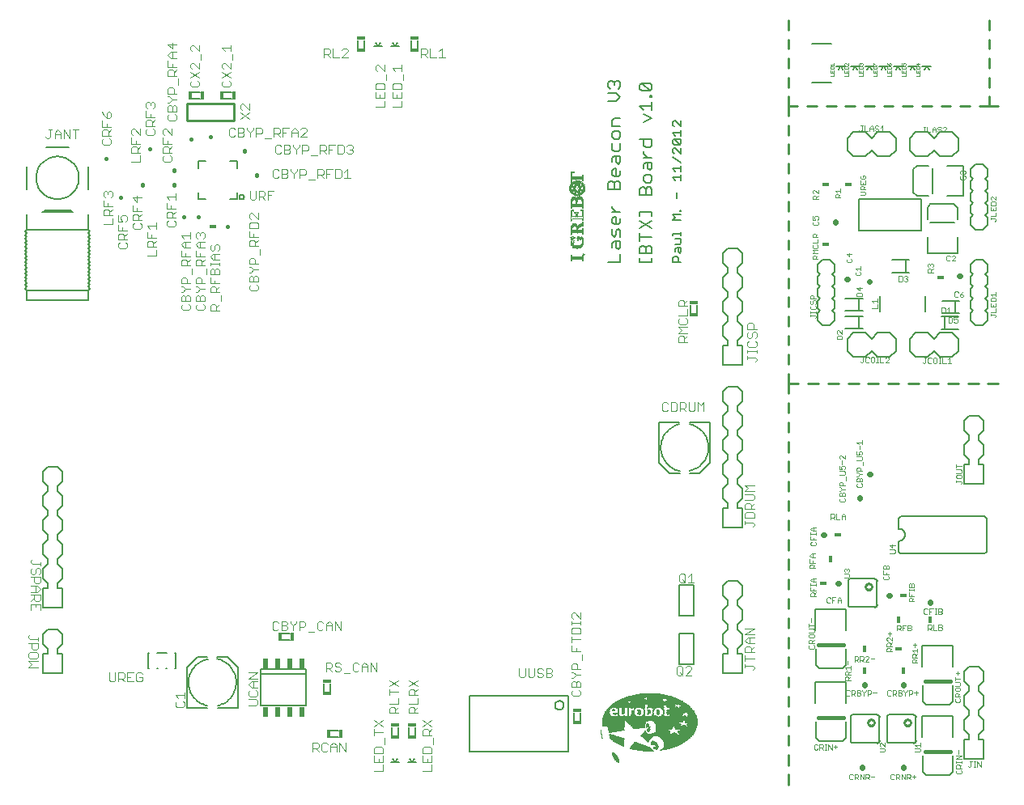
<source format=gto>
G75*
G70*
%OFA0B0*%
%FSLAX24Y24*%
%IPPOS*%
%LPD*%
%AMOC8*
5,1,8,0,0,1.08239X$1,22.5*
%
%ADD10C,0.0020*%
%ADD11C,0.0010*%
%ADD12C,0.0070*%
%ADD13C,0.0050*%
%ADD14C,0.0030*%
%ADD15C,0.0100*%
%ADD16C,0.0080*%
%ADD17C,0.0220*%
%ADD18R,0.0300X0.0180*%
%ADD19C,0.0060*%
%ADD20C,0.0157*%
%ADD21R,0.0180X0.0300*%
%ADD22R,0.0193X0.0433*%
%ADD23R,0.0340X0.0160*%
%ADD24R,0.0160X0.0340*%
%ADD25R,0.0010X0.0010*%
%ADD26R,0.0010X0.0030*%
%ADD27R,0.0010X0.0020*%
%ADD28R,0.0010X0.0040*%
%ADD29R,0.0010X0.0050*%
%ADD30R,0.0010X0.0170*%
%ADD31R,0.0010X0.0290*%
%ADD32R,0.0010X0.0400*%
%ADD33R,0.0010X0.0310*%
%ADD34R,0.0010X0.0260*%
%ADD35R,0.0010X0.0270*%
%ADD36R,0.0010X0.0180*%
%ADD37R,0.0010X0.0460*%
%ADD38R,0.0010X0.0380*%
%ADD39R,0.0010X0.0100*%
%ADD40R,0.0010X0.0190*%
%ADD41R,0.0010X0.0410*%
%ADD42R,0.0010X0.0160*%
%ADD43R,0.0010X0.0360*%
%ADD44R,0.0010X0.0080*%
%ADD45R,0.0010X0.0440*%
%ADD46R,0.0010X0.0200*%
%ADD47R,0.0010X0.0240*%
%ADD48R,0.0010X0.0450*%
%ADD49R,0.0010X0.0210*%
%ADD50R,0.0010X0.0130*%
%ADD51R,0.0010X0.0140*%
%ADD52R,0.0010X0.0150*%
%ADD53R,0.0010X0.0230*%
%ADD54R,0.0010X0.0060*%
%ADD55R,0.0010X0.0090*%
%ADD56R,0.0010X0.0070*%
%ADD57R,0.0010X0.0220*%
%ADD58R,0.0010X0.0780*%
%ADD59R,0.0010X0.0610*%
%ADD60R,0.0010X0.0250*%
%ADD61R,0.0010X0.0120*%
%ADD62R,0.0010X0.0110*%
%ADD63R,0.0010X0.0320*%
%ADD64R,0.0010X0.0300*%
%ADD65R,0.0010X0.0330*%
%ADD66R,0.0010X0.0370*%
%ADD67R,0.0010X0.0350*%
%ADD68R,0.0010X0.0630*%
%ADD69R,0.0010X0.0430*%
%ADD70R,0.0010X0.0650*%
%ADD71R,0.0010X0.0420*%
%ADD72R,0.0010X0.0340*%
%ADD73R,0.0010X0.0390*%
%ADD74R,0.0010X0.0660*%
%ADD75R,0.0010X0.0680*%
%ADD76R,0.0060X0.0010*%
%ADD77R,0.0080X0.0010*%
%ADD78R,0.0100X0.0010*%
%ADD79R,0.0110X0.0010*%
%ADD80R,0.0120X0.0010*%
%ADD81R,0.0130X0.0010*%
%ADD82R,0.0140X0.0010*%
%ADD83R,0.0150X0.0010*%
%ADD84R,0.0160X0.0010*%
%ADD85R,0.0170X0.0010*%
%ADD86R,0.0180X0.0010*%
%ADD87R,0.0190X0.0010*%
%ADD88R,0.0090X0.0010*%
%ADD89R,0.0070X0.0010*%
%ADD90R,0.0030X0.0010*%
%ADD91R,0.0250X0.0010*%
%ADD92R,0.0460X0.0010*%
%ADD93R,0.0530X0.0010*%
%ADD94R,0.0590X0.0010*%
%ADD95R,0.0640X0.0010*%
%ADD96R,0.0690X0.0010*%
%ADD97R,0.0730X0.0010*%
%ADD98R,0.0770X0.0010*%
%ADD99R,0.0200X0.0010*%
%ADD100R,0.0800X0.0010*%
%ADD101R,0.0230X0.0010*%
%ADD102R,0.0830X0.0010*%
%ADD103R,0.0270X0.0010*%
%ADD104R,0.0860X0.0010*%
%ADD105R,0.0280X0.0010*%
%ADD106R,0.0890X0.0010*%
%ADD107R,0.0310X0.0010*%
%ADD108R,0.0870X0.0010*%
%ADD109R,0.0330X0.0010*%
%ADD110R,0.0210X0.0010*%
%ADD111R,0.0360X0.0010*%
%ADD112R,0.0840X0.0010*%
%ADD113R,0.0380X0.0010*%
%ADD114R,0.0400X0.0010*%
%ADD115R,0.0810X0.0010*%
%ADD116R,0.0420X0.0010*%
%ADD117R,0.0440X0.0010*%
%ADD118R,0.0740X0.0010*%
%ADD119R,0.0020X0.0010*%
%ADD120R,0.0700X0.0010*%
%ADD121R,0.0490X0.0010*%
%ADD122R,0.0040X0.0010*%
%ADD123R,0.0670X0.0010*%
%ADD124R,0.0510X0.0010*%
%ADD125R,0.0630X0.0010*%
%ADD126R,0.0550X0.0010*%
%ADD127R,0.0560X0.0010*%
%ADD128R,0.0570X0.0010*%
%ADD129R,0.0520X0.0010*%
%ADD130R,0.0600X0.0010*%
%ADD131R,0.0480X0.0010*%
%ADD132R,0.0620X0.0010*%
%ADD133R,0.0450X0.0010*%
%ADD134R,0.0410X0.0010*%
%ADD135R,0.0660X0.0010*%
%ADD136R,0.0680X0.0010*%
%ADD137R,0.0340X0.0010*%
%ADD138R,0.0300X0.0010*%
%ADD139R,0.0720X0.0010*%
%ADD140R,0.0260X0.0010*%
%ADD141R,0.0290X0.0010*%
%ADD142R,0.0750X0.0010*%
%ADD143R,0.0320X0.0010*%
%ADD144R,0.0240X0.0010*%
%ADD145R,0.0220X0.0010*%
%ADD146R,0.0050X0.0010*%
%ADD147R,0.0390X0.0010*%
%ADD148R,0.0900X0.0010*%
%ADD149R,0.0910X0.0010*%
%ADD150R,0.0920X0.0010*%
%ADD151R,0.0950X0.0010*%
%ADD152R,0.0470X0.0010*%
%ADD153R,0.0970X0.0010*%
%ADD154R,0.0990X0.0010*%
%ADD155R,0.1010X0.0010*%
%ADD156R,0.1020X0.0010*%
%ADD157R,0.1050X0.0010*%
%ADD158R,0.1070X0.0010*%
%ADD159R,0.0540X0.0010*%
%ADD160R,0.1090X0.0010*%
%ADD161R,0.1100X0.0010*%
%ADD162R,0.1120X0.0010*%
%ADD163R,0.0580X0.0010*%
%ADD164R,0.1140X0.0010*%
%ADD165R,0.1170X0.0010*%
%ADD166R,0.1200X0.0010*%
%ADD167R,0.0500X0.0010*%
%ADD168R,0.0350X0.0010*%
%ADD169R,0.1220X0.0010*%
%ADD170R,0.0370X0.0010*%
%ADD171R,0.1240X0.0010*%
%ADD172R,0.1270X0.0010*%
%ADD173R,0.0430X0.0010*%
%ADD174R,0.1290X0.0010*%
%ADD175R,0.1320X0.0010*%
%ADD176R,0.1350X0.0010*%
%ADD177R,0.1380X0.0010*%
%ADD178R,0.1410X0.0010*%
%ADD179R,0.2080X0.0010*%
%ADD180R,0.2110X0.0010*%
%ADD181R,0.1520X0.0010*%
%ADD182R,0.1110X0.0010*%
%ADD183R,0.0650X0.0010*%
%ADD184R,0.0610X0.0010*%
%ADD185R,0.0780X0.0010*%
%ADD186R,0.0880X0.0010*%
%ADD187R,0.0930X0.0010*%
%ADD188R,0.0710X0.0010*%
%ADD189R,0.0940X0.0010*%
%ADD190R,0.1000X0.0010*%
%ADD191R,0.1030X0.0010*%
%ADD192R,0.1060X0.0010*%
%ADD193R,0.1040X0.0010*%
%ADD194R,0.0980X0.0010*%
%ADD195R,0.0760X0.0010*%
%ADD196R,0.1150X0.0010*%
%ADD197R,0.1160X0.0010*%
%ADD198R,0.0820X0.0010*%
%ADD199R,0.1180X0.0010*%
%ADD200R,0.1210X0.0010*%
%ADD201R,0.1260X0.0010*%
%ADD202R,0.2390X0.0010*%
%ADD203R,0.2410X0.0010*%
%ADD204R,0.3930X0.0010*%
%ADD205R,0.3920X0.0010*%
%ADD206R,0.3910X0.0010*%
%ADD207R,0.3900X0.0010*%
%ADD208R,0.3890X0.0010*%
%ADD209R,0.3880X0.0010*%
%ADD210R,0.3480X0.0010*%
%ADD211R,0.1470X0.0010*%
%ADD212R,0.1130X0.0010*%
%ADD213R,0.1080X0.0010*%
%ADD214R,0.0960X0.0010*%
%ADD215R,0.1460X0.0010*%
%ADD216R,0.1450X0.0010*%
%ADD217R,0.1440X0.0010*%
%ADD218R,0.1430X0.0010*%
%ADD219R,0.1420X0.0010*%
%ADD220R,0.1390X0.0010*%
%ADD221R,0.1370X0.0010*%
%ADD222R,0.1360X0.0010*%
%ADD223R,0.2550X0.0010*%
%ADD224R,0.2710X0.0010*%
%ADD225R,0.2720X0.0010*%
%ADD226R,0.2290X0.0010*%
%ADD227R,0.2280X0.0010*%
%ADD228R,0.2260X0.0010*%
%ADD229R,0.2250X0.0010*%
%ADD230R,0.2170X0.0010*%
%ADD231R,0.2160X0.0010*%
%ADD232R,0.1400X0.0010*%
%ADD233R,0.1770X0.0010*%
%ADD234R,0.0850X0.0010*%
%ADD235R,0.0790X0.0010*%
%ADD236R,0.1900X0.0010*%
%ADD237R,0.1840X0.0010*%
%ADD238R,0.1780X0.0010*%
%ADD239R,0.1710X0.0010*%
%ADD240R,0.1640X0.0010*%
%ADD241R,0.1570X0.0010*%
%ADD242R,0.1490X0.0010*%
%ADD243R,0.0280X0.0160*%
%ADD244C,0.0160*%
D10*
X033282Y005789D02*
X033319Y005752D01*
X033466Y005752D01*
X033502Y005789D01*
X033502Y005862D01*
X033466Y005899D01*
X033502Y005973D02*
X033282Y005973D01*
X033282Y006083D01*
X033319Y006120D01*
X033392Y006120D01*
X033429Y006083D01*
X033429Y005973D01*
X033429Y006047D02*
X033502Y006120D01*
X033466Y006194D02*
X033502Y006231D01*
X033502Y006304D01*
X033466Y006341D01*
X033319Y006341D01*
X033282Y006304D01*
X033282Y006231D01*
X033319Y006194D01*
X033466Y006194D01*
X033466Y006415D02*
X033502Y006452D01*
X033502Y006525D01*
X033466Y006562D01*
X033282Y006562D01*
X033282Y006636D02*
X033282Y006783D01*
X033282Y006709D02*
X033502Y006709D01*
X033392Y006857D02*
X033392Y007004D01*
X033466Y006415D02*
X033282Y006415D01*
X033319Y005899D02*
X033282Y005862D01*
X033282Y005789D01*
X034892Y005258D02*
X034892Y005111D01*
X035002Y005037D02*
X035002Y004890D01*
X035002Y004963D02*
X034782Y004963D01*
X034855Y004890D01*
X034819Y004816D02*
X034892Y004816D01*
X034929Y004779D01*
X034929Y004669D01*
X034929Y004742D02*
X035002Y004816D01*
X035002Y004669D02*
X034782Y004669D01*
X034782Y004779D01*
X034819Y004816D01*
X034819Y004595D02*
X034892Y004595D01*
X034929Y004558D01*
X034929Y004448D01*
X034929Y004521D02*
X035002Y004595D01*
X035002Y004448D02*
X034782Y004448D01*
X034782Y004558D01*
X034819Y004595D01*
X034862Y004039D02*
X034826Y004002D01*
X034826Y003855D01*
X034862Y003818D01*
X034936Y003818D01*
X034973Y003855D01*
X035047Y003818D02*
X035047Y004039D01*
X035157Y004039D01*
X035194Y004002D01*
X035194Y003929D01*
X035157Y003892D01*
X035047Y003892D01*
X035120Y003892D02*
X035194Y003818D01*
X035268Y003818D02*
X035378Y003818D01*
X035415Y003855D01*
X035415Y003892D01*
X035378Y003929D01*
X035268Y003929D01*
X035268Y004039D02*
X035378Y004039D01*
X035415Y004002D01*
X035415Y003965D01*
X035378Y003929D01*
X035489Y004002D02*
X035562Y003929D01*
X035562Y003818D01*
X035562Y003929D02*
X035636Y004002D01*
X035636Y004039D01*
X035710Y004039D02*
X035820Y004039D01*
X035857Y004002D01*
X035857Y003929D01*
X035820Y003892D01*
X035710Y003892D01*
X035710Y003818D02*
X035710Y004039D01*
X035489Y004039D02*
X035489Y004002D01*
X035268Y004039D02*
X035268Y003818D01*
X034973Y004002D02*
X034936Y004039D01*
X034862Y004039D01*
X035931Y003929D02*
X036078Y003929D01*
X036524Y004002D02*
X036524Y003855D01*
X036561Y003818D01*
X036634Y003818D01*
X036671Y003855D01*
X036745Y003818D02*
X036745Y004039D01*
X036855Y004039D01*
X036892Y004002D01*
X036892Y003929D01*
X036855Y003892D01*
X036745Y003892D01*
X036819Y003892D02*
X036892Y003818D01*
X036966Y003818D02*
X037076Y003818D01*
X037113Y003855D01*
X037113Y003892D01*
X037076Y003929D01*
X036966Y003929D01*
X036966Y004039D02*
X037076Y004039D01*
X037113Y004002D01*
X037113Y003965D01*
X037076Y003929D01*
X037187Y004002D02*
X037261Y003929D01*
X037261Y003818D01*
X037261Y003929D02*
X037334Y004002D01*
X037334Y004039D01*
X037408Y004039D02*
X037518Y004039D01*
X037555Y004002D01*
X037555Y003929D01*
X037518Y003892D01*
X037408Y003892D01*
X037408Y003818D02*
X037408Y004039D01*
X037187Y004039D02*
X037187Y004002D01*
X036966Y004039D02*
X036966Y003818D01*
X036671Y004002D02*
X036634Y004039D01*
X036561Y004039D01*
X036524Y004002D01*
X037629Y003929D02*
X037776Y003929D01*
X037703Y004002D02*
X037703Y003855D01*
X037685Y005162D02*
X037685Y005272D01*
X037648Y005309D01*
X037575Y005309D01*
X037538Y005272D01*
X037538Y005162D01*
X037758Y005162D01*
X037685Y005235D02*
X037758Y005309D01*
X037758Y005383D02*
X037538Y005383D01*
X037538Y005493D01*
X037575Y005530D01*
X037648Y005530D01*
X037685Y005493D01*
X037685Y005383D01*
X037685Y005456D02*
X037758Y005530D01*
X037758Y005604D02*
X037758Y005751D01*
X037758Y005677D02*
X037538Y005677D01*
X037611Y005604D01*
X037648Y005825D02*
X037648Y005972D01*
X037575Y005898D02*
X037721Y005898D01*
X037472Y006501D02*
X037361Y006501D01*
X037361Y006721D01*
X037472Y006721D01*
X037508Y006685D01*
X037508Y006648D01*
X037472Y006611D01*
X037361Y006611D01*
X037472Y006611D02*
X037508Y006574D01*
X037508Y006538D01*
X037472Y006501D01*
X037214Y006611D02*
X037140Y006611D01*
X037066Y006611D02*
X037030Y006574D01*
X036919Y006574D01*
X036919Y006501D02*
X036919Y006721D01*
X037030Y006721D01*
X037066Y006685D01*
X037066Y006611D01*
X036993Y006574D02*
X037066Y006501D01*
X037140Y006501D02*
X037140Y006721D01*
X037287Y006721D01*
X038031Y007216D02*
X038068Y007179D01*
X038141Y007179D01*
X038178Y007216D01*
X038252Y007179D02*
X038252Y007399D01*
X038399Y007399D01*
X038473Y007399D02*
X038547Y007399D01*
X038510Y007399D02*
X038510Y007179D01*
X038473Y007179D02*
X038547Y007179D01*
X038621Y007179D02*
X038731Y007179D01*
X038767Y007216D01*
X038767Y007252D01*
X038731Y007289D01*
X038621Y007289D01*
X038731Y007289D02*
X038767Y007326D01*
X038767Y007363D01*
X038731Y007399D01*
X038621Y007399D01*
X038621Y007179D01*
X038326Y007289D02*
X038252Y007289D01*
X038178Y007363D02*
X038141Y007399D01*
X038068Y007399D01*
X038031Y007363D01*
X038031Y007216D01*
X038189Y006739D02*
X038299Y006739D01*
X038336Y006702D01*
X038336Y006629D01*
X038299Y006592D01*
X038189Y006592D01*
X038262Y006592D02*
X038336Y006518D01*
X038410Y006518D02*
X038557Y006518D01*
X038631Y006518D02*
X038741Y006518D01*
X038778Y006555D01*
X038778Y006592D01*
X038741Y006629D01*
X038631Y006629D01*
X038631Y006739D02*
X038631Y006518D01*
X038741Y006629D02*
X038778Y006665D01*
X038778Y006702D01*
X038741Y006739D01*
X038631Y006739D01*
X038410Y006739D02*
X038410Y006518D01*
X038189Y006518D02*
X038189Y006739D01*
X037626Y007697D02*
X037406Y007697D01*
X037406Y007807D01*
X037443Y007843D01*
X037516Y007843D01*
X037553Y007807D01*
X037553Y007697D01*
X037553Y007770D02*
X037626Y007843D01*
X037626Y007918D02*
X037406Y007918D01*
X037406Y008064D01*
X037406Y008139D02*
X037406Y008212D01*
X037406Y008175D02*
X037626Y008175D01*
X037626Y008139D02*
X037626Y008212D01*
X037626Y008286D02*
X037626Y008396D01*
X037590Y008433D01*
X037553Y008433D01*
X037516Y008396D01*
X037516Y008286D01*
X037406Y008286D02*
X037406Y008396D01*
X037443Y008433D01*
X037480Y008433D01*
X037516Y008396D01*
X037626Y008286D02*
X037406Y008286D01*
X037516Y007991D02*
X037516Y007918D01*
X036580Y008631D02*
X036580Y008704D01*
X036543Y008741D01*
X036580Y008815D02*
X036360Y008815D01*
X036360Y008962D01*
X036360Y009036D02*
X036360Y009146D01*
X036397Y009183D01*
X036433Y009183D01*
X036470Y009146D01*
X036470Y009036D01*
X036580Y009036D02*
X036360Y009036D01*
X036470Y009146D02*
X036507Y009183D01*
X036543Y009183D01*
X036580Y009146D01*
X036580Y009036D01*
X036470Y008889D02*
X036470Y008815D01*
X036397Y008741D02*
X036360Y008704D01*
X036360Y008631D01*
X036397Y008594D01*
X036543Y008594D01*
X036580Y008631D01*
X036615Y009685D02*
X036798Y009685D01*
X036835Y009722D01*
X036835Y009795D01*
X036798Y009832D01*
X036615Y009832D01*
X036725Y009906D02*
X036725Y010053D01*
X036835Y010016D02*
X036615Y010016D01*
X036725Y009906D01*
X034957Y009020D02*
X034957Y008947D01*
X034920Y008910D01*
X034920Y008836D02*
X034736Y008836D01*
X034773Y008910D02*
X034736Y008947D01*
X034736Y009020D01*
X034773Y009057D01*
X034810Y009057D01*
X034846Y009020D01*
X034883Y009057D01*
X034920Y009057D01*
X034957Y009020D01*
X034846Y009020D02*
X034846Y008984D01*
X034920Y008836D02*
X034957Y008799D01*
X034957Y008726D01*
X034920Y008689D01*
X034736Y008689D01*
X034545Y007860D02*
X034618Y007786D01*
X034618Y007640D01*
X034618Y007750D02*
X034472Y007750D01*
X034472Y007786D02*
X034545Y007860D01*
X034472Y007786D02*
X034472Y007640D01*
X034324Y007750D02*
X034251Y007750D01*
X034176Y007823D02*
X034140Y007860D01*
X034066Y007860D01*
X034030Y007823D01*
X034030Y007676D01*
X034066Y007640D01*
X034140Y007640D01*
X034176Y007676D01*
X034251Y007640D02*
X034251Y007860D01*
X034397Y007860D01*
X033585Y007913D02*
X033365Y007913D01*
X033365Y008023D01*
X033401Y008060D01*
X033475Y008060D01*
X033511Y008023D01*
X033511Y007913D01*
X033511Y007987D02*
X033585Y008060D01*
X033585Y008134D02*
X033365Y008134D01*
X033365Y008281D01*
X033365Y008355D02*
X033365Y008429D01*
X033365Y008392D02*
X033585Y008392D01*
X033585Y008355D02*
X033585Y008429D01*
X033585Y008502D02*
X033438Y008502D01*
X033365Y008576D01*
X033438Y008649D01*
X033585Y008649D01*
X033475Y008649D02*
X033475Y008502D01*
X033475Y008208D02*
X033475Y008134D01*
X033476Y009072D02*
X033476Y009182D01*
X033439Y009219D01*
X033366Y009219D01*
X033329Y009182D01*
X033329Y009072D01*
X033549Y009072D01*
X033476Y009146D02*
X033549Y009219D01*
X033549Y009293D02*
X033329Y009293D01*
X033329Y009440D01*
X033403Y009514D02*
X033329Y009588D01*
X033403Y009661D01*
X033549Y009661D01*
X033439Y009661D02*
X033439Y009514D01*
X033403Y009514D02*
X033549Y009514D01*
X033439Y009367D02*
X033439Y009293D01*
X033401Y010012D02*
X033548Y010012D01*
X033585Y010048D01*
X033585Y010122D01*
X033548Y010158D01*
X033585Y010233D02*
X033365Y010233D01*
X033365Y010379D01*
X033365Y010454D02*
X033365Y010527D01*
X033365Y010490D02*
X033585Y010490D01*
X033585Y010454D02*
X033585Y010527D01*
X033585Y010601D02*
X033438Y010601D01*
X033365Y010674D01*
X033438Y010748D01*
X033585Y010748D01*
X033475Y010748D02*
X033475Y010601D01*
X033475Y010306D02*
X033475Y010233D01*
X033401Y010158D02*
X033365Y010122D01*
X033365Y010048D01*
X033401Y010012D01*
X034195Y011084D02*
X034195Y011305D01*
X034305Y011305D01*
X034342Y011268D01*
X034342Y011195D01*
X034305Y011158D01*
X034195Y011158D01*
X034268Y011158D02*
X034342Y011084D01*
X034416Y011084D02*
X034563Y011084D01*
X034637Y011084D02*
X034637Y011231D01*
X034710Y011305D01*
X034784Y011231D01*
X034784Y011084D01*
X034784Y011195D02*
X034637Y011195D01*
X034416Y011305D02*
X034416Y011084D01*
X034586Y011809D02*
X034733Y011809D01*
X034770Y011846D01*
X034770Y011919D01*
X034733Y011956D01*
X034770Y012030D02*
X034550Y012030D01*
X034550Y012140D01*
X034586Y012177D01*
X034623Y012177D01*
X034660Y012140D01*
X034660Y012030D01*
X034586Y011956D02*
X034550Y011919D01*
X034550Y011846D01*
X034586Y011809D01*
X034770Y012030D02*
X034770Y012140D01*
X034733Y012177D01*
X034697Y012177D01*
X034660Y012140D01*
X034586Y012251D02*
X034660Y012325D01*
X034770Y012325D01*
X034660Y012325D02*
X034586Y012398D01*
X034550Y012398D01*
X034550Y012472D02*
X034550Y012582D01*
X034586Y012619D01*
X034660Y012619D01*
X034697Y012582D01*
X034697Y012472D01*
X034770Y012472D02*
X034550Y012472D01*
X034550Y012251D02*
X034586Y012251D01*
X034807Y012693D02*
X034807Y012840D01*
X034733Y012914D02*
X034770Y012951D01*
X034770Y013024D01*
X034733Y013061D01*
X034550Y013061D01*
X034550Y013135D02*
X034660Y013135D01*
X034623Y013209D01*
X034623Y013245D01*
X034660Y013282D01*
X034733Y013282D01*
X034770Y013245D01*
X034770Y013172D01*
X034733Y013135D01*
X034550Y013135D02*
X034550Y013282D01*
X034660Y013356D02*
X034660Y013503D01*
X034586Y013577D02*
X034550Y013614D01*
X034550Y013687D01*
X034586Y013724D01*
X034623Y013724D01*
X034770Y013577D01*
X034770Y013724D01*
X035265Y013739D02*
X035375Y013739D01*
X035338Y013812D01*
X035338Y013849D01*
X035375Y013886D01*
X035448Y013886D01*
X035485Y013849D01*
X035485Y013776D01*
X035448Y013739D01*
X035448Y013665D02*
X035265Y013665D01*
X035265Y013739D02*
X035265Y013886D01*
X035375Y013960D02*
X035375Y014107D01*
X035338Y014181D02*
X035265Y014254D01*
X035485Y014254D01*
X035485Y014181D02*
X035485Y014328D01*
X035448Y013665D02*
X035485Y013628D01*
X035485Y013555D01*
X035448Y013518D01*
X035265Y013518D01*
X035522Y013444D02*
X035522Y013297D01*
X035411Y013186D02*
X035411Y013076D01*
X035485Y013076D02*
X035265Y013076D01*
X035265Y013186D01*
X035301Y013223D01*
X035375Y013223D01*
X035411Y013186D01*
X035301Y013002D02*
X035265Y013002D01*
X035301Y013002D02*
X035375Y012929D01*
X035485Y012929D01*
X035375Y012929D02*
X035301Y012855D01*
X035265Y012855D01*
X035301Y012781D02*
X035338Y012781D01*
X035375Y012744D01*
X035375Y012634D01*
X035448Y012560D02*
X035485Y012523D01*
X035485Y012450D01*
X035448Y012413D01*
X035301Y012413D01*
X035265Y012450D01*
X035265Y012523D01*
X035301Y012560D01*
X035265Y012634D02*
X035265Y012744D01*
X035301Y012781D01*
X035375Y012744D02*
X035411Y012781D01*
X035448Y012781D01*
X035485Y012744D01*
X035485Y012634D01*
X035265Y012634D01*
X034733Y012914D02*
X034550Y012914D01*
X039365Y012872D02*
X039401Y012909D01*
X039548Y012909D01*
X039585Y012872D01*
X039585Y012799D01*
X039548Y012762D01*
X039401Y012762D01*
X039365Y012799D01*
X039365Y012872D01*
X039365Y012983D02*
X039548Y012983D01*
X039585Y013020D01*
X039585Y013093D01*
X039548Y013130D01*
X039365Y013130D01*
X039365Y013204D02*
X039365Y013351D01*
X039365Y013277D02*
X039585Y013277D01*
X039548Y012651D02*
X039365Y012651D01*
X039365Y012614D02*
X039365Y012688D01*
X039548Y012651D02*
X039585Y012614D01*
X039585Y012578D01*
X039548Y012541D01*
X039153Y017515D02*
X039006Y017515D01*
X039079Y017515D02*
X039079Y017736D01*
X039006Y017662D01*
X038932Y017515D02*
X038785Y017515D01*
X038785Y017736D01*
X038711Y017736D02*
X038637Y017736D01*
X038674Y017736D02*
X038674Y017515D01*
X038637Y017515D02*
X038711Y017515D01*
X038563Y017552D02*
X038563Y017699D01*
X038527Y017736D01*
X038453Y017736D01*
X038416Y017699D01*
X038416Y017552D01*
X038453Y017515D01*
X038527Y017515D01*
X038563Y017552D01*
X038342Y017552D02*
X038306Y017515D01*
X038232Y017515D01*
X038195Y017552D01*
X038195Y017699D01*
X038232Y017736D01*
X038306Y017736D01*
X038342Y017699D01*
X038121Y017736D02*
X038048Y017736D01*
X038085Y017736D02*
X038085Y017552D01*
X038048Y017515D01*
X038011Y017515D01*
X037974Y017552D01*
X036579Y017540D02*
X036432Y017540D01*
X036579Y017687D01*
X036579Y017724D01*
X036542Y017760D01*
X036468Y017760D01*
X036432Y017724D01*
X036358Y017540D02*
X036211Y017540D01*
X036211Y017760D01*
X036137Y017760D02*
X036063Y017760D01*
X036100Y017760D02*
X036100Y017540D01*
X036063Y017540D02*
X036137Y017540D01*
X035989Y017577D02*
X035989Y017724D01*
X035953Y017760D01*
X035879Y017760D01*
X035842Y017724D01*
X035842Y017577D01*
X035879Y017540D01*
X035953Y017540D01*
X035989Y017577D01*
X035768Y017577D02*
X035732Y017540D01*
X035658Y017540D01*
X035621Y017577D01*
X035621Y017724D01*
X035658Y017760D01*
X035732Y017760D01*
X035768Y017724D01*
X035547Y017760D02*
X035474Y017760D01*
X035511Y017760D02*
X035511Y017577D01*
X035474Y017540D01*
X035437Y017540D01*
X035400Y017577D01*
X034662Y018496D02*
X034662Y018606D01*
X034626Y018643D01*
X034479Y018643D01*
X034442Y018606D01*
X034442Y018496D01*
X034662Y018496D01*
X034662Y018717D02*
X034515Y018864D01*
X034479Y018864D01*
X034442Y018827D01*
X034442Y018754D01*
X034479Y018717D01*
X034662Y018717D02*
X034662Y018864D01*
X033571Y019401D02*
X033571Y019438D01*
X033535Y019474D01*
X033351Y019474D01*
X033351Y019438D02*
X033351Y019511D01*
X033351Y019585D02*
X033351Y019659D01*
X033351Y019622D02*
X033571Y019622D01*
X033571Y019585D02*
X033571Y019659D01*
X033535Y019733D02*
X033388Y019733D01*
X033351Y019769D01*
X033351Y019843D01*
X033388Y019879D01*
X033388Y019954D02*
X033425Y019954D01*
X033461Y019990D01*
X033461Y020064D01*
X033498Y020100D01*
X033535Y020100D01*
X033571Y020064D01*
X033571Y019990D01*
X033535Y019954D01*
X033535Y019879D02*
X033571Y019843D01*
X033571Y019769D01*
X033535Y019733D01*
X033388Y019954D02*
X033351Y019990D01*
X033351Y020064D01*
X033388Y020100D01*
X033351Y020175D02*
X033351Y020285D01*
X033388Y020321D01*
X033461Y020321D01*
X033498Y020285D01*
X033498Y020175D01*
X033571Y020175D02*
X033351Y020175D01*
X033571Y019401D02*
X033535Y019364D01*
X035258Y020279D02*
X035258Y020389D01*
X035295Y020426D01*
X035441Y020426D01*
X035478Y020389D01*
X035478Y020279D01*
X035258Y020279D01*
X035368Y020500D02*
X035368Y020647D01*
X035258Y020610D02*
X035368Y020500D01*
X035478Y020610D02*
X035258Y020610D01*
X035891Y020086D02*
X036111Y020086D01*
X036111Y020013D02*
X036111Y020160D01*
X035964Y020013D02*
X035891Y020086D01*
X036111Y019939D02*
X036111Y019792D01*
X035891Y019792D01*
X036992Y020885D02*
X037102Y020885D01*
X037138Y020922D01*
X037138Y021069D01*
X037102Y021106D01*
X036992Y021106D01*
X036992Y020885D01*
X037213Y020922D02*
X037249Y020885D01*
X037323Y020885D01*
X037359Y020922D01*
X037359Y020959D01*
X037323Y020995D01*
X037286Y020995D01*
X037323Y020995D02*
X037359Y021032D01*
X037359Y021069D01*
X037323Y021106D01*
X037249Y021106D01*
X037213Y021069D01*
X038183Y021254D02*
X038183Y021365D01*
X038220Y021401D01*
X038293Y021401D01*
X038330Y021365D01*
X038330Y021254D01*
X038403Y021254D02*
X038183Y021254D01*
X038330Y021328D02*
X038403Y021401D01*
X038366Y021475D02*
X038403Y021512D01*
X038403Y021586D01*
X038366Y021622D01*
X038330Y021622D01*
X038293Y021586D01*
X038293Y021549D01*
X038293Y021586D02*
X038256Y021622D01*
X038220Y021622D01*
X038183Y021586D01*
X038183Y021512D01*
X038220Y021475D01*
X038957Y021769D02*
X038993Y021732D01*
X039067Y021732D01*
X039103Y021769D01*
X039178Y021732D02*
X039324Y021879D01*
X039324Y021915D01*
X039288Y021952D01*
X039214Y021952D01*
X039178Y021915D01*
X039103Y021915D02*
X039067Y021952D01*
X038993Y021952D01*
X038957Y021915D01*
X038957Y021769D01*
X039178Y021732D02*
X039324Y021732D01*
X039328Y020462D02*
X039291Y020426D01*
X039291Y020279D01*
X039328Y020242D01*
X039401Y020242D01*
X039438Y020279D01*
X039512Y020279D02*
X039549Y020242D01*
X039622Y020242D01*
X039659Y020279D01*
X039659Y020315D01*
X039622Y020352D01*
X039512Y020352D01*
X039512Y020279D01*
X039512Y020352D02*
X039586Y020426D01*
X039659Y020462D01*
X039438Y020426D02*
X039401Y020462D01*
X039328Y020462D01*
X039049Y019803D02*
X039049Y019583D01*
X038976Y019583D02*
X039123Y019583D01*
X039151Y019406D02*
X039041Y019406D01*
X039041Y019186D01*
X039151Y019186D01*
X039188Y019223D01*
X039188Y019370D01*
X039151Y019406D01*
X039262Y019406D02*
X039262Y019296D01*
X039336Y019333D01*
X039372Y019333D01*
X039409Y019296D01*
X039409Y019223D01*
X039372Y019186D01*
X039299Y019186D01*
X039262Y019223D01*
X039262Y019406D02*
X039409Y019406D01*
X039049Y019803D02*
X038976Y019730D01*
X038902Y019766D02*
X038865Y019803D01*
X038755Y019803D01*
X038755Y019583D01*
X038865Y019583D01*
X038902Y019620D01*
X038902Y019766D01*
X040777Y019843D02*
X040997Y019843D01*
X040997Y019990D01*
X040997Y020064D02*
X040777Y020064D01*
X040777Y020174D01*
X040814Y020211D01*
X040961Y020211D01*
X040997Y020174D01*
X040997Y020064D01*
X040887Y019917D02*
X040887Y019843D01*
X040777Y019843D02*
X040777Y019990D01*
X040851Y020285D02*
X040777Y020359D01*
X040997Y020359D01*
X040997Y020432D02*
X040997Y020285D01*
X040997Y019769D02*
X040997Y019622D01*
X040777Y019622D01*
X040777Y019548D02*
X040777Y019475D01*
X040777Y019511D02*
X040961Y019511D01*
X040997Y019475D01*
X040997Y019438D01*
X040961Y019401D01*
X040961Y023357D02*
X040997Y023394D01*
X040997Y023430D01*
X040961Y023467D01*
X040777Y023467D01*
X040777Y023430D02*
X040777Y023504D01*
X040777Y023578D02*
X040997Y023578D01*
X040997Y023725D01*
X040997Y023799D02*
X040997Y023946D01*
X040997Y024020D02*
X040997Y024130D01*
X040961Y024167D01*
X040814Y024167D01*
X040777Y024130D01*
X040777Y024020D01*
X040997Y024020D01*
X040887Y023872D02*
X040887Y023799D01*
X040777Y023799D02*
X040997Y023799D01*
X040777Y023799D02*
X040777Y023946D01*
X040814Y024241D02*
X040777Y024278D01*
X040777Y024351D01*
X040814Y024388D01*
X040851Y024388D01*
X040997Y024241D01*
X040997Y024388D01*
X039735Y025127D02*
X039735Y025200D01*
X039698Y025237D01*
X039698Y025311D02*
X039735Y025348D01*
X039735Y025421D01*
X039698Y025458D01*
X039662Y025458D01*
X039625Y025421D01*
X039625Y025384D01*
X039625Y025421D02*
X039588Y025458D01*
X039552Y025458D01*
X039515Y025421D01*
X039515Y025348D01*
X039552Y025311D01*
X039552Y025237D02*
X039515Y025200D01*
X039515Y025127D01*
X039552Y025090D01*
X039698Y025090D01*
X039735Y025127D01*
X038961Y027028D02*
X038814Y027028D01*
X038961Y027175D01*
X038961Y027211D01*
X038924Y027248D01*
X038851Y027248D01*
X038814Y027211D01*
X038740Y027211D02*
X038703Y027248D01*
X038630Y027248D01*
X038593Y027211D01*
X038593Y027175D01*
X038630Y027138D01*
X038703Y027138D01*
X038740Y027101D01*
X038740Y027065D01*
X038703Y027028D01*
X038630Y027028D01*
X038593Y027065D01*
X038519Y027028D02*
X038519Y027175D01*
X038446Y027248D01*
X038372Y027175D01*
X038372Y027028D01*
X038298Y027028D02*
X038151Y027028D01*
X038151Y027248D01*
X038077Y027248D02*
X038004Y027248D01*
X038040Y027248D02*
X038040Y027065D01*
X038004Y027028D01*
X037967Y027028D01*
X037930Y027065D01*
X038372Y027138D02*
X038519Y027138D01*
X036386Y027078D02*
X036239Y027078D01*
X036313Y027078D02*
X036313Y027298D01*
X036239Y027225D01*
X036165Y027261D02*
X036129Y027298D01*
X036055Y027298D01*
X036018Y027261D01*
X036018Y027225D01*
X036055Y027188D01*
X036129Y027188D01*
X036165Y027151D01*
X036165Y027115D01*
X036129Y027078D01*
X036055Y027078D01*
X036018Y027115D01*
X035944Y027078D02*
X035944Y027225D01*
X035871Y027298D01*
X035798Y027225D01*
X035798Y027078D01*
X035723Y027078D02*
X035577Y027078D01*
X035577Y027298D01*
X035502Y027298D02*
X035429Y027298D01*
X035466Y027298D02*
X035466Y027115D01*
X035429Y027078D01*
X035392Y027078D01*
X035356Y027115D01*
X035798Y027188D02*
X035944Y027188D01*
X035585Y025251D02*
X035512Y025251D01*
X035512Y025177D01*
X035439Y025104D02*
X035585Y025104D01*
X035622Y025141D01*
X035622Y025214D01*
X035585Y025251D01*
X035439Y025251D02*
X035402Y025214D01*
X035402Y025141D01*
X035439Y025104D01*
X035402Y025030D02*
X035402Y024883D01*
X035622Y024883D01*
X035622Y025030D01*
X035512Y024956D02*
X035512Y024883D01*
X035512Y024809D02*
X035549Y024772D01*
X035549Y024662D01*
X035622Y024662D02*
X035402Y024662D01*
X035402Y024772D01*
X035439Y024809D01*
X035512Y024809D01*
X035549Y024735D02*
X035622Y024809D01*
X035585Y024588D02*
X035402Y024588D01*
X035402Y024441D02*
X035585Y024441D01*
X035622Y024478D01*
X035622Y024551D01*
X035585Y024588D01*
X034590Y024623D02*
X034370Y024623D01*
X034443Y024550D01*
X034407Y024476D02*
X034480Y024476D01*
X034517Y024439D01*
X034517Y024329D01*
X034590Y024329D02*
X034370Y024329D01*
X034370Y024439D01*
X034407Y024476D01*
X034517Y024402D02*
X034590Y024476D01*
X034590Y024550D02*
X034590Y024697D01*
X033671Y024647D02*
X033671Y024500D01*
X033524Y024647D01*
X033488Y024647D01*
X033451Y024610D01*
X033451Y024537D01*
X033488Y024500D01*
X033488Y024426D02*
X033561Y024426D01*
X033598Y024389D01*
X033598Y024279D01*
X033671Y024279D02*
X033451Y024279D01*
X033451Y024389D01*
X033488Y024426D01*
X033598Y024352D02*
X033671Y024426D01*
X033635Y023572D02*
X033672Y023535D01*
X033672Y023462D01*
X033635Y023425D01*
X033562Y023425D02*
X033525Y023498D01*
X033525Y023535D01*
X033562Y023572D01*
X033635Y023572D01*
X033562Y023425D02*
X033452Y023425D01*
X033452Y023572D01*
X033488Y023351D02*
X033452Y023314D01*
X033452Y023241D01*
X033488Y023204D01*
X033635Y023204D01*
X033672Y023241D01*
X033672Y023314D01*
X033635Y023351D01*
X033656Y022842D02*
X033582Y022769D01*
X033582Y022806D02*
X033582Y022696D01*
X033656Y022696D02*
X033436Y022696D01*
X033436Y022806D01*
X033472Y022842D01*
X033546Y022842D01*
X033582Y022806D01*
X033656Y022621D02*
X033656Y022475D01*
X033436Y022475D01*
X033472Y022400D02*
X033436Y022364D01*
X033436Y022290D01*
X033472Y022254D01*
X033619Y022254D01*
X033656Y022290D01*
X033656Y022364D01*
X033619Y022400D01*
X033656Y022179D02*
X033436Y022179D01*
X033509Y022106D01*
X033436Y022033D01*
X033656Y022033D01*
X033656Y021958D02*
X033582Y021885D01*
X033582Y021922D02*
X033582Y021812D01*
X033656Y021812D02*
X033436Y021812D01*
X033436Y021922D01*
X033472Y021958D01*
X033546Y021958D01*
X033582Y021922D01*
X034839Y022010D02*
X034949Y021900D01*
X034949Y022047D01*
X035059Y022010D02*
X034839Y022010D01*
X034875Y021826D02*
X034839Y021789D01*
X034839Y021716D01*
X034875Y021679D01*
X035022Y021679D01*
X035059Y021716D01*
X035059Y021789D01*
X035022Y021826D01*
X035202Y021422D02*
X035422Y021422D01*
X035422Y021349D02*
X035422Y021495D01*
X035275Y021349D02*
X035202Y021422D01*
X035239Y021275D02*
X035202Y021238D01*
X035202Y021164D01*
X035239Y021128D01*
X035386Y021128D01*
X035422Y021164D01*
X035422Y021238D01*
X035386Y021275D01*
X036605Y006437D02*
X036605Y006290D01*
X036569Y006216D02*
X036532Y006216D01*
X036495Y006179D01*
X036495Y006106D01*
X036532Y006069D01*
X036532Y005995D02*
X036605Y005995D01*
X036642Y005958D01*
X036642Y005848D01*
X036716Y005848D02*
X036495Y005848D01*
X036495Y005958D01*
X036532Y005995D01*
X036642Y005922D02*
X036716Y005995D01*
X036716Y006069D02*
X036569Y006216D01*
X036716Y006216D02*
X036716Y006069D01*
X036716Y005774D02*
X036642Y005701D01*
X036642Y005737D02*
X036642Y005627D01*
X036716Y005627D02*
X036495Y005627D01*
X036495Y005737D01*
X036532Y005774D01*
X036605Y005774D01*
X036642Y005737D01*
X036679Y006364D02*
X036532Y006364D01*
X035721Y005440D02*
X035648Y005440D01*
X035611Y005403D01*
X035537Y005403D02*
X035500Y005440D01*
X035390Y005440D01*
X035390Y005220D01*
X035390Y005293D02*
X035500Y005293D01*
X035537Y005330D01*
X035537Y005403D01*
X035464Y005293D02*
X035537Y005220D01*
X035611Y005220D02*
X035758Y005367D01*
X035758Y005403D01*
X035721Y005440D01*
X035832Y005330D02*
X035979Y005330D01*
X035758Y005220D02*
X035611Y005220D01*
X035316Y005220D02*
X035243Y005293D01*
X035279Y005293D02*
X035169Y005293D01*
X035169Y005220D02*
X035169Y005440D01*
X035279Y005440D01*
X035316Y005403D01*
X035316Y005330D01*
X035279Y005293D01*
X039310Y004588D02*
X039310Y004442D01*
X039310Y004515D02*
X039530Y004515D01*
X039493Y004367D02*
X039310Y004367D01*
X039310Y004221D02*
X039493Y004221D01*
X039530Y004257D01*
X039530Y004331D01*
X039493Y004367D01*
X039493Y004146D02*
X039346Y004146D01*
X039310Y004110D01*
X039310Y004036D01*
X039346Y004000D01*
X039493Y004000D01*
X039530Y004036D01*
X039530Y004110D01*
X039493Y004146D01*
X039530Y003925D02*
X039456Y003852D01*
X039456Y003889D02*
X039456Y003779D01*
X039530Y003779D02*
X039310Y003779D01*
X039310Y003889D01*
X039346Y003925D01*
X039420Y003925D01*
X039456Y003889D01*
X039493Y003704D02*
X039530Y003668D01*
X039530Y003594D01*
X039493Y003558D01*
X039346Y003558D01*
X039310Y003594D01*
X039310Y003668D01*
X039346Y003704D01*
X039420Y004663D02*
X039420Y004809D01*
X039346Y004736D02*
X039493Y004736D01*
X037884Y001862D02*
X037884Y001715D01*
X037884Y001788D02*
X037664Y001788D01*
X037737Y001715D01*
X037664Y001641D02*
X037847Y001641D01*
X037884Y001604D01*
X037884Y001531D01*
X037847Y001494D01*
X037664Y001494D01*
X037431Y000593D02*
X037468Y000556D01*
X037468Y000483D01*
X037431Y000446D01*
X037321Y000446D01*
X037394Y000446D02*
X037468Y000373D01*
X037542Y000483D02*
X037689Y000483D01*
X037615Y000556D02*
X037615Y000409D01*
X037431Y000593D02*
X037321Y000593D01*
X037321Y000373D01*
X037247Y000373D02*
X037247Y000593D01*
X037100Y000593D02*
X037247Y000373D01*
X037100Y000373D02*
X037100Y000593D01*
X037026Y000556D02*
X037026Y000483D01*
X036989Y000446D01*
X036879Y000446D01*
X036879Y000373D02*
X036879Y000593D01*
X036989Y000593D01*
X037026Y000556D01*
X036952Y000446D02*
X037026Y000373D01*
X036805Y000409D02*
X036768Y000373D01*
X036695Y000373D01*
X036658Y000409D01*
X036658Y000556D01*
X036695Y000593D01*
X036768Y000593D01*
X036805Y000556D01*
X035989Y000483D02*
X035842Y000483D01*
X035768Y000483D02*
X035731Y000446D01*
X035621Y000446D01*
X035694Y000446D02*
X035768Y000373D01*
X035768Y000483D02*
X035768Y000556D01*
X035731Y000593D01*
X035621Y000593D01*
X035621Y000373D01*
X035547Y000373D02*
X035547Y000593D01*
X035400Y000593D02*
X035547Y000373D01*
X035400Y000373D02*
X035400Y000593D01*
X035326Y000556D02*
X035326Y000483D01*
X035289Y000446D01*
X035179Y000446D01*
X035179Y000373D02*
X035179Y000593D01*
X035289Y000593D01*
X035326Y000556D01*
X035252Y000446D02*
X035326Y000373D01*
X035105Y000409D02*
X035068Y000373D01*
X034995Y000373D01*
X034958Y000409D01*
X034958Y000556D01*
X034995Y000593D01*
X035068Y000593D01*
X035105Y000556D01*
X036211Y001494D02*
X036395Y001494D01*
X036431Y001531D01*
X036431Y001604D01*
X036395Y001641D01*
X036211Y001641D01*
X036248Y001715D02*
X036211Y001752D01*
X036211Y001825D01*
X036248Y001862D01*
X036285Y001862D01*
X036431Y001715D01*
X036431Y001862D01*
X034465Y001703D02*
X034318Y001703D01*
X034392Y001630D02*
X034392Y001777D01*
X034244Y001813D02*
X034244Y001593D01*
X034097Y001813D01*
X034097Y001593D01*
X034023Y001593D02*
X033950Y001593D01*
X033987Y001593D02*
X033987Y001813D01*
X034023Y001813D02*
X033950Y001813D01*
X033876Y001777D02*
X033876Y001703D01*
X033839Y001666D01*
X033729Y001666D01*
X033729Y001593D02*
X033729Y001813D01*
X033839Y001813D01*
X033876Y001777D01*
X033802Y001666D02*
X033876Y001593D01*
X033655Y001630D02*
X033618Y001593D01*
X033545Y001593D01*
X033508Y001630D01*
X033508Y001777D01*
X033545Y001813D01*
X033618Y001813D01*
X033655Y001777D01*
X039355Y001341D02*
X039575Y001341D01*
X039355Y001194D01*
X039575Y001194D01*
X039575Y001120D02*
X039575Y001047D01*
X039575Y001084D02*
X039355Y001084D01*
X039355Y001120D02*
X039355Y001047D01*
X039392Y000973D02*
X039465Y000973D01*
X039502Y000936D01*
X039502Y000826D01*
X039502Y000899D02*
X039575Y000973D01*
X039575Y000826D02*
X039355Y000826D01*
X039355Y000936D01*
X039392Y000973D01*
X039392Y000752D02*
X039355Y000715D01*
X039355Y000642D01*
X039392Y000605D01*
X039539Y000605D01*
X039575Y000642D01*
X039575Y000715D01*
X039539Y000752D01*
X039855Y000917D02*
X039892Y000881D01*
X039928Y000881D01*
X039965Y000917D01*
X039965Y001101D01*
X039928Y001101D02*
X040002Y001101D01*
X040076Y001101D02*
X040149Y001101D01*
X040113Y001101D02*
X040113Y000881D01*
X040149Y000881D02*
X040076Y000881D01*
X040223Y000881D02*
X040223Y001101D01*
X040370Y000881D01*
X040370Y001101D01*
X039465Y001415D02*
X039465Y001562D01*
D11*
X037583Y001844D02*
X037583Y001894D01*
X037584Y001893D02*
X037599Y001896D01*
X037613Y001901D01*
X037625Y001909D01*
X037636Y001920D01*
X037644Y001932D01*
X037649Y001946D01*
X037652Y001961D01*
X037701Y001962D01*
X037702Y001961D01*
X037699Y001941D01*
X037694Y001921D01*
X037685Y001903D01*
X037673Y001887D01*
X037658Y001872D01*
X037642Y001860D01*
X037624Y001851D01*
X037604Y001846D01*
X037584Y001843D01*
X037584Y001852D01*
X037603Y001854D01*
X037621Y001860D01*
X037637Y001868D01*
X037653Y001879D01*
X037666Y001892D01*
X037677Y001908D01*
X037685Y001924D01*
X037691Y001942D01*
X037693Y001961D01*
X037684Y001961D01*
X037681Y001942D01*
X037675Y001924D01*
X037666Y001907D01*
X037653Y001892D01*
X037638Y001879D01*
X037621Y001870D01*
X037603Y001864D01*
X037584Y001861D01*
X037584Y001870D01*
X037601Y001873D01*
X037618Y001878D01*
X037633Y001887D01*
X037647Y001898D01*
X037658Y001912D01*
X037667Y001927D01*
X037672Y001944D01*
X037675Y001961D01*
X037666Y001961D01*
X037663Y001943D01*
X037656Y001926D01*
X037647Y001911D01*
X037634Y001898D01*
X037619Y001889D01*
X037602Y001882D01*
X037584Y001879D01*
X037584Y001888D01*
X037600Y001891D01*
X037615Y001897D01*
X037628Y001905D01*
X037640Y001917D01*
X037648Y001930D01*
X037654Y001945D01*
X037657Y001961D01*
X037701Y002942D02*
X037651Y002942D01*
X037652Y002943D02*
X037649Y002958D01*
X037644Y002972D01*
X037636Y002984D01*
X037625Y002995D01*
X037613Y003003D01*
X037599Y003008D01*
X037584Y003011D01*
X037583Y003060D01*
X037584Y003061D01*
X037604Y003058D01*
X037624Y003053D01*
X037642Y003044D01*
X037658Y003032D01*
X037673Y003017D01*
X037685Y003001D01*
X037694Y002983D01*
X037699Y002963D01*
X037702Y002943D01*
X037693Y002943D01*
X037691Y002962D01*
X037685Y002980D01*
X037677Y002996D01*
X037666Y003012D01*
X037653Y003025D01*
X037637Y003036D01*
X037621Y003044D01*
X037603Y003050D01*
X037584Y003052D01*
X037584Y003043D01*
X037603Y003040D01*
X037621Y003034D01*
X037638Y003025D01*
X037653Y003012D01*
X037666Y002997D01*
X037675Y002980D01*
X037681Y002962D01*
X037684Y002943D01*
X037675Y002943D01*
X037672Y002960D01*
X037667Y002977D01*
X037658Y002992D01*
X037647Y003006D01*
X037633Y003017D01*
X037618Y003026D01*
X037601Y003031D01*
X037584Y003034D01*
X037584Y003025D01*
X037602Y003022D01*
X037619Y003015D01*
X037634Y003006D01*
X037647Y002993D01*
X037656Y002978D01*
X037663Y002961D01*
X037666Y002943D01*
X037657Y002943D01*
X037654Y002959D01*
X037648Y002974D01*
X037640Y002987D01*
X037628Y002999D01*
X037615Y003007D01*
X037600Y003013D01*
X037584Y003016D01*
X036201Y002942D02*
X036151Y002942D01*
X036152Y002943D02*
X036149Y002958D01*
X036144Y002972D01*
X036136Y002984D01*
X036125Y002995D01*
X036113Y003003D01*
X036099Y003008D01*
X036084Y003011D01*
X036083Y003060D01*
X036084Y003061D01*
X036104Y003058D01*
X036124Y003053D01*
X036142Y003044D01*
X036158Y003032D01*
X036173Y003017D01*
X036185Y003001D01*
X036194Y002983D01*
X036199Y002963D01*
X036202Y002943D01*
X036193Y002943D01*
X036191Y002962D01*
X036185Y002980D01*
X036177Y002996D01*
X036166Y003012D01*
X036153Y003025D01*
X036137Y003036D01*
X036121Y003044D01*
X036103Y003050D01*
X036084Y003052D01*
X036084Y003043D01*
X036103Y003040D01*
X036121Y003034D01*
X036138Y003025D01*
X036153Y003012D01*
X036166Y002997D01*
X036175Y002980D01*
X036181Y002962D01*
X036184Y002943D01*
X036175Y002943D01*
X036172Y002960D01*
X036167Y002977D01*
X036158Y002992D01*
X036147Y003006D01*
X036133Y003017D01*
X036118Y003026D01*
X036101Y003031D01*
X036084Y003034D01*
X036084Y003025D01*
X036102Y003022D01*
X036119Y003015D01*
X036134Y003006D01*
X036147Y002993D01*
X036156Y002978D01*
X036163Y002961D01*
X036166Y002943D01*
X036157Y002943D01*
X036154Y002959D01*
X036148Y002974D01*
X036140Y002987D01*
X036128Y002999D01*
X036115Y003007D01*
X036100Y003013D01*
X036084Y003016D01*
X036083Y001844D02*
X036083Y001894D01*
X036084Y001893D02*
X036099Y001896D01*
X036113Y001901D01*
X036125Y001909D01*
X036136Y001920D01*
X036144Y001932D01*
X036149Y001946D01*
X036152Y001961D01*
X036201Y001962D01*
X036202Y001961D01*
X036199Y001941D01*
X036194Y001921D01*
X036185Y001903D01*
X036173Y001887D01*
X036158Y001872D01*
X036142Y001860D01*
X036124Y001851D01*
X036104Y001846D01*
X036084Y001843D01*
X036084Y001852D01*
X036103Y001854D01*
X036121Y001860D01*
X036137Y001868D01*
X036153Y001879D01*
X036166Y001892D01*
X036177Y001908D01*
X036185Y001924D01*
X036191Y001942D01*
X036193Y001961D01*
X036184Y001961D01*
X036181Y001942D01*
X036175Y001924D01*
X036166Y001907D01*
X036153Y001892D01*
X036138Y001879D01*
X036121Y001870D01*
X036103Y001864D01*
X036084Y001861D01*
X036084Y001870D01*
X036101Y001873D01*
X036118Y001878D01*
X036133Y001887D01*
X036147Y001898D01*
X036158Y001912D01*
X036167Y001927D01*
X036172Y001944D01*
X036175Y001961D01*
X036166Y001961D01*
X036163Y001943D01*
X036156Y001926D01*
X036147Y001911D01*
X036134Y001898D01*
X036119Y001889D01*
X036102Y001882D01*
X036084Y001879D01*
X036084Y001888D01*
X036100Y001891D01*
X036115Y001897D01*
X036128Y001905D01*
X036140Y001917D01*
X036148Y001930D01*
X036154Y001945D01*
X036157Y001961D01*
X035983Y007444D02*
X035983Y007494D01*
X035984Y007493D02*
X035999Y007496D01*
X036013Y007501D01*
X036025Y007509D01*
X036036Y007520D01*
X036044Y007532D01*
X036049Y007546D01*
X036052Y007561D01*
X036101Y007562D01*
X036102Y007561D01*
X036099Y007541D01*
X036094Y007521D01*
X036085Y007503D01*
X036073Y007487D01*
X036058Y007472D01*
X036042Y007460D01*
X036024Y007451D01*
X036004Y007446D01*
X035984Y007443D01*
X035984Y007452D01*
X036003Y007454D01*
X036021Y007460D01*
X036037Y007468D01*
X036053Y007479D01*
X036066Y007492D01*
X036077Y007508D01*
X036085Y007524D01*
X036091Y007542D01*
X036093Y007561D01*
X036084Y007561D01*
X036081Y007542D01*
X036075Y007524D01*
X036066Y007507D01*
X036053Y007492D01*
X036038Y007479D01*
X036021Y007470D01*
X036003Y007464D01*
X035984Y007461D01*
X035984Y007470D01*
X036001Y007473D01*
X036018Y007478D01*
X036033Y007487D01*
X036047Y007498D01*
X036058Y007512D01*
X036067Y007527D01*
X036072Y007544D01*
X036075Y007561D01*
X036066Y007561D01*
X036063Y007543D01*
X036056Y007526D01*
X036047Y007511D01*
X036034Y007498D01*
X036019Y007489D01*
X036002Y007482D01*
X035984Y007479D01*
X035984Y007488D01*
X036000Y007491D01*
X036015Y007497D01*
X036028Y007505D01*
X036040Y007517D01*
X036048Y007530D01*
X036054Y007545D01*
X036057Y007561D01*
X036101Y008542D02*
X036051Y008542D01*
X036052Y008543D02*
X036049Y008558D01*
X036044Y008572D01*
X036036Y008584D01*
X036025Y008595D01*
X036013Y008603D01*
X035999Y008608D01*
X035984Y008611D01*
X035983Y008660D01*
X035984Y008661D01*
X036004Y008658D01*
X036024Y008653D01*
X036042Y008644D01*
X036058Y008632D01*
X036073Y008617D01*
X036085Y008601D01*
X036094Y008583D01*
X036099Y008563D01*
X036102Y008543D01*
X036093Y008543D01*
X036091Y008562D01*
X036085Y008580D01*
X036077Y008596D01*
X036066Y008612D01*
X036053Y008625D01*
X036037Y008636D01*
X036021Y008644D01*
X036003Y008650D01*
X035984Y008652D01*
X035984Y008643D01*
X036003Y008640D01*
X036021Y008634D01*
X036038Y008625D01*
X036053Y008612D01*
X036066Y008597D01*
X036075Y008580D01*
X036081Y008562D01*
X036084Y008543D01*
X036075Y008543D01*
X036072Y008560D01*
X036067Y008577D01*
X036058Y008592D01*
X036047Y008606D01*
X036033Y008617D01*
X036018Y008626D01*
X036001Y008631D01*
X035984Y008634D01*
X035984Y008625D01*
X036002Y008622D01*
X036019Y008615D01*
X036034Y008606D01*
X036047Y008593D01*
X036056Y008578D01*
X036063Y008561D01*
X036066Y008543D01*
X036057Y008543D01*
X036054Y008559D01*
X036048Y008574D01*
X036040Y008587D01*
X036028Y008599D01*
X036015Y008607D01*
X036000Y008613D01*
X035984Y008616D01*
X035940Y029333D02*
X036090Y029333D01*
X036090Y029433D01*
X036090Y029480D02*
X036090Y029580D01*
X036090Y029627D02*
X036090Y029702D01*
X036065Y029727D01*
X035965Y029727D01*
X035940Y029702D01*
X035940Y029627D01*
X036090Y029627D01*
X036015Y029530D02*
X036015Y029480D01*
X035940Y029480D02*
X036090Y029480D01*
X035940Y029480D02*
X035940Y029580D01*
X035940Y029775D02*
X035940Y029875D01*
X035965Y029875D01*
X036065Y029775D01*
X036090Y029775D01*
X036531Y029702D02*
X036531Y029627D01*
X036681Y029627D01*
X036681Y029702D01*
X036656Y029727D01*
X036556Y029727D01*
X036531Y029702D01*
X036606Y029775D02*
X036606Y029850D01*
X036631Y029875D01*
X036656Y029875D01*
X036681Y029850D01*
X036681Y029800D01*
X036656Y029775D01*
X036606Y029775D01*
X036556Y029825D01*
X036531Y029875D01*
X036531Y029580D02*
X036531Y029480D01*
X036681Y029480D01*
X036681Y029580D01*
X036606Y029530D02*
X036606Y029480D01*
X036681Y029433D02*
X036681Y029333D01*
X036531Y029333D01*
X037121Y029333D02*
X037272Y029333D01*
X037272Y029433D01*
X037272Y029480D02*
X037272Y029580D01*
X037272Y029627D02*
X037272Y029702D01*
X037247Y029727D01*
X037146Y029727D01*
X037121Y029702D01*
X037121Y029627D01*
X037272Y029627D01*
X037197Y029530D02*
X037197Y029480D01*
X037272Y029480D02*
X037121Y029480D01*
X037121Y029580D01*
X037121Y029775D02*
X037197Y029775D01*
X037171Y029825D01*
X037171Y029850D01*
X037197Y029875D01*
X037247Y029875D01*
X037272Y029850D01*
X037272Y029800D01*
X037247Y029775D01*
X037121Y029775D02*
X037121Y029875D01*
X037712Y029850D02*
X037787Y029775D01*
X037787Y029875D01*
X037862Y029850D02*
X037712Y029850D01*
X037737Y029727D02*
X037712Y029702D01*
X037712Y029627D01*
X037862Y029627D01*
X037862Y029702D01*
X037837Y029727D01*
X037737Y029727D01*
X037712Y029580D02*
X037712Y029480D01*
X037862Y029480D01*
X037862Y029580D01*
X037787Y029530D02*
X037787Y029480D01*
X037862Y029433D02*
X037862Y029333D01*
X037712Y029333D01*
X035500Y029333D02*
X035500Y029433D01*
X035500Y029480D02*
X035500Y029580D01*
X035500Y029627D02*
X035500Y029702D01*
X035475Y029727D01*
X035375Y029727D01*
X035350Y029702D01*
X035350Y029627D01*
X035500Y029627D01*
X035425Y029530D02*
X035425Y029480D01*
X035350Y029480D02*
X035500Y029480D01*
X035500Y029333D02*
X035350Y029333D01*
X035350Y029480D02*
X035350Y029580D01*
X035375Y029775D02*
X035350Y029800D01*
X035350Y029850D01*
X035375Y029875D01*
X035400Y029875D01*
X035425Y029850D01*
X035450Y029875D01*
X035475Y029875D01*
X035500Y029850D01*
X035500Y029800D01*
X035475Y029775D01*
X035425Y029825D02*
X035425Y029850D01*
X034909Y029875D02*
X034909Y029775D01*
X034809Y029875D01*
X034784Y029875D01*
X034759Y029850D01*
X034759Y029800D01*
X034784Y029775D01*
X034784Y029727D02*
X034759Y029702D01*
X034759Y029627D01*
X034909Y029627D01*
X034909Y029702D01*
X034884Y029727D01*
X034784Y029727D01*
X034759Y029580D02*
X034759Y029480D01*
X034909Y029480D01*
X034909Y029580D01*
X034834Y029530D02*
X034834Y029480D01*
X034909Y029433D02*
X034909Y029333D01*
X034759Y029333D01*
X034319Y029333D02*
X034319Y029433D01*
X034319Y029480D02*
X034319Y029580D01*
X034319Y029627D02*
X034319Y029702D01*
X034294Y029727D01*
X034194Y029727D01*
X034169Y029702D01*
X034169Y029627D01*
X034319Y029627D01*
X034244Y029530D02*
X034244Y029480D01*
X034169Y029480D02*
X034319Y029480D01*
X034319Y029333D02*
X034169Y029333D01*
X034169Y029480D02*
X034169Y029580D01*
X034219Y029775D02*
X034169Y029825D01*
X034319Y029825D01*
X034319Y029775D02*
X034319Y029875D01*
D12*
X026815Y028977D02*
X026815Y028814D01*
X026733Y028732D01*
X026406Y029059D01*
X026733Y029059D01*
X026815Y028977D01*
X026733Y028732D02*
X026406Y028732D01*
X026325Y028814D01*
X026325Y028977D01*
X026406Y029059D01*
X026733Y028556D02*
X026815Y028556D01*
X026815Y028474D01*
X026733Y028474D01*
X026733Y028556D01*
X026815Y028286D02*
X026815Y027959D01*
X026815Y028122D02*
X026325Y028122D01*
X026488Y027959D01*
X026488Y027770D02*
X026815Y027606D01*
X026488Y027443D01*
X026488Y026739D02*
X026488Y026493D01*
X026570Y026412D01*
X026733Y026412D01*
X026815Y026493D01*
X026815Y026739D01*
X026325Y026739D01*
X026488Y026227D02*
X026488Y026145D01*
X026652Y025982D01*
X026815Y025982D02*
X026488Y025982D01*
X026570Y025793D02*
X026815Y025793D01*
X026815Y025548D01*
X026733Y025466D01*
X026652Y025548D01*
X026652Y025793D01*
X026570Y025793D02*
X026488Y025712D01*
X026488Y025548D01*
X026570Y025278D02*
X026488Y025196D01*
X026488Y025032D01*
X026570Y024951D01*
X026733Y024951D01*
X026815Y025032D01*
X026815Y025196D01*
X026733Y025278D01*
X026570Y025278D01*
X026652Y024762D02*
X026733Y024762D01*
X026815Y024680D01*
X026815Y024435D01*
X026325Y024435D01*
X026325Y024680D01*
X026406Y024762D01*
X026488Y024762D01*
X026570Y024680D01*
X026570Y024435D01*
X026570Y024680D02*
X026652Y024762D01*
X026815Y023739D02*
X026325Y023739D01*
X026325Y023576D01*
X026325Y023387D02*
X026815Y023060D01*
X026815Y023387D02*
X026325Y023060D01*
X026325Y022871D02*
X026325Y022544D01*
X026325Y022708D02*
X026815Y022708D01*
X026733Y022356D02*
X026815Y022274D01*
X026815Y022029D01*
X026325Y022029D01*
X026325Y022274D01*
X026406Y022356D01*
X026488Y022356D01*
X026570Y022274D01*
X026570Y022029D01*
X026570Y022274D02*
X026652Y022356D01*
X026733Y022356D01*
X026815Y021848D02*
X026815Y021685D01*
X026325Y021685D01*
X026325Y021848D01*
X025515Y021685D02*
X025515Y022012D01*
X025433Y022201D02*
X025352Y022282D01*
X025352Y022528D01*
X025270Y022528D02*
X025515Y022528D01*
X025515Y022282D01*
X025433Y022201D01*
X025188Y022282D02*
X025188Y022446D01*
X025270Y022528D01*
X025270Y022716D02*
X025188Y022798D01*
X025188Y023043D01*
X025352Y022961D02*
X025352Y022798D01*
X025270Y022716D01*
X025515Y022716D02*
X025515Y022961D01*
X025433Y023043D01*
X025352Y022961D01*
X025352Y023232D02*
X025352Y023559D01*
X025270Y023559D01*
X025188Y023477D01*
X025188Y023314D01*
X025270Y023232D01*
X025433Y023232D01*
X025515Y023314D01*
X025515Y023477D01*
X025515Y023748D02*
X025188Y023748D01*
X025188Y023911D02*
X025188Y023993D01*
X025188Y023911D02*
X025352Y023748D01*
X025270Y024693D02*
X025270Y024938D01*
X025352Y025020D01*
X025433Y025020D01*
X025515Y024938D01*
X025515Y024693D01*
X025025Y024693D01*
X025025Y024938D01*
X025106Y025020D01*
X025188Y025020D01*
X025270Y024938D01*
X025270Y025209D02*
X025188Y025290D01*
X025188Y025454D01*
X025270Y025535D01*
X025352Y025535D01*
X025352Y025209D01*
X025433Y025209D02*
X025270Y025209D01*
X025433Y025209D02*
X025515Y025290D01*
X025515Y025454D01*
X025433Y025724D02*
X025352Y025806D01*
X025352Y026051D01*
X025270Y026051D02*
X025515Y026051D01*
X025515Y025806D01*
X025433Y025724D01*
X025188Y025806D02*
X025188Y025969D01*
X025270Y026051D01*
X025270Y026240D02*
X025188Y026322D01*
X025188Y026567D01*
X025270Y026755D02*
X025188Y026837D01*
X025188Y027001D01*
X025270Y027082D01*
X025433Y027082D01*
X025515Y027001D01*
X025515Y026837D01*
X025433Y026755D01*
X025270Y026755D01*
X025515Y026567D02*
X025515Y026322D01*
X025433Y026240D01*
X025270Y026240D01*
X025188Y027271D02*
X025188Y027516D01*
X025270Y027598D01*
X025515Y027598D01*
X025515Y027271D02*
X025188Y027271D01*
X025025Y028302D02*
X025352Y028302D01*
X025515Y028466D01*
X025352Y028629D01*
X025025Y028629D01*
X025106Y028818D02*
X025025Y028900D01*
X025025Y029063D01*
X025106Y029145D01*
X025188Y029145D01*
X025270Y029063D01*
X025352Y029145D01*
X025433Y029145D01*
X025515Y029063D01*
X025515Y028900D01*
X025433Y028818D01*
X025270Y028981D02*
X025270Y029063D01*
X026815Y023739D02*
X026815Y023576D01*
X025515Y021685D02*
X025025Y021685D01*
D13*
X027675Y021675D02*
X027675Y021850D01*
X027733Y021909D01*
X027850Y021909D01*
X027908Y021850D01*
X027908Y021675D01*
X028025Y021675D02*
X027675Y021675D01*
X027791Y022102D02*
X027791Y022218D01*
X027850Y022277D01*
X028025Y022277D01*
X028025Y022102D01*
X027967Y022043D01*
X027908Y022102D01*
X027908Y022277D01*
X027967Y022412D02*
X028025Y022470D01*
X028025Y022645D01*
X027791Y022645D01*
X027675Y022780D02*
X027675Y022838D01*
X028025Y022838D01*
X028025Y022780D02*
X028025Y022897D01*
X028025Y023394D02*
X027675Y023394D01*
X027791Y023511D01*
X027675Y023627D01*
X028025Y023627D01*
X028025Y023762D02*
X028025Y023820D01*
X027967Y023820D01*
X027967Y023762D01*
X028025Y023762D01*
X027850Y024315D02*
X027850Y024548D01*
X027791Y025051D02*
X027675Y025168D01*
X028025Y025168D01*
X028025Y025051D02*
X028025Y025285D01*
X028025Y025420D02*
X028025Y025653D01*
X028025Y025536D02*
X027675Y025536D01*
X027791Y025420D01*
X028025Y025788D02*
X027675Y026021D01*
X027733Y026156D02*
X027675Y026215D01*
X027675Y026331D01*
X027733Y026390D01*
X027791Y026390D01*
X028025Y026156D01*
X028025Y026390D01*
X027967Y026524D02*
X027733Y026758D01*
X027967Y026758D01*
X028025Y026700D01*
X028025Y026583D01*
X027967Y026524D01*
X027733Y026524D01*
X027675Y026583D01*
X027675Y026700D01*
X027733Y026758D01*
X027791Y026893D02*
X027675Y027010D01*
X028025Y027010D01*
X028025Y027126D02*
X028025Y026893D01*
X028025Y027261D02*
X027791Y027495D01*
X027733Y027495D01*
X027675Y027436D01*
X027675Y027319D01*
X027733Y027261D01*
X028025Y027261D02*
X028025Y027495D01*
X033418Y029087D02*
X034205Y029087D01*
X034205Y030662D02*
X033418Y030662D01*
X039957Y025497D02*
X040157Y025697D01*
X040457Y025697D01*
X040657Y025497D01*
X040657Y025197D01*
X040557Y025097D01*
X040657Y024997D01*
X040657Y024697D01*
X040557Y024597D01*
X040657Y024497D01*
X040657Y024197D01*
X040557Y024097D01*
X040657Y023997D01*
X040657Y023697D01*
X040557Y023597D01*
X040657Y023497D01*
X040657Y023197D01*
X040457Y022997D01*
X040157Y022997D01*
X039957Y023197D01*
X039957Y023497D01*
X040057Y023597D01*
X039957Y023697D01*
X039957Y023997D01*
X040057Y024097D01*
X039957Y024197D01*
X039957Y024497D01*
X040057Y024597D01*
X039957Y024697D01*
X039957Y024997D01*
X040057Y025097D01*
X039957Y025197D01*
X039957Y025497D01*
X040157Y021791D02*
X040457Y021791D01*
X040657Y021591D01*
X040657Y021291D01*
X040557Y021191D01*
X040657Y021091D01*
X040657Y020791D01*
X040557Y020691D01*
X040657Y020591D01*
X040657Y020291D01*
X040557Y020191D01*
X040657Y020091D01*
X040657Y019791D01*
X040557Y019691D01*
X040657Y019591D01*
X040657Y019291D01*
X040457Y019091D01*
X040157Y019091D01*
X039957Y019291D01*
X039957Y019591D01*
X040057Y019691D01*
X039957Y019791D01*
X039957Y020091D01*
X040057Y020191D01*
X039957Y020291D01*
X039957Y020591D01*
X040057Y020691D01*
X039957Y020791D01*
X039957Y021091D01*
X040057Y021191D01*
X039957Y021291D01*
X039957Y021591D01*
X040157Y021791D01*
X038089Y020270D02*
X038089Y019641D01*
X036200Y019641D02*
X036200Y020270D01*
X034358Y020291D02*
X034358Y020591D01*
X034258Y020691D01*
X034358Y020791D01*
X034358Y021091D01*
X034258Y021191D01*
X034358Y021291D01*
X034358Y021591D01*
X034158Y021791D01*
X033858Y021791D01*
X033658Y021591D01*
X033658Y021291D01*
X033758Y021191D01*
X033658Y021091D01*
X033658Y020791D01*
X033758Y020691D01*
X033658Y020591D01*
X033658Y020291D01*
X033758Y020191D01*
X033658Y020091D01*
X033658Y019791D01*
X033758Y019691D01*
X033658Y019591D01*
X033658Y019291D01*
X033858Y019091D01*
X034158Y019091D01*
X034358Y019291D01*
X034358Y019591D01*
X034258Y019691D01*
X034358Y019791D01*
X034358Y020091D01*
X034258Y020191D01*
X034358Y020291D01*
X030550Y020050D02*
X030550Y019650D01*
X030350Y019450D01*
X030350Y019250D01*
X030550Y019050D01*
X030550Y018650D01*
X030350Y018450D01*
X030350Y018250D01*
X030550Y018250D01*
X030550Y017450D01*
X029750Y017450D01*
X029750Y018250D01*
X029950Y018250D01*
X029950Y018450D01*
X029750Y018650D01*
X029750Y019050D01*
X029950Y019250D01*
X029950Y019450D01*
X029750Y019650D01*
X029750Y020050D01*
X029950Y020250D01*
X029950Y020450D01*
X029750Y020650D01*
X029750Y021050D01*
X029950Y021250D01*
X029950Y021450D01*
X029750Y021650D01*
X029750Y022050D01*
X029950Y022250D01*
X030350Y022250D01*
X030550Y022050D01*
X030550Y021650D01*
X030350Y021450D01*
X030350Y021250D01*
X030550Y021050D01*
X030550Y020650D01*
X030350Y020450D01*
X030350Y020250D01*
X030550Y020050D01*
X027967Y022412D02*
X027791Y022412D01*
X029950Y016550D02*
X030350Y016550D01*
X030550Y016350D01*
X030550Y015950D01*
X030350Y015750D01*
X030350Y015550D01*
X030550Y015350D01*
X030550Y014950D01*
X030350Y014750D01*
X030350Y014550D01*
X030550Y014350D01*
X030550Y013950D01*
X030350Y013750D01*
X030350Y013550D01*
X030550Y013350D01*
X030550Y012950D01*
X030350Y012750D01*
X030350Y012550D01*
X030550Y012350D01*
X030550Y011950D01*
X030350Y011750D01*
X030350Y011550D01*
X030550Y011550D01*
X030550Y010750D01*
X029750Y010750D01*
X029750Y011550D01*
X029950Y011550D01*
X029950Y011750D01*
X029750Y011950D01*
X029750Y012350D01*
X029950Y012550D01*
X029950Y012750D01*
X029750Y012950D01*
X029750Y013350D01*
X029950Y013550D01*
X029950Y013750D01*
X029750Y013950D01*
X029750Y014350D01*
X029950Y014550D01*
X029950Y014750D01*
X029750Y014950D01*
X029750Y015350D01*
X029950Y015550D01*
X029950Y015750D01*
X029750Y015950D01*
X029750Y016350D01*
X029950Y016550D01*
X039695Y015130D02*
X039695Y014730D01*
X039895Y014530D01*
X039895Y014330D01*
X039695Y014130D01*
X039695Y013730D01*
X039895Y013530D01*
X039895Y013330D01*
X039695Y013330D01*
X039695Y012530D01*
X040495Y012530D01*
X040495Y013330D01*
X040295Y013330D01*
X040295Y013530D01*
X040495Y013730D01*
X040495Y014130D01*
X040295Y014330D01*
X040295Y014530D01*
X040495Y014730D01*
X040495Y015130D01*
X040295Y015330D01*
X039895Y015330D01*
X039695Y015130D01*
X030550Y008350D02*
X030550Y007950D01*
X030350Y007750D01*
X030350Y007550D01*
X030550Y007350D01*
X030550Y006950D01*
X030350Y006750D01*
X030350Y006550D01*
X030550Y006350D01*
X030550Y005950D01*
X030350Y005750D01*
X030350Y005550D01*
X030550Y005550D01*
X030550Y004750D01*
X029750Y004750D01*
X029750Y005550D01*
X029950Y005550D01*
X029950Y005750D01*
X029750Y005950D01*
X029750Y006350D01*
X029950Y006550D01*
X029950Y006750D01*
X029750Y006950D01*
X029750Y007350D01*
X029950Y007550D01*
X029950Y007750D01*
X029750Y007950D01*
X029750Y008350D01*
X029950Y008550D01*
X030350Y008550D01*
X030550Y008350D01*
X028565Y008380D02*
X028565Y007120D01*
X027935Y007120D01*
X027935Y008380D01*
X028565Y008380D01*
X028565Y006380D02*
X027935Y006380D01*
X027935Y005120D01*
X028565Y005120D01*
X028565Y006380D01*
X039695Y004803D02*
X039695Y004403D01*
X039895Y004203D01*
X039895Y004003D01*
X039695Y003803D01*
X039695Y003403D01*
X039895Y003203D01*
X039895Y003003D01*
X039695Y002803D01*
X039695Y002403D01*
X039895Y002203D01*
X039895Y002003D01*
X039695Y002003D01*
X039695Y001203D01*
X040495Y001203D01*
X040495Y002003D01*
X040295Y002003D01*
X040295Y002203D01*
X040495Y002403D01*
X040495Y002803D01*
X040295Y003003D01*
X040295Y003203D01*
X040495Y003403D01*
X040495Y003803D01*
X040295Y004003D01*
X040295Y004203D01*
X040495Y004403D01*
X040495Y004803D01*
X040295Y005003D01*
X039895Y005003D01*
X039695Y004803D01*
X009836Y024361D02*
X009838Y024380D01*
X009843Y024399D01*
X009853Y024415D01*
X009865Y024430D01*
X009880Y024442D01*
X009896Y024452D01*
X009915Y024457D01*
X009934Y024459D01*
X009953Y024457D01*
X009972Y024452D01*
X009988Y024442D01*
X010003Y024430D01*
X010015Y024415D01*
X010025Y024399D01*
X010030Y024380D01*
X010032Y024361D01*
X010030Y024342D01*
X010025Y024323D01*
X010015Y024307D01*
X010003Y024292D01*
X009988Y024280D01*
X009972Y024270D01*
X009953Y024265D01*
X009934Y024263D01*
X009915Y024265D01*
X009896Y024270D01*
X009880Y024280D01*
X009865Y024292D01*
X009853Y024307D01*
X009843Y024323D01*
X009838Y024342D01*
X009836Y024361D01*
X009737Y024263D02*
X009737Y024558D01*
X009737Y024263D02*
X009442Y024263D01*
X008458Y024263D02*
X008163Y024263D01*
X008163Y024558D01*
X008163Y025542D02*
X008163Y025837D01*
X008458Y025837D01*
X009442Y025837D02*
X009737Y025837D01*
X009737Y025542D01*
X003610Y025622D02*
X003610Y024678D01*
X003610Y023654D02*
X003610Y023024D01*
X001090Y023024D01*
X001090Y023654D01*
X001090Y023024D02*
X001011Y022945D01*
X001090Y022867D01*
X001011Y022788D01*
X001090Y022709D01*
X001011Y022630D01*
X001090Y022552D01*
X001011Y022473D01*
X001090Y022394D01*
X001011Y022315D01*
X001090Y022237D01*
X001011Y022158D01*
X001090Y022079D01*
X001011Y022000D01*
X001090Y021922D01*
X001011Y021843D01*
X001090Y021764D01*
X001011Y021685D01*
X001090Y021607D01*
X001011Y021528D01*
X001090Y021449D01*
X001011Y021370D01*
X001090Y021292D01*
X001011Y021213D01*
X001090Y021134D01*
X001011Y021056D01*
X001090Y020977D01*
X001011Y020898D01*
X001090Y020819D01*
X001011Y020741D01*
X001090Y020662D01*
X001011Y020583D01*
X001090Y020504D01*
X003610Y020504D01*
X003689Y020583D01*
X003610Y020662D01*
X003689Y020741D01*
X003610Y020819D01*
X003689Y020898D01*
X003610Y020977D01*
X003689Y021056D01*
X003610Y021134D01*
X003689Y021213D01*
X003610Y021292D01*
X003689Y021370D01*
X003610Y021449D01*
X003689Y021528D01*
X003610Y021607D01*
X003689Y021685D01*
X003610Y021764D01*
X003689Y021843D01*
X003610Y021922D01*
X003689Y022000D01*
X003610Y022079D01*
X003689Y022158D01*
X003610Y022237D01*
X003689Y022315D01*
X003610Y022394D01*
X003689Y022473D01*
X003610Y022552D01*
X003689Y022630D01*
X003610Y022709D01*
X003689Y022788D01*
X003610Y022867D01*
X003689Y022945D01*
X003610Y023024D01*
X002980Y023733D02*
X001720Y023733D01*
X001799Y023811D02*
X002901Y023811D01*
X001470Y025150D02*
X001472Y025209D01*
X001478Y025267D01*
X001488Y025325D01*
X001501Y025382D01*
X001519Y025439D01*
X001540Y025494D01*
X001565Y025547D01*
X001593Y025598D01*
X001624Y025648D01*
X001659Y025695D01*
X001697Y025740D01*
X001738Y025783D01*
X001782Y025822D01*
X001828Y025858D01*
X001876Y025892D01*
X001927Y025922D01*
X001980Y025948D01*
X002034Y025971D01*
X002089Y025990D01*
X002146Y026006D01*
X002204Y026018D01*
X002262Y026026D01*
X002321Y026030D01*
X002379Y026030D01*
X002438Y026026D01*
X002496Y026018D01*
X002554Y026006D01*
X002611Y025990D01*
X002666Y025971D01*
X002720Y025948D01*
X002773Y025922D01*
X002824Y025892D01*
X002872Y025858D01*
X002918Y025822D01*
X002962Y025783D01*
X003003Y025740D01*
X003041Y025695D01*
X003076Y025648D01*
X003107Y025598D01*
X003135Y025547D01*
X003160Y025494D01*
X003181Y025439D01*
X003199Y025382D01*
X003212Y025325D01*
X003222Y025267D01*
X003228Y025209D01*
X003230Y025150D01*
X003228Y025091D01*
X003222Y025033D01*
X003212Y024975D01*
X003199Y024918D01*
X003181Y024861D01*
X003160Y024806D01*
X003135Y024753D01*
X003107Y024702D01*
X003076Y024652D01*
X003041Y024605D01*
X003003Y024560D01*
X002962Y024517D01*
X002918Y024478D01*
X002872Y024442D01*
X002824Y024408D01*
X002773Y024378D01*
X002720Y024352D01*
X002666Y024329D01*
X002611Y024310D01*
X002554Y024294D01*
X002496Y024282D01*
X002438Y024274D01*
X002379Y024270D01*
X002321Y024270D01*
X002262Y024274D01*
X002204Y024282D01*
X002146Y024294D01*
X002089Y024310D01*
X002034Y024329D01*
X001980Y024352D01*
X001927Y024378D01*
X001876Y024408D01*
X001828Y024442D01*
X001782Y024478D01*
X001738Y024517D01*
X001697Y024560D01*
X001659Y024605D01*
X001624Y024652D01*
X001593Y024702D01*
X001565Y024753D01*
X001540Y024806D01*
X001519Y024861D01*
X001501Y024918D01*
X001488Y024975D01*
X001478Y025033D01*
X001472Y025091D01*
X001470Y025150D01*
X001090Y025622D02*
X001090Y024678D01*
X001878Y026410D02*
X002822Y026410D01*
X003610Y020504D02*
X003610Y020111D01*
X001090Y020111D01*
X001090Y020504D01*
X001950Y013250D02*
X002350Y013250D01*
X002550Y013050D01*
X002550Y012650D01*
X002350Y012450D01*
X002350Y012250D01*
X002550Y012050D01*
X002550Y011650D01*
X002350Y011450D01*
X002350Y011250D01*
X002550Y011050D01*
X002550Y010650D01*
X002350Y010450D01*
X002350Y010250D01*
X002550Y010050D01*
X002550Y009650D01*
X002350Y009450D01*
X002350Y009250D01*
X002550Y009050D01*
X002550Y008650D01*
X002350Y008450D01*
X002350Y008250D01*
X002550Y008250D01*
X002550Y007450D01*
X001750Y007450D01*
X001750Y008250D01*
X001950Y008250D01*
X001950Y008450D01*
X001750Y008650D01*
X001750Y009050D01*
X001950Y009250D01*
X001950Y009450D01*
X001750Y009650D01*
X001750Y010050D01*
X001950Y010250D01*
X001950Y010450D01*
X001750Y010650D01*
X001750Y011050D01*
X001950Y011250D01*
X001950Y011450D01*
X001750Y011650D01*
X001750Y012050D01*
X001950Y012250D01*
X001950Y012450D01*
X001750Y012650D01*
X001750Y013050D01*
X001950Y013250D01*
X001950Y006550D02*
X002350Y006550D01*
X002550Y006350D01*
X002550Y005950D01*
X002350Y005750D01*
X002350Y005550D01*
X002550Y005550D01*
X002550Y004750D01*
X001750Y004750D01*
X001750Y005550D01*
X001950Y005550D01*
X001950Y005750D01*
X001750Y005950D01*
X001750Y006350D01*
X001950Y006550D01*
D14*
X004484Y004455D02*
X004546Y004394D01*
X004669Y004394D01*
X004731Y004455D01*
X004731Y004764D01*
X004853Y004764D02*
X005038Y004764D01*
X005099Y004702D01*
X005099Y004579D01*
X005038Y004517D01*
X004853Y004517D01*
X004976Y004517D02*
X005099Y004394D01*
X005221Y004394D02*
X005468Y004394D01*
X005589Y004455D02*
X005651Y004394D01*
X005774Y004394D01*
X005836Y004455D01*
X005836Y004579D01*
X005713Y004579D01*
X005836Y004702D02*
X005774Y004764D01*
X005651Y004764D01*
X005589Y004702D01*
X005589Y004455D01*
X005344Y004579D02*
X005221Y004579D01*
X005221Y004764D02*
X005221Y004394D01*
X004853Y004394D02*
X004853Y004764D01*
X005221Y004764D02*
X005468Y004764D01*
X004484Y004764D02*
X004484Y004455D01*
X007202Y003833D02*
X007325Y003710D01*
X007263Y003588D02*
X007202Y003527D01*
X007202Y003403D01*
X007263Y003341D01*
X007510Y003341D01*
X007572Y003403D01*
X007572Y003527D01*
X007510Y003588D01*
X007572Y003710D02*
X007572Y003957D01*
X007572Y003833D02*
X007202Y003833D01*
X010215Y003845D02*
X010276Y003783D01*
X010523Y003783D01*
X010585Y003845D01*
X010585Y003968D01*
X010523Y004030D01*
X010585Y004152D02*
X010338Y004152D01*
X010215Y004275D01*
X010338Y004399D01*
X010585Y004399D01*
X010585Y004520D02*
X010215Y004520D01*
X010585Y004767D01*
X010215Y004767D01*
X010400Y004399D02*
X010400Y004152D01*
X010276Y004030D02*
X010215Y003968D01*
X010215Y003845D01*
X010215Y003662D02*
X010523Y003662D01*
X010585Y003600D01*
X010585Y003477D01*
X010523Y003415D01*
X010215Y003415D01*
X012857Y001885D02*
X012857Y001515D01*
X012857Y001638D02*
X013042Y001638D01*
X013104Y001700D01*
X013104Y001824D01*
X013042Y001885D01*
X012857Y001885D01*
X012980Y001638D02*
X013104Y001515D01*
X013225Y001577D02*
X013287Y001515D01*
X013410Y001515D01*
X013472Y001577D01*
X013593Y001515D02*
X013593Y001762D01*
X013717Y001885D01*
X013840Y001762D01*
X013840Y001515D01*
X013962Y001515D02*
X013962Y001885D01*
X014209Y001515D01*
X014209Y001885D01*
X013840Y001700D02*
X013593Y001700D01*
X013472Y001824D02*
X013410Y001885D01*
X013287Y001885D01*
X013225Y001824D01*
X013225Y001577D01*
X015390Y001637D02*
X015390Y001452D01*
X015760Y001452D01*
X015760Y001637D01*
X015698Y001699D01*
X015451Y001699D01*
X015390Y001637D01*
X015390Y001330D02*
X015390Y001083D01*
X015760Y001083D01*
X015760Y001330D01*
X015575Y001207D02*
X015575Y001083D01*
X015760Y000962D02*
X015760Y000715D01*
X015390Y000715D01*
X015822Y001820D02*
X015822Y002067D01*
X015760Y002312D02*
X015390Y002312D01*
X015390Y002435D02*
X015390Y002188D01*
X015390Y002557D02*
X015760Y002803D01*
X015760Y002557D02*
X015390Y002803D01*
X016015Y003100D02*
X016015Y003285D01*
X016076Y003347D01*
X016200Y003347D01*
X016262Y003285D01*
X016262Y003100D01*
X016385Y003100D02*
X016015Y003100D01*
X016262Y003223D02*
X016385Y003347D01*
X016385Y003468D02*
X016385Y003715D01*
X016385Y003960D02*
X016015Y003960D01*
X016015Y003837D02*
X016015Y004084D01*
X016015Y004205D02*
X016385Y004452D01*
X016385Y004205D02*
X016015Y004452D01*
X015488Y004815D02*
X015488Y005185D01*
X015242Y005185D02*
X015242Y004815D01*
X015120Y004815D02*
X015120Y005062D01*
X014997Y005185D01*
X014873Y005062D01*
X014873Y004815D01*
X014752Y004877D02*
X014690Y004815D01*
X014567Y004815D01*
X014505Y004877D01*
X014505Y005124D01*
X014567Y005185D01*
X014690Y005185D01*
X014752Y005124D01*
X014873Y005000D02*
X015120Y005000D01*
X015242Y005185D02*
X015488Y004815D01*
X014384Y004753D02*
X014137Y004753D01*
X014015Y004877D02*
X013954Y004815D01*
X013830Y004815D01*
X013768Y004877D01*
X013647Y004815D02*
X013523Y004938D01*
X013585Y004938D02*
X013400Y004938D01*
X013400Y004815D02*
X013400Y005185D01*
X013585Y005185D01*
X013647Y005124D01*
X013647Y005000D01*
X013585Y004938D01*
X013768Y005062D02*
X013768Y005124D01*
X013830Y005185D01*
X013954Y005185D01*
X014015Y005124D01*
X013954Y005000D02*
X014015Y004938D01*
X014015Y004877D01*
X013954Y005000D02*
X013830Y005000D01*
X013768Y005062D01*
X013778Y006515D02*
X013778Y006885D01*
X014025Y006515D01*
X014025Y006885D01*
X013657Y006762D02*
X013657Y006515D01*
X013657Y006700D02*
X013410Y006700D01*
X013410Y006762D02*
X013533Y006885D01*
X013657Y006762D01*
X013410Y006762D02*
X013410Y006515D01*
X013288Y006577D02*
X013227Y006515D01*
X013103Y006515D01*
X013042Y006577D01*
X013042Y006824D01*
X013103Y006885D01*
X013227Y006885D01*
X013288Y006824D01*
X012920Y006453D02*
X012673Y006453D01*
X012490Y006638D02*
X012305Y006638D01*
X012305Y006515D02*
X012305Y006885D01*
X012490Y006885D01*
X012552Y006824D01*
X012552Y006700D01*
X012490Y006638D01*
X012184Y006824D02*
X012184Y006885D01*
X012184Y006824D02*
X012060Y006700D01*
X012060Y006515D01*
X012060Y006700D02*
X011937Y006824D01*
X011937Y006885D01*
X011815Y006824D02*
X011815Y006762D01*
X011754Y006700D01*
X011568Y006700D01*
X011447Y006577D02*
X011385Y006515D01*
X011262Y006515D01*
X011200Y006577D01*
X011200Y006824D01*
X011262Y006885D01*
X011385Y006885D01*
X011447Y006824D01*
X011568Y006885D02*
X011754Y006885D01*
X011815Y006824D01*
X011754Y006700D02*
X011815Y006638D01*
X011815Y006577D01*
X011754Y006515D01*
X011568Y006515D01*
X011568Y006885D01*
X016015Y003468D02*
X016385Y003468D01*
X016815Y003468D02*
X017185Y003468D01*
X017185Y003715D01*
X017185Y003837D02*
X016815Y003837D01*
X016815Y004022D01*
X016876Y004084D01*
X017000Y004084D01*
X017062Y004022D01*
X017062Y003837D01*
X017062Y003960D02*
X017185Y004084D01*
X017185Y004205D02*
X016815Y004452D01*
X016815Y004205D02*
X017185Y004452D01*
X017185Y003347D02*
X017062Y003223D01*
X017062Y003285D02*
X017062Y003100D01*
X017185Y003100D02*
X016815Y003100D01*
X016815Y003285D01*
X016876Y003347D01*
X017000Y003347D01*
X017062Y003285D01*
X017390Y002803D02*
X017760Y002557D01*
X017760Y002435D02*
X017637Y002312D01*
X017637Y002373D02*
X017637Y002188D01*
X017760Y002188D02*
X017390Y002188D01*
X017390Y002373D01*
X017451Y002435D01*
X017575Y002435D01*
X017637Y002373D01*
X017390Y002557D02*
X017760Y002803D01*
X017822Y002067D02*
X017822Y001820D01*
X017698Y001699D02*
X017451Y001699D01*
X017390Y001637D01*
X017390Y001452D01*
X017760Y001452D01*
X017760Y001637D01*
X017698Y001699D01*
X017760Y001330D02*
X017760Y001083D01*
X017390Y001083D01*
X017390Y001330D01*
X017575Y001207D02*
X017575Y001083D01*
X017760Y000962D02*
X017760Y000715D01*
X017390Y000715D01*
X021365Y004627D02*
X021427Y004565D01*
X021550Y004565D01*
X021612Y004627D01*
X021612Y004935D01*
X021733Y004935D02*
X021733Y004627D01*
X021795Y004565D01*
X021918Y004565D01*
X021980Y004627D01*
X021980Y004935D01*
X022102Y004874D02*
X022102Y004812D01*
X022163Y004750D01*
X022287Y004750D01*
X022349Y004688D01*
X022349Y004627D01*
X022287Y004565D01*
X022163Y004565D01*
X022102Y004627D01*
X022102Y004874D02*
X022163Y004935D01*
X022287Y004935D01*
X022349Y004874D01*
X022470Y004935D02*
X022655Y004935D01*
X022717Y004874D01*
X022717Y004812D01*
X022655Y004750D01*
X022470Y004750D01*
X022470Y004565D02*
X022655Y004565D01*
X022717Y004627D01*
X022717Y004688D01*
X022655Y004750D01*
X022470Y004565D02*
X022470Y004935D01*
X023515Y004905D02*
X023515Y005090D01*
X023576Y005152D01*
X023700Y005152D01*
X023762Y005090D01*
X023762Y004905D01*
X023885Y004905D02*
X023515Y004905D01*
X023515Y004784D02*
X023576Y004784D01*
X023700Y004660D01*
X023885Y004660D01*
X023700Y004660D02*
X023576Y004537D01*
X023515Y004537D01*
X023576Y004415D02*
X023515Y004354D01*
X023515Y004168D01*
X023885Y004168D01*
X023885Y004354D01*
X023823Y004415D01*
X023762Y004415D01*
X023700Y004354D01*
X023700Y004168D01*
X023823Y004047D02*
X023885Y003985D01*
X023885Y003862D01*
X023823Y003800D01*
X023576Y003800D01*
X023515Y003862D01*
X023515Y003985D01*
X023576Y004047D01*
X023700Y004354D02*
X023638Y004415D01*
X023576Y004415D01*
X023947Y005273D02*
X023947Y005520D01*
X023885Y005642D02*
X023515Y005642D01*
X023515Y005888D01*
X023515Y006010D02*
X023515Y006257D01*
X023515Y006378D02*
X023515Y006563D01*
X023576Y006625D01*
X023823Y006625D01*
X023885Y006563D01*
X023885Y006378D01*
X023515Y006378D01*
X023515Y006133D02*
X023885Y006133D01*
X023700Y005765D02*
X023700Y005642D01*
X023885Y006747D02*
X023885Y006870D01*
X023885Y006808D02*
X023515Y006808D01*
X023515Y006747D02*
X023515Y006870D01*
X023576Y006992D02*
X023515Y007054D01*
X023515Y007177D01*
X023576Y007239D01*
X023638Y007239D01*
X023885Y006992D01*
X023885Y007239D01*
X021365Y004935D02*
X021365Y004627D01*
X027843Y004718D02*
X027905Y004656D01*
X028028Y004656D01*
X028090Y004718D01*
X028090Y004965D01*
X028028Y005027D01*
X027905Y005027D01*
X027843Y004965D01*
X027843Y004718D01*
X027967Y004780D02*
X028090Y004656D01*
X028212Y004656D02*
X028459Y004903D01*
X028459Y004965D01*
X028397Y005027D01*
X028273Y005027D01*
X028212Y004965D01*
X028212Y004656D02*
X028459Y004656D01*
X030665Y004988D02*
X030665Y005112D01*
X030665Y005050D02*
X030973Y005050D01*
X031035Y004988D01*
X031035Y004927D01*
X030973Y004865D01*
X030665Y005233D02*
X030665Y005480D01*
X030665Y005602D02*
X030665Y005787D01*
X030726Y005849D01*
X030850Y005849D01*
X030912Y005787D01*
X030912Y005602D01*
X031035Y005602D02*
X030665Y005602D01*
X030665Y005357D02*
X031035Y005357D01*
X030912Y005725D02*
X031035Y005849D01*
X031035Y005970D02*
X030788Y005970D01*
X030665Y006093D01*
X030788Y006217D01*
X031035Y006217D01*
X031035Y006338D02*
X030665Y006338D01*
X031035Y006585D01*
X030665Y006585D01*
X030850Y006217D02*
X030850Y005970D01*
X028565Y008474D02*
X028318Y008474D01*
X028197Y008474D02*
X028073Y008597D01*
X027950Y008535D02*
X027950Y008782D01*
X028012Y008844D01*
X028135Y008844D01*
X028197Y008782D01*
X028197Y008535D01*
X028135Y008474D01*
X028012Y008474D01*
X027950Y008535D01*
X028318Y008721D02*
X028442Y008844D01*
X028442Y008474D01*
X030973Y010765D02*
X031035Y010827D01*
X031035Y010888D01*
X030973Y010950D01*
X030665Y010950D01*
X030665Y010888D02*
X030665Y011012D01*
X030665Y011133D02*
X030665Y011318D01*
X030726Y011380D01*
X030973Y011380D01*
X031035Y011318D01*
X031035Y011133D01*
X030665Y011133D01*
X030665Y011502D02*
X030665Y011687D01*
X030726Y011749D01*
X030850Y011749D01*
X030912Y011687D01*
X030912Y011502D01*
X031035Y011502D02*
X030665Y011502D01*
X030912Y011625D02*
X031035Y011749D01*
X030973Y011870D02*
X031035Y011932D01*
X031035Y012055D01*
X030973Y012117D01*
X030665Y012117D01*
X030665Y012238D02*
X030788Y012362D01*
X030665Y012485D01*
X031035Y012485D01*
X031035Y012238D02*
X030665Y012238D01*
X030665Y011870D02*
X030973Y011870D01*
X028962Y015528D02*
X028962Y015898D01*
X028838Y015775D01*
X028715Y015898D01*
X028715Y015528D01*
X028593Y015590D02*
X028593Y015898D01*
X028346Y015898D02*
X028346Y015590D01*
X028408Y015528D01*
X028531Y015528D01*
X028593Y015590D01*
X028225Y015528D02*
X028101Y015651D01*
X028163Y015651D02*
X027978Y015651D01*
X027978Y015528D02*
X027978Y015898D01*
X028163Y015898D01*
X028225Y015837D01*
X028225Y015713D01*
X028163Y015651D01*
X027857Y015590D02*
X027795Y015528D01*
X027610Y015528D01*
X027610Y015898D01*
X027795Y015898D01*
X027857Y015837D01*
X027857Y015590D01*
X027488Y015590D02*
X027427Y015528D01*
X027303Y015528D01*
X027241Y015590D01*
X027241Y015837D01*
X027303Y015898D01*
X027427Y015898D01*
X027488Y015837D01*
X027915Y018388D02*
X027915Y018574D01*
X027976Y018635D01*
X028100Y018635D01*
X028162Y018574D01*
X028162Y018388D01*
X028285Y018388D02*
X027915Y018388D01*
X028162Y018512D02*
X028285Y018635D01*
X028285Y018757D02*
X027915Y018757D01*
X028038Y018880D01*
X027915Y019004D01*
X028285Y019004D01*
X028223Y019125D02*
X027976Y019125D01*
X027915Y019187D01*
X027915Y019310D01*
X027976Y019372D01*
X027915Y019493D02*
X028285Y019493D01*
X028285Y019740D01*
X028285Y019862D02*
X027915Y019862D01*
X027915Y020047D01*
X027976Y020109D01*
X028100Y020109D01*
X028162Y020047D01*
X028162Y019862D01*
X028162Y019985D02*
X028285Y020109D01*
X028223Y019372D02*
X028285Y019310D01*
X028285Y019187D01*
X028223Y019125D01*
X030765Y019101D02*
X030765Y018915D01*
X031135Y018915D01*
X031012Y018915D02*
X031012Y019101D01*
X030950Y019162D01*
X030826Y019162D01*
X030765Y019101D01*
X030826Y018794D02*
X030765Y018732D01*
X030765Y018609D01*
X030826Y018547D01*
X030888Y018547D01*
X030950Y018609D01*
X030950Y018732D01*
X031012Y018794D01*
X031073Y018794D01*
X031135Y018732D01*
X031135Y018609D01*
X031073Y018547D01*
X031073Y018426D02*
X031135Y018364D01*
X031135Y018241D01*
X031073Y018179D01*
X030826Y018179D01*
X030765Y018241D01*
X030765Y018364D01*
X030826Y018426D01*
X030765Y018057D02*
X030765Y017933D01*
X030765Y017995D02*
X031135Y017995D01*
X031135Y017933D02*
X031135Y018057D01*
X031073Y017750D02*
X030765Y017750D01*
X030765Y017688D02*
X030765Y017812D01*
X031073Y017750D02*
X031135Y017688D01*
X031135Y017627D01*
X031073Y017565D01*
X016510Y028073D02*
X016510Y028320D01*
X016510Y028442D02*
X016510Y028689D01*
X016510Y028810D02*
X016510Y028995D01*
X016448Y029057D01*
X016201Y029057D01*
X016140Y028995D01*
X016140Y028810D01*
X016510Y028810D01*
X016325Y028565D02*
X016325Y028442D01*
X016140Y028442D02*
X016510Y028442D01*
X016510Y028073D02*
X016140Y028073D01*
X015810Y028073D02*
X015810Y028320D01*
X015810Y028442D02*
X015810Y028689D01*
X015810Y028810D02*
X015810Y028995D01*
X015748Y029057D01*
X015501Y029057D01*
X015440Y028995D01*
X015440Y028810D01*
X015810Y028810D01*
X015625Y028565D02*
X015625Y028442D01*
X015440Y028442D02*
X015810Y028442D01*
X016140Y028442D02*
X016140Y028689D01*
X015872Y029178D02*
X015872Y029425D01*
X015810Y029547D02*
X015563Y029794D01*
X015501Y029794D01*
X015440Y029732D01*
X015440Y029608D01*
X015501Y029547D01*
X015810Y029547D02*
X015810Y029794D01*
X016140Y029670D02*
X016263Y029547D01*
X016140Y029670D02*
X016510Y029670D01*
X016510Y029547D02*
X016510Y029794D01*
X016572Y029425D02*
X016572Y029178D01*
X017325Y030115D02*
X017325Y030485D01*
X017510Y030485D01*
X017572Y030424D01*
X017572Y030300D01*
X017510Y030238D01*
X017325Y030238D01*
X017448Y030238D02*
X017572Y030115D01*
X017693Y030115D02*
X017940Y030115D01*
X018062Y030115D02*
X018309Y030115D01*
X018185Y030115D02*
X018185Y030485D01*
X018062Y030362D01*
X017693Y030485D02*
X017693Y030115D01*
X015440Y028689D02*
X015440Y028442D01*
X015440Y028073D02*
X015810Y028073D01*
X014447Y026510D02*
X014508Y026449D01*
X014508Y026387D01*
X014447Y026325D01*
X014508Y026263D01*
X014508Y026202D01*
X014447Y026140D01*
X014323Y026140D01*
X014262Y026202D01*
X014140Y026202D02*
X014140Y026449D01*
X014078Y026510D01*
X013893Y026510D01*
X013893Y026140D01*
X014078Y026140D01*
X014140Y026202D01*
X014385Y026325D02*
X014447Y026325D01*
X014447Y026510D02*
X014323Y026510D01*
X014262Y026449D01*
X013772Y026510D02*
X013525Y026510D01*
X013525Y026140D01*
X013403Y026140D02*
X013280Y026263D01*
X013342Y026263D02*
X013157Y026263D01*
X013157Y026140D02*
X013157Y026510D01*
X013342Y026510D01*
X013403Y026449D01*
X013403Y026325D01*
X013342Y026263D01*
X013525Y026325D02*
X013648Y026325D01*
X013035Y026078D02*
X012788Y026078D01*
X012605Y026263D02*
X012420Y026263D01*
X012420Y026140D02*
X012420Y026510D01*
X012605Y026510D01*
X012667Y026449D01*
X012667Y026325D01*
X012605Y026263D01*
X012299Y026449D02*
X012299Y026510D01*
X012299Y026449D02*
X012175Y026325D01*
X012175Y026140D01*
X012175Y026325D02*
X012052Y026449D01*
X012052Y026510D01*
X011930Y026449D02*
X011930Y026387D01*
X011868Y026325D01*
X011683Y026325D01*
X011562Y026202D02*
X011500Y026140D01*
X011377Y026140D01*
X011315Y026202D01*
X011315Y026449D01*
X011377Y026510D01*
X011500Y026510D01*
X011562Y026449D01*
X011683Y026510D02*
X011683Y026140D01*
X011868Y026140D01*
X011930Y026202D01*
X011930Y026263D01*
X011868Y026325D01*
X011930Y026449D02*
X011868Y026510D01*
X011683Y026510D01*
X011625Y026840D02*
X011625Y027210D01*
X011872Y027210D01*
X011993Y027087D02*
X011993Y026840D01*
X011993Y027025D02*
X012240Y027025D01*
X012240Y027087D02*
X012240Y026840D01*
X012362Y026840D02*
X012608Y027087D01*
X012608Y027149D01*
X012547Y027210D01*
X012423Y027210D01*
X012362Y027149D01*
X012240Y027087D02*
X012117Y027210D01*
X011993Y027087D01*
X011748Y027025D02*
X011625Y027025D01*
X011503Y027025D02*
X011503Y027149D01*
X011442Y027210D01*
X011257Y027210D01*
X011257Y026840D01*
X011257Y026963D02*
X011442Y026963D01*
X011503Y027025D01*
X011380Y026963D02*
X011503Y026840D01*
X011135Y026778D02*
X010888Y026778D01*
X010705Y026963D02*
X010767Y027025D01*
X010767Y027149D01*
X010705Y027210D01*
X010520Y027210D01*
X010520Y026840D01*
X010520Y026963D02*
X010705Y026963D01*
X010399Y027149D02*
X010399Y027210D01*
X010399Y027149D02*
X010275Y027025D01*
X010275Y026840D01*
X010275Y027025D02*
X010152Y027149D01*
X010152Y027210D01*
X010030Y027149D02*
X010030Y027087D01*
X009968Y027025D01*
X009783Y027025D01*
X009662Y026902D02*
X009600Y026840D01*
X009477Y026840D01*
X009415Y026902D01*
X009415Y027149D01*
X009477Y027210D01*
X009600Y027210D01*
X009662Y027149D01*
X009783Y027210D02*
X009968Y027210D01*
X010030Y027149D01*
X009968Y027025D02*
X010030Y026963D01*
X010030Y026902D01*
X009968Y026840D01*
X009783Y026840D01*
X009783Y027210D01*
X009874Y027584D02*
X010244Y027831D01*
X010244Y027952D02*
X009998Y028199D01*
X009936Y028199D01*
X009874Y028137D01*
X009874Y028014D01*
X009936Y027952D01*
X009874Y027831D02*
X010244Y027584D01*
X010244Y027952D02*
X010244Y028199D01*
X009485Y028962D02*
X009423Y028900D01*
X009176Y028900D01*
X009115Y028962D01*
X009115Y029085D01*
X009176Y029147D01*
X009115Y029268D02*
X009485Y029515D01*
X009485Y029637D02*
X009238Y029884D01*
X009176Y029884D01*
X009115Y029822D01*
X009115Y029698D01*
X009176Y029637D01*
X009115Y029515D02*
X009485Y029268D01*
X009423Y029147D02*
X009485Y029085D01*
X009485Y028962D01*
X009485Y029637D02*
X009485Y029884D01*
X009547Y030005D02*
X009547Y030252D01*
X009485Y030373D02*
X009485Y030620D01*
X009485Y030497D02*
X009115Y030497D01*
X009238Y030373D01*
X008247Y030252D02*
X008247Y030005D01*
X008185Y029884D02*
X008185Y029637D01*
X007938Y029884D01*
X007876Y029884D01*
X007815Y029822D01*
X007815Y029698D01*
X007876Y029637D01*
X007815Y029515D02*
X008185Y029268D01*
X008123Y029147D02*
X008185Y029085D01*
X008185Y028962D01*
X008123Y028900D01*
X007876Y028900D01*
X007815Y028962D01*
X007815Y029085D01*
X007876Y029147D01*
X007815Y029268D02*
X008185Y029515D01*
X007322Y029235D02*
X007322Y028988D01*
X007137Y028805D02*
X007137Y028620D01*
X007260Y028620D02*
X006890Y028620D01*
X006890Y028805D01*
X006951Y028867D01*
X007075Y028867D01*
X007137Y028805D01*
X006951Y028499D02*
X006890Y028499D01*
X006951Y028499D02*
X007075Y028375D01*
X007260Y028375D01*
X007075Y028375D02*
X006951Y028252D01*
X006890Y028252D01*
X006951Y028130D02*
X007013Y028130D01*
X007075Y028068D01*
X007075Y027883D01*
X007198Y027762D02*
X007260Y027700D01*
X007260Y027577D01*
X007198Y027515D01*
X006951Y027515D01*
X006890Y027577D01*
X006890Y027700D01*
X006951Y027762D01*
X006890Y027883D02*
X006890Y028068D01*
X006951Y028130D01*
X007075Y028068D02*
X007137Y028130D01*
X007198Y028130D01*
X007260Y028068D01*
X007260Y027883D01*
X006890Y027883D01*
X006360Y028082D02*
X006298Y028020D01*
X006360Y028082D02*
X006360Y028205D01*
X006298Y028267D01*
X006237Y028267D01*
X006175Y028205D01*
X006175Y028143D01*
X006175Y028205D02*
X006113Y028267D01*
X006051Y028267D01*
X005990Y028205D01*
X005990Y028082D01*
X006051Y028020D01*
X005990Y027899D02*
X005990Y027652D01*
X006360Y027652D01*
X006360Y027530D02*
X006237Y027407D01*
X006237Y027468D02*
X006237Y027283D01*
X006360Y027283D02*
X005990Y027283D01*
X005990Y027468D01*
X006051Y027530D01*
X006175Y027530D01*
X006237Y027468D01*
X006175Y027652D02*
X006175Y027775D01*
X006298Y027162D02*
X006360Y027100D01*
X006360Y026977D01*
X006298Y026915D01*
X006051Y026915D01*
X005990Y026977D01*
X005990Y027100D01*
X006051Y027162D01*
X005760Y027167D02*
X005760Y026920D01*
X005513Y027167D01*
X005451Y027167D01*
X005390Y027105D01*
X005390Y026982D01*
X005451Y026920D01*
X005390Y026799D02*
X005390Y026552D01*
X005760Y026552D01*
X005760Y026430D02*
X005637Y026307D01*
X005637Y026368D02*
X005637Y026183D01*
X005760Y026183D02*
X005390Y026183D01*
X005390Y026368D01*
X005451Y026430D01*
X005575Y026430D01*
X005637Y026368D01*
X005575Y026552D02*
X005575Y026675D01*
X005760Y026062D02*
X005760Y025815D01*
X005390Y025815D01*
X004560Y026577D02*
X004560Y026700D01*
X004498Y026762D01*
X004437Y026883D02*
X004437Y027068D01*
X004375Y027130D01*
X004251Y027130D01*
X004190Y027068D01*
X004190Y026883D01*
X004560Y026883D01*
X004437Y027007D02*
X004560Y027130D01*
X004560Y027252D02*
X004190Y027252D01*
X004190Y027499D01*
X004375Y027620D02*
X004375Y027805D01*
X004437Y027867D01*
X004498Y027867D01*
X004560Y027805D01*
X004560Y027682D01*
X004498Y027620D01*
X004375Y027620D01*
X004251Y027743D01*
X004190Y027867D01*
X004375Y027375D02*
X004375Y027252D01*
X004251Y026762D02*
X004190Y026700D01*
X004190Y026577D01*
X004251Y026515D01*
X004498Y026515D01*
X004560Y026577D01*
X003217Y027135D02*
X002970Y027135D01*
X002849Y027135D02*
X002849Y026765D01*
X002602Y027135D01*
X002602Y026765D01*
X002480Y026765D02*
X002480Y027012D01*
X002357Y027135D01*
X002233Y027012D01*
X002233Y026765D01*
X002233Y026950D02*
X002480Y026950D01*
X002112Y027135D02*
X001988Y027135D01*
X002050Y027135D02*
X002050Y026827D01*
X001988Y026765D01*
X001927Y026765D01*
X001865Y026827D01*
X003093Y026765D02*
X003093Y027135D01*
X004301Y024594D02*
X004363Y024594D01*
X004425Y024532D01*
X004487Y024594D01*
X004548Y024594D01*
X004610Y024532D01*
X004610Y024408D01*
X004548Y024347D01*
X004425Y024470D02*
X004425Y024532D01*
X004301Y024594D02*
X004240Y024532D01*
X004240Y024408D01*
X004301Y024347D01*
X004240Y024225D02*
X004240Y023978D01*
X004610Y023978D01*
X004610Y023857D02*
X004487Y023733D01*
X004487Y023795D02*
X004487Y023610D01*
X004610Y023610D02*
X004240Y023610D01*
X004240Y023795D01*
X004301Y023857D01*
X004425Y023857D01*
X004487Y023795D01*
X004425Y023978D02*
X004425Y024102D01*
X004840Y023594D02*
X004840Y023347D01*
X005025Y023347D01*
X004963Y023470D01*
X004963Y023532D01*
X005025Y023594D01*
X005148Y023594D01*
X005210Y023532D01*
X005210Y023408D01*
X005148Y023347D01*
X005025Y023102D02*
X005025Y022978D01*
X005025Y022857D02*
X004901Y022857D01*
X004840Y022795D01*
X004840Y022610D01*
X005210Y022610D01*
X005087Y022610D02*
X005087Y022795D01*
X005025Y022857D01*
X005087Y022733D02*
X005210Y022857D01*
X005210Y022978D02*
X004840Y022978D01*
X004840Y023225D01*
X004610Y023242D02*
X004610Y023489D01*
X004610Y023242D02*
X004240Y023242D01*
X004901Y022489D02*
X004840Y022427D01*
X004840Y022303D01*
X004901Y022242D01*
X005148Y022242D01*
X005210Y022303D01*
X005210Y022427D01*
X005148Y022489D01*
X005501Y023042D02*
X005748Y023042D01*
X005810Y023103D01*
X005810Y023227D01*
X005748Y023289D01*
X005687Y023410D02*
X005687Y023595D01*
X005625Y023657D01*
X005501Y023657D01*
X005440Y023595D01*
X005440Y023410D01*
X005810Y023410D01*
X005687Y023533D02*
X005810Y023657D01*
X005810Y023778D02*
X005440Y023778D01*
X005440Y024025D01*
X005625Y024147D02*
X005625Y024394D01*
X005810Y024332D02*
X005440Y024332D01*
X005625Y024147D01*
X005625Y023902D02*
X005625Y023778D01*
X005501Y023289D02*
X005440Y023227D01*
X005440Y023103D01*
X005501Y023042D01*
X006040Y022925D02*
X006040Y022678D01*
X006410Y022678D01*
X006410Y022557D02*
X006287Y022433D01*
X006287Y022495D02*
X006287Y022310D01*
X006410Y022310D02*
X006040Y022310D01*
X006040Y022495D01*
X006101Y022557D01*
X006225Y022557D01*
X006287Y022495D01*
X006225Y022678D02*
X006225Y022802D01*
X006163Y023047D02*
X006040Y023170D01*
X006410Y023170D01*
X006410Y023047D02*
X006410Y023294D01*
X006840Y023327D02*
X006840Y023203D01*
X006901Y023142D01*
X007148Y023142D01*
X007210Y023203D01*
X007210Y023327D01*
X007148Y023389D01*
X007087Y023510D02*
X007087Y023695D01*
X007025Y023757D01*
X006901Y023757D01*
X006840Y023695D01*
X006840Y023510D01*
X007210Y023510D01*
X007087Y023633D02*
X007210Y023757D01*
X007210Y023878D02*
X006840Y023878D01*
X006840Y024125D01*
X006963Y024247D02*
X006840Y024370D01*
X007210Y024370D01*
X007210Y024247D02*
X007210Y024494D01*
X007025Y024002D02*
X007025Y023878D01*
X006901Y023389D02*
X006840Y023327D01*
X007440Y022770D02*
X007810Y022770D01*
X007810Y022647D02*
X007810Y022894D01*
X008040Y022832D02*
X008101Y022894D01*
X008163Y022894D01*
X008225Y022832D01*
X008287Y022894D01*
X008348Y022894D01*
X008410Y022832D01*
X008410Y022708D01*
X008348Y022647D01*
X008410Y022525D02*
X008163Y022525D01*
X008040Y022402D01*
X008163Y022278D01*
X008410Y022278D01*
X008225Y022278D02*
X008225Y022525D01*
X008101Y022647D02*
X008040Y022708D01*
X008040Y022832D01*
X008225Y022832D02*
X008225Y022770D01*
X007810Y022525D02*
X007563Y022525D01*
X007440Y022402D01*
X007563Y022278D01*
X007810Y022278D01*
X007625Y022278D02*
X007625Y022525D01*
X007563Y022647D02*
X007440Y022770D01*
X007440Y022157D02*
X007440Y021910D01*
X007810Y021910D01*
X007810Y021789D02*
X007687Y021665D01*
X007687Y021727D02*
X007687Y021542D01*
X007810Y021542D02*
X007440Y021542D01*
X007440Y021727D01*
X007501Y021789D01*
X007625Y021789D01*
X007687Y021727D01*
X007625Y021910D02*
X007625Y022033D01*
X008040Y021910D02*
X008040Y022157D01*
X008225Y022033D02*
X008225Y021910D01*
X008225Y021789D02*
X008287Y021727D01*
X008287Y021542D01*
X008410Y021542D02*
X008040Y021542D01*
X008040Y021727D01*
X008101Y021789D01*
X008225Y021789D01*
X008287Y021665D02*
X008410Y021789D01*
X008410Y021910D02*
X008040Y021910D01*
X007872Y021420D02*
X007872Y021173D01*
X008040Y020990D02*
X008101Y021052D01*
X008225Y021052D01*
X008287Y020990D01*
X008287Y020805D01*
X008410Y020805D02*
X008040Y020805D01*
X008040Y020990D01*
X007810Y020805D02*
X007440Y020805D01*
X007440Y020990D01*
X007501Y021052D01*
X007625Y021052D01*
X007687Y020990D01*
X007687Y020805D01*
X007501Y020684D02*
X007440Y020684D01*
X007501Y020684D02*
X007625Y020560D01*
X007810Y020560D01*
X007625Y020560D02*
X007501Y020437D01*
X007440Y020437D01*
X007501Y020315D02*
X007440Y020254D01*
X007440Y020068D01*
X007810Y020068D01*
X007810Y020254D01*
X007748Y020315D01*
X007687Y020315D01*
X007625Y020254D01*
X007625Y020068D01*
X007748Y019947D02*
X007810Y019885D01*
X007810Y019762D01*
X007748Y019700D01*
X007501Y019700D01*
X007440Y019762D01*
X007440Y019885D01*
X007501Y019947D01*
X007625Y020254D02*
X007563Y020315D01*
X007501Y020315D01*
X008040Y020254D02*
X008101Y020315D01*
X008163Y020315D01*
X008225Y020254D01*
X008225Y020068D01*
X008348Y019947D02*
X008410Y019885D01*
X008410Y019762D01*
X008348Y019700D01*
X008101Y019700D01*
X008040Y019762D01*
X008040Y019885D01*
X008101Y019947D01*
X008040Y020068D02*
X008040Y020254D01*
X008040Y020437D02*
X008101Y020437D01*
X008225Y020560D01*
X008410Y020560D01*
X008225Y020560D02*
X008101Y020684D01*
X008040Y020684D01*
X008640Y020613D02*
X008701Y020675D01*
X008825Y020675D01*
X008887Y020613D01*
X008887Y020428D01*
X009010Y020428D02*
X008640Y020428D01*
X008640Y020613D01*
X008640Y020796D02*
X008640Y021043D01*
X008640Y021165D02*
X008640Y021350D01*
X008701Y021411D01*
X008763Y021411D01*
X008825Y021350D01*
X008825Y021165D01*
X008825Y021350D02*
X008887Y021411D01*
X008948Y021411D01*
X009010Y021350D01*
X009010Y021165D01*
X008640Y021165D01*
X008472Y021173D02*
X008472Y021420D01*
X008640Y021533D02*
X008640Y021656D01*
X008640Y021595D02*
X009010Y021595D01*
X009010Y021656D02*
X009010Y021533D01*
X009010Y021778D02*
X008763Y021778D01*
X008640Y021902D01*
X008763Y022025D01*
X009010Y022025D01*
X008948Y022147D02*
X009010Y022208D01*
X009010Y022332D01*
X008948Y022394D01*
X008887Y022394D01*
X008825Y022332D01*
X008825Y022208D01*
X008763Y022147D01*
X008701Y022147D01*
X008640Y022208D01*
X008640Y022332D01*
X008701Y022394D01*
X008825Y022025D02*
X008825Y021778D01*
X008825Y020920D02*
X008825Y020796D01*
X009010Y020796D02*
X008640Y020796D01*
X008887Y020551D02*
X009010Y020675D01*
X009072Y020306D02*
X009072Y020060D01*
X009010Y019938D02*
X008887Y019815D01*
X008887Y019876D02*
X008887Y019691D01*
X009010Y019691D02*
X008640Y019691D01*
X008640Y019876D01*
X008701Y019938D01*
X008825Y019938D01*
X008887Y019876D01*
X008410Y020068D02*
X008410Y020254D01*
X008348Y020315D01*
X008287Y020315D01*
X008225Y020254D01*
X008410Y020068D02*
X008040Y020068D01*
X010240Y020562D02*
X010301Y020500D01*
X010548Y020500D01*
X010610Y020562D01*
X010610Y020685D01*
X010548Y020747D01*
X010610Y020868D02*
X010610Y021054D01*
X010548Y021115D01*
X010487Y021115D01*
X010425Y021054D01*
X010425Y020868D01*
X010301Y020747D02*
X010240Y020685D01*
X010240Y020562D01*
X010240Y020868D02*
X010240Y021054D01*
X010301Y021115D01*
X010363Y021115D01*
X010425Y021054D01*
X010301Y021237D02*
X010425Y021360D01*
X010610Y021360D01*
X010425Y021360D02*
X010301Y021484D01*
X010240Y021484D01*
X010240Y021605D02*
X010240Y021790D01*
X010301Y021852D01*
X010425Y021852D01*
X010487Y021790D01*
X010487Y021605D01*
X010610Y021605D02*
X010240Y021605D01*
X010240Y021237D02*
X010301Y021237D01*
X010240Y020868D02*
X010610Y020868D01*
X010672Y021973D02*
X010672Y022220D01*
X010610Y022342D02*
X010240Y022342D01*
X010240Y022527D01*
X010301Y022589D01*
X010425Y022589D01*
X010487Y022527D01*
X010487Y022342D01*
X010487Y022465D02*
X010610Y022589D01*
X010610Y022710D02*
X010240Y022710D01*
X010240Y022957D01*
X010240Y023078D02*
X010240Y023264D01*
X010301Y023325D01*
X010548Y023325D01*
X010610Y023264D01*
X010610Y023078D01*
X010240Y023078D01*
X010425Y022833D02*
X010425Y022710D01*
X010301Y023447D02*
X010240Y023508D01*
X010240Y023632D01*
X010301Y023694D01*
X010363Y023694D01*
X010610Y023447D01*
X010610Y023694D01*
X010646Y024248D02*
X010646Y024618D01*
X010831Y024618D01*
X010893Y024556D01*
X010893Y024433D01*
X010831Y024371D01*
X010646Y024371D01*
X010769Y024371D02*
X010893Y024248D01*
X011014Y024248D02*
X011014Y024618D01*
X011261Y024618D01*
X011138Y024433D02*
X011014Y024433D01*
X010524Y024309D02*
X010524Y024618D01*
X010278Y024618D02*
X010278Y024309D01*
X010339Y024248D01*
X010463Y024248D01*
X010524Y024309D01*
X011277Y025140D02*
X011400Y025140D01*
X011462Y025202D01*
X011583Y025140D02*
X011583Y025510D01*
X011768Y025510D01*
X011830Y025449D01*
X011830Y025387D01*
X011768Y025325D01*
X011583Y025325D01*
X011462Y025449D02*
X011400Y025510D01*
X011277Y025510D01*
X011215Y025449D01*
X011215Y025202D01*
X011277Y025140D01*
X011583Y025140D02*
X011768Y025140D01*
X011830Y025202D01*
X011830Y025263D01*
X011768Y025325D01*
X011952Y025449D02*
X012075Y025325D01*
X012075Y025140D01*
X012075Y025325D02*
X012199Y025449D01*
X012199Y025510D01*
X012320Y025510D02*
X012505Y025510D01*
X012567Y025449D01*
X012567Y025325D01*
X012505Y025263D01*
X012320Y025263D01*
X012320Y025140D02*
X012320Y025510D01*
X011952Y025510D02*
X011952Y025449D01*
X012688Y025078D02*
X012935Y025078D01*
X013057Y025140D02*
X013057Y025510D01*
X013242Y025510D01*
X013303Y025449D01*
X013303Y025325D01*
X013242Y025263D01*
X013057Y025263D01*
X013180Y025263D02*
X013303Y025140D01*
X013425Y025140D02*
X013425Y025510D01*
X013672Y025510D01*
X013793Y025510D02*
X013978Y025510D01*
X014040Y025449D01*
X014040Y025202D01*
X013978Y025140D01*
X013793Y025140D01*
X013793Y025510D01*
X013548Y025325D02*
X013425Y025325D01*
X014162Y025387D02*
X014285Y025510D01*
X014285Y025140D01*
X014162Y025140D02*
X014408Y025140D01*
X012608Y026840D02*
X012362Y026840D01*
X013325Y030115D02*
X013325Y030485D01*
X013510Y030485D01*
X013572Y030424D01*
X013572Y030300D01*
X013510Y030238D01*
X013325Y030238D01*
X013448Y030238D02*
X013572Y030115D01*
X013693Y030115D02*
X013693Y030485D01*
X013693Y030115D02*
X013940Y030115D01*
X014062Y030115D02*
X014309Y030362D01*
X014309Y030424D01*
X014247Y030485D01*
X014123Y030485D01*
X014062Y030424D01*
X014062Y030115D02*
X014309Y030115D01*
X008185Y030373D02*
X007938Y030620D01*
X007876Y030620D01*
X007815Y030558D01*
X007815Y030435D01*
X007876Y030373D01*
X008185Y030373D02*
X008185Y030620D01*
X007260Y030647D02*
X006890Y030647D01*
X007075Y030462D01*
X007075Y030708D01*
X007075Y030340D02*
X007075Y030093D01*
X007013Y030093D02*
X007260Y030093D01*
X007013Y030093D02*
X006890Y030217D01*
X007013Y030340D01*
X007260Y030340D01*
X006890Y029972D02*
X006890Y029725D01*
X007260Y029725D01*
X007260Y029603D02*
X007137Y029480D01*
X007137Y029542D02*
X007137Y029357D01*
X007260Y029357D02*
X006890Y029357D01*
X006890Y029542D01*
X006951Y029603D01*
X007075Y029603D01*
X007137Y029542D01*
X007075Y029725D02*
X007075Y029848D01*
X007060Y027167D02*
X007060Y026920D01*
X006813Y027167D01*
X006751Y027167D01*
X006690Y027105D01*
X006690Y026982D01*
X006751Y026920D01*
X006690Y026799D02*
X006690Y026552D01*
X007060Y026552D01*
X007060Y026430D02*
X006937Y026307D01*
X006937Y026368D02*
X006937Y026183D01*
X007060Y026183D02*
X006690Y026183D01*
X006690Y026368D01*
X006751Y026430D01*
X006875Y026430D01*
X006937Y026368D01*
X006875Y026552D02*
X006875Y026675D01*
X006998Y026062D02*
X007060Y026000D01*
X007060Y025877D01*
X006998Y025815D01*
X006751Y025815D01*
X006690Y025877D01*
X006690Y026000D01*
X006751Y026062D01*
X006410Y022189D02*
X006410Y021942D01*
X006040Y021942D01*
X001327Y009435D02*
X001265Y009373D01*
X001265Y009312D01*
X001327Y009250D01*
X001635Y009250D01*
X001635Y009312D02*
X001635Y009188D01*
X001574Y009067D02*
X001512Y009067D01*
X001450Y009005D01*
X001450Y008882D01*
X001388Y008820D01*
X001327Y008820D01*
X001265Y008882D01*
X001265Y009005D01*
X001327Y009067D01*
X001574Y009067D02*
X001635Y009005D01*
X001635Y008882D01*
X001574Y008820D01*
X001635Y008698D02*
X001635Y008513D01*
X001574Y008451D01*
X001450Y008451D01*
X001388Y008513D01*
X001388Y008698D01*
X001265Y008698D02*
X001635Y008698D01*
X001512Y008330D02*
X001635Y008207D01*
X001512Y008083D01*
X001265Y008083D01*
X001265Y007962D02*
X001635Y007962D01*
X001635Y007777D01*
X001574Y007715D01*
X001450Y007715D01*
X001388Y007777D01*
X001388Y007962D01*
X001388Y007838D02*
X001265Y007715D01*
X001265Y007593D02*
X001265Y007347D01*
X001450Y007470D02*
X001450Y007593D01*
X001635Y007593D02*
X001265Y007593D01*
X001635Y007593D02*
X001635Y007347D01*
X001450Y008083D02*
X001450Y008330D01*
X001512Y008330D02*
X001265Y008330D01*
X001227Y006335D02*
X001165Y006273D01*
X001165Y006212D01*
X001227Y006150D01*
X001535Y006150D01*
X001535Y006212D02*
X001535Y006088D01*
X001535Y005967D02*
X001165Y005967D01*
X001288Y005967D02*
X001288Y005782D01*
X001350Y005720D01*
X001474Y005720D01*
X001535Y005782D01*
X001535Y005967D01*
X001474Y005598D02*
X001227Y005598D01*
X001165Y005537D01*
X001165Y005413D01*
X001227Y005351D01*
X001474Y005351D01*
X001535Y005413D01*
X001535Y005537D01*
X001474Y005598D01*
X001535Y005230D02*
X001165Y005230D01*
X001288Y005107D01*
X001165Y004983D01*
X001535Y004983D01*
D15*
X007685Y027496D02*
X009615Y027496D01*
X009615Y028204D01*
X007685Y028204D01*
X007685Y027496D01*
X032433Y027315D02*
X032433Y026922D01*
X032433Y026528D02*
X032433Y026134D01*
X032433Y025741D02*
X032433Y025347D01*
X032433Y024953D02*
X032433Y024559D01*
X032433Y024166D02*
X032433Y023772D01*
X032433Y023378D02*
X032433Y022985D01*
X032433Y022591D02*
X032433Y022197D01*
X032433Y021804D02*
X032433Y021410D01*
X032433Y021016D02*
X032433Y020622D01*
X032433Y020229D02*
X032433Y019835D01*
X032433Y019441D02*
X032433Y019048D01*
X032433Y018654D02*
X032433Y018260D01*
X032433Y017867D02*
X032433Y017473D01*
X032433Y017079D02*
X032433Y016685D01*
X032863Y016685D01*
X033257Y016685D02*
X033686Y016685D01*
X034080Y016685D02*
X034509Y016685D01*
X034903Y016685D02*
X035333Y016685D01*
X035726Y016685D02*
X036156Y016685D01*
X036549Y016685D02*
X036979Y016685D01*
X037373Y016685D02*
X037802Y016685D01*
X038196Y016685D02*
X038625Y016685D01*
X039019Y016685D02*
X039448Y016685D01*
X039842Y016685D02*
X040272Y016685D01*
X040665Y016685D02*
X041095Y016685D01*
X032433Y016685D02*
X032433Y016273D01*
X032433Y015879D02*
X032433Y015467D01*
X032433Y015073D02*
X032433Y014661D01*
X032433Y014267D02*
X032433Y013855D01*
X032433Y013461D02*
X032433Y013048D01*
X032433Y012655D02*
X032433Y012242D01*
X032433Y011849D02*
X032433Y011436D01*
X032433Y011042D02*
X032433Y010630D01*
X032433Y010236D02*
X032433Y009824D01*
X032433Y009430D02*
X032433Y009018D01*
X032433Y008624D02*
X032433Y008211D01*
X032433Y007818D02*
X032433Y007405D01*
X032433Y007012D02*
X032433Y006599D01*
X032433Y006205D02*
X032433Y005793D01*
X032433Y005399D02*
X032433Y004987D01*
X032433Y004593D02*
X032433Y004181D01*
X032433Y003787D02*
X032433Y003375D01*
X032433Y002981D02*
X032433Y002568D01*
X032433Y002175D02*
X032433Y001762D01*
X032433Y001369D02*
X032433Y000956D01*
X032433Y000562D02*
X032433Y000150D01*
X035723Y002706D02*
X035725Y002728D01*
X035731Y002750D01*
X035740Y002770D01*
X035753Y002788D01*
X035769Y002804D01*
X035787Y002817D01*
X035807Y002826D01*
X035829Y002832D01*
X035851Y002834D01*
X035873Y002832D01*
X035895Y002826D01*
X035915Y002817D01*
X035933Y002804D01*
X035949Y002788D01*
X035962Y002770D01*
X035971Y002750D01*
X035977Y002728D01*
X035979Y002706D01*
X035977Y002684D01*
X035971Y002662D01*
X035962Y002642D01*
X035949Y002624D01*
X035933Y002608D01*
X035915Y002595D01*
X035895Y002586D01*
X035873Y002580D01*
X035851Y002578D01*
X035829Y002580D01*
X035807Y002586D01*
X035787Y002595D01*
X035769Y002608D01*
X035753Y002624D01*
X035740Y002642D01*
X035731Y002662D01*
X035725Y002684D01*
X035723Y002706D01*
X037223Y002706D02*
X037225Y002728D01*
X037231Y002750D01*
X037240Y002770D01*
X037253Y002788D01*
X037269Y002804D01*
X037287Y002817D01*
X037307Y002826D01*
X037329Y002832D01*
X037351Y002834D01*
X037373Y002832D01*
X037395Y002826D01*
X037415Y002817D01*
X037433Y002804D01*
X037449Y002788D01*
X037462Y002770D01*
X037471Y002750D01*
X037477Y002728D01*
X037479Y002706D01*
X037477Y002684D01*
X037471Y002662D01*
X037462Y002642D01*
X037449Y002624D01*
X037433Y002608D01*
X037415Y002595D01*
X037395Y002586D01*
X037373Y002580D01*
X037351Y002578D01*
X037329Y002580D01*
X037307Y002586D01*
X037287Y002595D01*
X037269Y002608D01*
X037253Y002624D01*
X037240Y002642D01*
X037231Y002662D01*
X037225Y002684D01*
X037223Y002706D01*
X035623Y008306D02*
X035625Y008328D01*
X035631Y008350D01*
X035640Y008370D01*
X035653Y008388D01*
X035669Y008404D01*
X035687Y008417D01*
X035707Y008426D01*
X035729Y008432D01*
X035751Y008434D01*
X035773Y008432D01*
X035795Y008426D01*
X035815Y008417D01*
X035833Y008404D01*
X035849Y008388D01*
X035862Y008370D01*
X035871Y008350D01*
X035877Y008328D01*
X035879Y008306D01*
X035877Y008284D01*
X035871Y008262D01*
X035862Y008242D01*
X035849Y008224D01*
X035833Y008208D01*
X035815Y008195D01*
X035795Y008186D01*
X035773Y008180D01*
X035751Y008178D01*
X035729Y008180D01*
X035707Y008186D01*
X035687Y008195D01*
X035669Y008208D01*
X035653Y008224D01*
X035640Y008242D01*
X035631Y008262D01*
X035625Y008284D01*
X035623Y008306D01*
X032433Y027709D02*
X032433Y028103D01*
X032827Y028103D01*
X032433Y028103D02*
X032433Y028496D01*
X032433Y028890D02*
X032433Y029284D01*
X032433Y029678D02*
X032433Y030071D01*
X032433Y030465D02*
X032433Y030859D01*
X032433Y031252D02*
X032433Y031646D01*
X033221Y028103D02*
X033615Y028103D01*
X034008Y028103D02*
X034402Y028103D01*
X034796Y028103D02*
X035189Y028103D01*
X035583Y028103D02*
X035977Y028103D01*
X036370Y028103D02*
X036764Y028103D01*
X037158Y028103D02*
X037552Y028103D01*
X037945Y028103D02*
X038339Y028103D01*
X038733Y028103D02*
X039126Y028103D01*
X039520Y028103D02*
X039914Y028103D01*
X040307Y028103D02*
X040701Y028103D01*
X040701Y028496D01*
X040701Y028103D02*
X041095Y028103D01*
X040701Y028890D02*
X040701Y029284D01*
X040701Y029678D02*
X040701Y030071D01*
X040701Y030465D02*
X040701Y030859D01*
X040701Y031252D02*
X040701Y031646D01*
D16*
X038323Y029744D02*
X038142Y029744D01*
X038234Y029622D01*
X038142Y029744D02*
X037961Y029744D01*
X038056Y029622D02*
X038132Y029738D01*
X037733Y029744D02*
X037552Y029744D01*
X037644Y029622D01*
X037552Y029744D02*
X037370Y029744D01*
X037466Y029622D02*
X037542Y029738D01*
X037142Y029744D02*
X036961Y029744D01*
X037053Y029622D01*
X036961Y029744D02*
X036780Y029744D01*
X036875Y029622D02*
X036951Y029738D01*
X036552Y029744D02*
X036370Y029744D01*
X036463Y029622D01*
X036370Y029744D02*
X036189Y029744D01*
X036284Y029622D02*
X036360Y029738D01*
X035961Y029744D02*
X035780Y029744D01*
X035872Y029622D01*
X035780Y029744D02*
X035599Y029744D01*
X035694Y029622D02*
X035770Y029738D01*
X035370Y029744D02*
X035189Y029744D01*
X035281Y029622D01*
X035189Y029744D02*
X035008Y029744D01*
X035103Y029622D02*
X035179Y029738D01*
X034780Y029744D02*
X034599Y029744D01*
X034691Y029622D01*
X034599Y029744D02*
X034418Y029744D01*
X034513Y029622D02*
X034589Y029738D01*
X035120Y027028D02*
X035620Y027028D01*
X035870Y026778D01*
X036120Y027028D01*
X036620Y027028D01*
X036870Y026778D01*
X036870Y026278D01*
X036620Y026028D01*
X036120Y026028D01*
X035870Y026278D01*
X035620Y026028D01*
X035120Y026028D01*
X034870Y026278D01*
X034870Y026778D01*
X035120Y027028D01*
X037445Y026778D02*
X037445Y026278D01*
X037695Y026028D01*
X038195Y026028D01*
X038445Y026278D01*
X038695Y026028D01*
X039195Y026028D01*
X039445Y026278D01*
X039445Y026778D01*
X039195Y027028D01*
X038695Y027028D01*
X038445Y026778D01*
X038195Y027028D01*
X037695Y027028D01*
X037445Y026778D01*
X037745Y025632D02*
X037588Y025494D01*
X037588Y024530D01*
X037745Y024412D01*
X038218Y024412D01*
X037745Y024412D01*
X037918Y024261D02*
X035338Y024261D01*
X035338Y022961D01*
X037918Y022961D01*
X037918Y024261D01*
X038296Y024079D02*
X038178Y023922D01*
X038178Y023449D01*
X038178Y023922D01*
X038296Y024079D02*
X039261Y024079D01*
X039399Y023922D01*
X039399Y023449D01*
X039295Y023295D02*
X038272Y023295D01*
X038178Y022701D02*
X038178Y022032D01*
X039419Y022032D01*
X039419Y022701D01*
X039635Y024412D02*
X038966Y024412D01*
X039635Y024412D02*
X039635Y025652D01*
X038966Y025652D01*
X038372Y025528D02*
X038372Y024506D01*
X038218Y025632D02*
X037745Y025632D01*
X037428Y021771D02*
X037270Y021771D01*
X037270Y021259D01*
X036719Y021259D01*
X036719Y021771D02*
X037270Y021771D01*
X037270Y021259D02*
X037428Y021259D01*
X038769Y020072D02*
X039320Y020072D01*
X039320Y019560D01*
X038769Y019560D01*
X038741Y019429D02*
X038898Y019429D01*
X038898Y018917D01*
X039449Y018917D01*
X039195Y018760D02*
X038695Y018760D01*
X038445Y018510D01*
X038195Y018760D01*
X037695Y018760D01*
X037445Y018510D01*
X037445Y018010D01*
X037695Y017760D01*
X038195Y017760D01*
X038445Y018010D01*
X038695Y017760D01*
X039195Y017760D01*
X039445Y018010D01*
X039445Y018510D01*
X039195Y018760D01*
X038898Y018917D02*
X038741Y018917D01*
X038898Y019429D02*
X039449Y019429D01*
X039478Y019560D02*
X039320Y019560D01*
X039320Y020072D02*
X039478Y020072D01*
X036870Y018510D02*
X036870Y018010D01*
X036620Y017760D01*
X036120Y017760D01*
X035870Y018010D01*
X035620Y017760D01*
X035120Y017760D01*
X034870Y018010D01*
X034870Y018510D01*
X035120Y018760D01*
X035620Y018760D01*
X035870Y018510D01*
X036120Y018760D01*
X036620Y018760D01*
X036870Y018510D01*
X035504Y018930D02*
X035347Y018930D01*
X035347Y019441D01*
X034796Y019441D01*
X034794Y019660D02*
X035345Y019660D01*
X035345Y020172D01*
X034794Y020172D01*
X035345Y020172D02*
X035503Y020172D01*
X035503Y019660D02*
X035345Y019660D01*
X035347Y019441D02*
X035504Y019441D01*
X035347Y018930D02*
X034796Y018930D01*
X029215Y015074D02*
X028388Y015074D01*
X027955Y015074D02*
X027128Y015074D01*
X027128Y013420D01*
X027561Y012987D01*
X027974Y012987D01*
X028388Y012987D02*
X028781Y012987D01*
X029215Y013420D01*
X029215Y015074D01*
X028388Y014995D02*
X028447Y014980D01*
X028504Y014962D01*
X028561Y014940D01*
X028616Y014915D01*
X028669Y014886D01*
X028721Y014854D01*
X028770Y014819D01*
X028817Y014781D01*
X028862Y014740D01*
X028904Y014696D01*
X028943Y014650D01*
X028979Y014602D01*
X029013Y014551D01*
X029043Y014498D01*
X029069Y014444D01*
X029093Y014388D01*
X029112Y014331D01*
X029128Y014272D01*
X029141Y014213D01*
X029150Y014153D01*
X029155Y014093D01*
X029156Y014032D01*
X029153Y013971D01*
X029147Y013911D01*
X029137Y013851D01*
X029123Y013792D01*
X029106Y013734D01*
X029085Y013677D01*
X029061Y013622D01*
X029033Y013568D01*
X029002Y013516D01*
X028968Y013466D01*
X028930Y013418D01*
X028890Y013373D01*
X028847Y013330D01*
X028802Y013290D01*
X028754Y013253D01*
X028704Y013219D01*
X028652Y013188D01*
X028598Y013161D01*
X028542Y013136D01*
X028485Y013116D01*
X028427Y013099D01*
X028368Y013085D01*
X027974Y013066D02*
X027914Y013081D01*
X027855Y013099D01*
X027797Y013122D01*
X027740Y013148D01*
X027686Y013177D01*
X027633Y013210D01*
X027582Y013246D01*
X027534Y013285D01*
X027488Y013327D01*
X027446Y013372D01*
X027405Y013419D01*
X027369Y013469D01*
X027335Y013521D01*
X027304Y013575D01*
X027277Y013631D01*
X027254Y013689D01*
X027234Y013748D01*
X027218Y013808D01*
X027206Y013868D01*
X027197Y013930D01*
X027193Y013992D01*
X027192Y014054D01*
X027195Y014116D01*
X027203Y014178D01*
X027214Y014239D01*
X027228Y014299D01*
X027247Y014358D01*
X027269Y014416D01*
X027295Y014473D01*
X027324Y014527D01*
X027357Y014580D01*
X027393Y014631D01*
X027432Y014679D01*
X027474Y014725D01*
X027519Y014768D01*
X027566Y014808D01*
X027616Y014845D01*
X027668Y014879D01*
X027722Y014909D01*
X027778Y014936D01*
X027836Y014960D01*
X027895Y014980D01*
X027955Y014996D01*
X036975Y011022D02*
X036975Y010690D01*
X036995Y010690D02*
X037025Y010688D01*
X037055Y010683D01*
X037084Y010674D01*
X037111Y010661D01*
X037137Y010646D01*
X037161Y010627D01*
X037182Y010606D01*
X037201Y010582D01*
X037216Y010556D01*
X037229Y010529D01*
X037238Y010500D01*
X037243Y010470D01*
X037245Y010440D01*
X037243Y010410D01*
X037238Y010380D01*
X037229Y010351D01*
X037216Y010324D01*
X037201Y010298D01*
X037182Y010274D01*
X037161Y010253D01*
X037137Y010234D01*
X037111Y010219D01*
X037084Y010206D01*
X037055Y010197D01*
X037025Y010192D01*
X036995Y010190D01*
X036975Y010190D02*
X036975Y009794D01*
X036974Y009794D02*
X036979Y009774D01*
X036987Y009755D01*
X036998Y009737D01*
X037011Y009721D01*
X037027Y009708D01*
X037044Y009697D01*
X037063Y009689D01*
X037083Y009684D01*
X037104Y009682D01*
X037125Y009683D01*
X037125Y009684D02*
X040504Y009684D01*
X040505Y009683D02*
X040525Y009688D01*
X040544Y009696D01*
X040562Y009707D01*
X040578Y009720D01*
X040591Y009736D01*
X040602Y009753D01*
X040610Y009772D01*
X040615Y009792D01*
X040617Y009813D01*
X040616Y009834D01*
X040615Y009834D02*
X040615Y011066D01*
X040613Y011089D01*
X040608Y011112D01*
X040599Y011134D01*
X040586Y011154D01*
X040571Y011172D01*
X040553Y011187D01*
X040533Y011200D01*
X040511Y011209D01*
X040488Y011214D01*
X040465Y011216D01*
X037125Y011216D01*
X037125Y011217D02*
X037101Y011212D01*
X037078Y011204D01*
X037057Y011193D01*
X037037Y011179D01*
X037019Y011162D01*
X037004Y011143D01*
X036991Y011122D01*
X036982Y011100D01*
X036976Y011076D01*
X036974Y011052D01*
X036975Y011027D01*
X034805Y007370D02*
X033565Y007370D01*
X033565Y006504D01*
X033585Y005756D02*
X033585Y005087D01*
X033722Y004930D01*
X034687Y004930D01*
X034805Y005087D01*
X034805Y005756D01*
X034805Y006504D02*
X034805Y007370D01*
X037965Y005870D02*
X039205Y005870D01*
X039205Y005004D01*
X039205Y004256D02*
X039205Y003587D01*
X039087Y003430D01*
X038122Y003430D01*
X037985Y003587D01*
X037985Y004256D01*
X037965Y005004D02*
X037965Y005870D01*
X034805Y004370D02*
X034805Y003504D01*
X034805Y004370D02*
X033565Y004370D01*
X033565Y003504D01*
X033585Y002756D02*
X033585Y002087D01*
X033722Y001930D01*
X034687Y001930D01*
X034805Y002087D01*
X034805Y002756D01*
X037965Y002970D02*
X037965Y002104D01*
X037985Y001356D02*
X037985Y000687D01*
X038122Y000530D01*
X039087Y000530D01*
X039205Y000687D01*
X039205Y001356D01*
X039205Y002104D02*
X039205Y002970D01*
X037965Y002970D01*
X017131Y001083D02*
X016950Y001083D01*
X016858Y001205D01*
X016769Y001083D02*
X016950Y001083D01*
X016960Y001089D02*
X017036Y001205D01*
X016431Y001083D02*
X016250Y001083D01*
X016158Y001205D01*
X016069Y001083D02*
X016250Y001083D01*
X016260Y001089D02*
X016336Y001205D01*
X012595Y003402D02*
X010705Y003402D01*
X010705Y004701D01*
X012595Y004701D01*
X012595Y003402D01*
X012595Y004701D02*
X012595Y004898D01*
X010705Y004898D01*
X010705Y004701D01*
X009772Y004980D02*
X009772Y003326D01*
X008945Y003326D01*
X008512Y003326D02*
X007685Y003326D01*
X007685Y004980D01*
X008119Y005413D01*
X008512Y005413D01*
X008926Y005413D02*
X009339Y005413D01*
X009772Y004980D01*
X008926Y005334D02*
X008986Y005319D01*
X009045Y005301D01*
X009103Y005278D01*
X009160Y005252D01*
X009214Y005223D01*
X009267Y005190D01*
X009318Y005154D01*
X009366Y005115D01*
X009412Y005073D01*
X009454Y005028D01*
X009495Y004981D01*
X009531Y004931D01*
X009565Y004879D01*
X009596Y004825D01*
X009623Y004769D01*
X009646Y004711D01*
X009666Y004652D01*
X009682Y004592D01*
X009694Y004532D01*
X009703Y004470D01*
X009707Y004408D01*
X009708Y004346D01*
X009705Y004284D01*
X009697Y004222D01*
X009686Y004161D01*
X009672Y004101D01*
X009653Y004042D01*
X009631Y003984D01*
X009605Y003927D01*
X009576Y003873D01*
X009543Y003820D01*
X009507Y003769D01*
X009468Y003721D01*
X009426Y003675D01*
X009381Y003632D01*
X009334Y003592D01*
X009284Y003555D01*
X009232Y003521D01*
X009178Y003491D01*
X009122Y003464D01*
X009064Y003440D01*
X009005Y003420D01*
X008945Y003404D01*
X008512Y003405D02*
X008453Y003420D01*
X008396Y003438D01*
X008339Y003460D01*
X008284Y003485D01*
X008231Y003514D01*
X008179Y003546D01*
X008130Y003581D01*
X008083Y003619D01*
X008038Y003660D01*
X007996Y003704D01*
X007957Y003750D01*
X007921Y003798D01*
X007887Y003849D01*
X007857Y003902D01*
X007831Y003956D01*
X007807Y004012D01*
X007788Y004069D01*
X007772Y004128D01*
X007759Y004187D01*
X007750Y004247D01*
X007745Y004307D01*
X007744Y004368D01*
X007747Y004429D01*
X007753Y004489D01*
X007763Y004549D01*
X007777Y004608D01*
X007794Y004666D01*
X007815Y004723D01*
X007839Y004778D01*
X007867Y004832D01*
X007898Y004884D01*
X007932Y004934D01*
X007970Y004982D01*
X008010Y005027D01*
X008053Y005070D01*
X008098Y005110D01*
X008146Y005147D01*
X008196Y005181D01*
X008248Y005212D01*
X008302Y005239D01*
X008358Y005264D01*
X008415Y005284D01*
X008473Y005301D01*
X008532Y005315D01*
X015369Y030583D02*
X015550Y030583D01*
X015458Y030705D01*
X015550Y030583D02*
X015731Y030583D01*
X015636Y030705D02*
X015560Y030589D01*
X016069Y030583D02*
X016250Y030583D01*
X016158Y030705D01*
X016250Y030583D02*
X016431Y030583D01*
X016336Y030705D02*
X016260Y030589D01*
D17*
X034366Y023348D02*
X034366Y023324D01*
X034859Y020977D02*
X034883Y020977D01*
X035770Y020868D02*
X035794Y020868D01*
X039482Y021094D02*
X039506Y021094D01*
X035807Y012950D02*
X035783Y012950D01*
X035395Y011962D02*
X035395Y011938D01*
X033907Y010450D02*
X033883Y010450D01*
X034483Y008450D02*
X034507Y008450D01*
X036583Y007950D02*
X036607Y007950D01*
X038295Y007662D02*
X038295Y007638D01*
X037195Y004262D02*
X037195Y004238D01*
X035595Y004238D02*
X035595Y004262D01*
X035495Y000862D02*
X035495Y000838D01*
X037195Y000862D02*
X037195Y000838D01*
D18*
X036995Y005750D03*
X037195Y007950D03*
X034495Y010450D03*
X033895Y008450D03*
X038727Y021051D03*
X033966Y022402D03*
X033981Y024869D03*
X034900Y024869D03*
D19*
X028690Y019920D02*
X028690Y019580D01*
X028410Y019580D02*
X028410Y019920D01*
X017190Y030480D02*
X017190Y030820D01*
X016910Y030820D02*
X016910Y030480D01*
X014990Y030480D02*
X014990Y030820D01*
X014710Y030820D02*
X014710Y030480D01*
X009520Y028690D02*
X009180Y028690D01*
X009180Y028410D02*
X009520Y028410D01*
X008220Y028410D02*
X007880Y028410D01*
X007880Y028690D02*
X008220Y028690D01*
X034912Y008538D02*
X034912Y007566D01*
X034913Y007566D02*
X034914Y007549D01*
X034919Y007532D01*
X034926Y007517D01*
X034936Y007503D01*
X034948Y007491D01*
X034962Y007481D01*
X034977Y007474D01*
X034994Y007469D01*
X035011Y007468D01*
X035007Y007467D02*
X035975Y007467D01*
X036078Y007566D02*
X036078Y008534D01*
X035975Y008637D02*
X035007Y008637D01*
X035011Y008636D02*
X034994Y008635D01*
X034977Y008630D01*
X034962Y008623D01*
X034948Y008613D01*
X034936Y008601D01*
X034926Y008587D01*
X034919Y008572D01*
X034914Y008555D01*
X034913Y008538D01*
X035107Y003037D02*
X036075Y003037D01*
X036178Y002934D02*
X036178Y001966D01*
X036075Y001867D02*
X035107Y001867D01*
X035111Y001868D02*
X035094Y001869D01*
X035077Y001874D01*
X035062Y001881D01*
X035048Y001891D01*
X035036Y001903D01*
X035026Y001917D01*
X035019Y001932D01*
X035014Y001949D01*
X035013Y001966D01*
X035012Y001966D02*
X035012Y002938D01*
X035013Y002938D02*
X035014Y002955D01*
X035019Y002972D01*
X035026Y002987D01*
X035036Y003001D01*
X035048Y003013D01*
X035062Y003023D01*
X035077Y003030D01*
X035094Y003035D01*
X035111Y003036D01*
X036512Y002938D02*
X036512Y001966D01*
X036513Y001966D02*
X036514Y001949D01*
X036519Y001932D01*
X036526Y001917D01*
X036536Y001903D01*
X036548Y001891D01*
X036562Y001881D01*
X036577Y001874D01*
X036594Y001869D01*
X036611Y001868D01*
X036607Y001867D02*
X037575Y001867D01*
X037678Y001966D02*
X037678Y002934D01*
X037575Y003037D02*
X036607Y003037D01*
X036611Y003036D02*
X036594Y003035D01*
X036577Y003030D01*
X036562Y003023D01*
X036548Y003013D01*
X036536Y003001D01*
X036526Y002987D01*
X036519Y002972D01*
X036514Y002955D01*
X036513Y002938D01*
X023890Y002780D02*
X023890Y003120D01*
X023610Y003120D02*
X023610Y002780D01*
X022832Y003418D02*
X022834Y003444D01*
X022840Y003470D01*
X022849Y003495D01*
X022862Y003518D01*
X022878Y003539D01*
X022897Y003557D01*
X022919Y003573D01*
X022942Y003585D01*
X022967Y003593D01*
X022993Y003598D01*
X023020Y003599D01*
X023046Y003596D01*
X023071Y003589D01*
X023096Y003579D01*
X023118Y003565D01*
X023139Y003548D01*
X023156Y003529D01*
X023171Y003507D01*
X023182Y003483D01*
X023190Y003457D01*
X023194Y003431D01*
X023194Y003405D01*
X023190Y003379D01*
X023182Y003353D01*
X023171Y003329D01*
X023156Y003307D01*
X023139Y003288D01*
X023118Y003271D01*
X023096Y003257D01*
X023071Y003247D01*
X023046Y003240D01*
X023020Y003237D01*
X022993Y003238D01*
X022967Y003243D01*
X022942Y003251D01*
X022919Y003263D01*
X022897Y003279D01*
X022878Y003297D01*
X022862Y003318D01*
X022849Y003341D01*
X022840Y003366D01*
X022834Y003392D01*
X022832Y003418D01*
X023397Y003802D02*
X023397Y001498D01*
X019303Y001498D01*
X019303Y003802D01*
X023397Y003802D01*
X017090Y002520D02*
X017090Y002180D01*
X016810Y002180D02*
X016810Y002520D01*
X016390Y002520D02*
X016390Y002180D01*
X016110Y002180D02*
X016110Y002520D01*
X013920Y002390D02*
X013580Y002390D01*
X013580Y002110D02*
X013920Y002110D01*
X013590Y003980D02*
X013590Y004320D01*
X013310Y004320D02*
X013310Y003980D01*
X011920Y006110D02*
X011580Y006110D01*
X011580Y006390D02*
X011920Y006390D01*
X007210Y005569D02*
X007210Y004931D01*
X007173Y004931D01*
X006856Y004931D02*
X006819Y004931D01*
X006481Y004931D02*
X006444Y004931D01*
X006127Y004931D02*
X006090Y004931D01*
X006090Y005569D01*
X006127Y005569D01*
X006444Y005569D02*
X006856Y005569D01*
X007173Y005569D02*
X007210Y005569D01*
D20*
X033689Y005910D02*
X034711Y005910D01*
X034711Y002910D02*
X033689Y002910D01*
X038089Y001510D02*
X039111Y001510D01*
X039111Y004410D02*
X038089Y004410D01*
D21*
X037195Y004850D03*
X035595Y004850D03*
X035595Y005750D03*
X036995Y006950D03*
X038295Y006950D03*
X034195Y009450D03*
D22*
X012400Y005154D03*
X011900Y005154D03*
X011400Y005154D03*
X010900Y005154D03*
X010900Y003146D03*
X011400Y003146D03*
X011900Y003146D03*
X012400Y003146D03*
D23*
X013450Y003900D03*
X013450Y004400D03*
X016250Y002600D03*
X016950Y002600D03*
X016950Y002100D03*
X016250Y002100D03*
X023750Y002700D03*
X023750Y003200D03*
X028550Y019500D03*
X028550Y020000D03*
X017050Y030400D03*
X017050Y030900D03*
X014850Y030900D03*
X014850Y030400D03*
D24*
X009600Y028550D03*
X009100Y028550D03*
X008300Y028550D03*
X007800Y028550D03*
X011500Y006250D03*
X012000Y006250D03*
X013500Y002250D03*
X014000Y002250D03*
D25*
X024740Y002360D03*
X024740Y002370D03*
X024740Y002380D03*
X024800Y002040D03*
X024800Y002030D03*
X025700Y002970D03*
X025980Y003260D03*
X026650Y003270D03*
X026690Y003020D03*
X026650Y002950D03*
X026600Y002490D03*
X026570Y002350D03*
X026680Y001870D03*
X026840Y001780D03*
X028140Y002580D03*
X027880Y003420D03*
X023730Y022230D03*
X023700Y022230D03*
X023620Y022410D03*
X023580Y022420D03*
X023620Y022480D03*
X023640Y022480D03*
X023610Y022530D03*
X023520Y022500D03*
X023520Y022570D03*
X023480Y022680D03*
X023550Y022700D03*
X023570Y022700D03*
X023580Y022700D03*
X023590Y022700D03*
X023600Y022700D03*
X023610Y022700D03*
X023620Y022700D03*
X023770Y022650D03*
X023770Y022630D03*
X023500Y024530D03*
X023620Y024570D03*
X023770Y024710D03*
X023770Y024920D03*
X023760Y024920D03*
X023620Y024860D03*
X024070Y024840D03*
X024090Y024650D03*
X024070Y024590D03*
X024040Y024530D03*
D26*
X024030Y024530D03*
X024090Y024710D03*
X024080Y024780D03*
X024060Y024840D03*
X023990Y024940D03*
X023940Y024980D03*
X023450Y024650D03*
X023980Y023810D03*
X023990Y023810D03*
X023960Y023550D03*
X023950Y023550D03*
X023940Y023550D03*
X023930Y023550D03*
X023920Y023550D03*
X023910Y023550D03*
X023900Y023550D03*
X023890Y023550D03*
X023880Y023550D03*
X023870Y023550D03*
X023860Y023550D03*
X023850Y023550D03*
X023840Y023550D03*
X023830Y023550D03*
X023820Y023550D03*
X023810Y023550D03*
X023800Y023550D03*
X023790Y023550D03*
X023780Y023550D03*
X023710Y023550D03*
X023700Y023550D03*
X023690Y023550D03*
X023680Y023550D03*
X023670Y023550D03*
X023660Y023550D03*
X023650Y023550D03*
X023640Y023550D03*
X023630Y023550D03*
X023620Y023550D03*
X023610Y023550D03*
X023600Y023550D03*
X023590Y023550D03*
X023580Y023550D03*
X023570Y023550D03*
X023510Y022680D03*
X023490Y022680D03*
X023630Y022660D03*
X023680Y022680D03*
X023760Y022640D03*
X023850Y022610D03*
X023860Y022610D03*
X023870Y022610D03*
X023620Y022530D03*
X023580Y022390D03*
X023570Y022320D03*
X023780Y022230D03*
X024050Y021980D03*
X024070Y021970D03*
D27*
X023790Y022225D03*
X023770Y022225D03*
X023760Y022225D03*
X023750Y022225D03*
X023740Y022225D03*
X023580Y022265D03*
X023570Y022275D03*
X023600Y022445D03*
X023580Y022455D03*
X023640Y022535D03*
X023750Y022635D03*
X023630Y022695D03*
X023540Y023375D03*
X023570Y023435D03*
X023580Y023435D03*
X023590Y023435D03*
X023600Y023435D03*
X023610Y023435D03*
X023620Y023435D03*
X023630Y023435D03*
X023640Y023435D03*
X023650Y023435D03*
X023660Y023435D03*
X023670Y023435D03*
X023680Y023435D03*
X023690Y023435D03*
X023700Y023435D03*
X023710Y023435D03*
X023720Y023435D03*
X023730Y023435D03*
X023740Y023435D03*
X023750Y023435D03*
X023760Y023435D03*
X023770Y023435D03*
X023780Y023435D03*
X023790Y023435D03*
X023800Y023435D03*
X023810Y023435D03*
X023820Y023435D03*
X023830Y023435D03*
X023840Y023435D03*
X023850Y023435D03*
X023860Y023435D03*
X023870Y023435D03*
X023880Y023435D03*
X023890Y023435D03*
X023900Y023435D03*
X023910Y023435D03*
X023920Y023435D03*
X023930Y023435D03*
X023940Y023435D03*
X023950Y023435D03*
X023960Y023435D03*
X023970Y023435D03*
X023810Y023695D03*
X023800Y023695D03*
X023790Y023695D03*
X023780Y023695D03*
X023780Y023725D03*
X023770Y023725D03*
X023760Y023725D03*
X023750Y023725D03*
X023740Y023725D03*
X023730Y023725D03*
X023720Y023725D03*
X023710Y023725D03*
X023700Y023725D03*
X023690Y023725D03*
X023680Y023725D03*
X023680Y023695D03*
X023690Y023695D03*
X023700Y023695D03*
X023710Y023695D03*
X023790Y023725D03*
X023800Y023725D03*
X023810Y023725D03*
X023610Y023775D03*
X023600Y023775D03*
X023590Y023775D03*
X023580Y023775D03*
X023570Y023775D03*
X023570Y023805D03*
X023560Y023805D03*
X023550Y023805D03*
X023540Y023805D03*
X023580Y023805D03*
X023590Y023805D03*
X023600Y023805D03*
X023610Y023805D03*
X023940Y024445D03*
X023990Y024485D03*
X023770Y024505D03*
X023470Y024585D03*
X023450Y024775D03*
X023470Y024835D03*
X023500Y024895D03*
X024090Y024775D03*
D28*
X024070Y024775D03*
X024080Y024715D03*
X024080Y024645D03*
X024060Y024585D03*
X024030Y024895D03*
X023510Y024895D03*
X023480Y024835D03*
X023470Y024775D03*
X023460Y024775D03*
X023460Y024715D03*
X023450Y024715D03*
X023460Y024645D03*
X023480Y024585D03*
X023510Y024535D03*
X023500Y022685D03*
X023610Y022655D03*
X023620Y022655D03*
X023630Y022535D03*
X023590Y022445D03*
X023750Y022345D03*
X023760Y022345D03*
X023760Y022275D03*
X023750Y022275D03*
X023740Y022275D03*
X023730Y022275D03*
X023770Y022275D03*
X023880Y022615D03*
X023890Y022615D03*
X023900Y022615D03*
X023910Y022615D03*
X023920Y022615D03*
X023930Y022615D03*
X024030Y021985D03*
X024040Y021985D03*
X024060Y021975D03*
D29*
X024020Y021990D03*
X023790Y022280D03*
X023780Y022280D03*
X023780Y022340D03*
X023770Y022340D03*
X023740Y022350D03*
X023700Y022280D03*
X023590Y022390D03*
X023520Y022610D03*
X023600Y022650D03*
X023660Y022680D03*
X023670Y022680D03*
X023670Y023710D03*
X023660Y023710D03*
X023630Y023790D03*
X023620Y023790D03*
X023820Y023710D03*
X023830Y023710D03*
X023770Y024440D03*
X023760Y024440D03*
X023470Y024650D03*
X023470Y024710D03*
X023760Y024990D03*
X023770Y024990D03*
X023780Y024990D03*
X024070Y024710D03*
X024070Y024650D03*
X023640Y025380D03*
X023630Y025380D03*
X023620Y025380D03*
X023610Y025380D03*
X023600Y025380D03*
X023590Y025380D03*
X023580Y025380D03*
X023570Y025380D03*
D30*
X023480Y024710D03*
X023530Y024600D03*
X023570Y024260D03*
X023780Y024270D03*
X023950Y024290D03*
X024010Y024600D03*
X024060Y024710D03*
X024010Y024830D03*
X023770Y023620D03*
X023730Y023620D03*
X023720Y023620D03*
X023570Y023160D03*
X023780Y022630D03*
X024020Y022500D03*
D31*
X023970Y023680D03*
X024030Y024710D03*
X024040Y024710D03*
X024050Y024710D03*
X023690Y024870D03*
X023500Y024710D03*
X023490Y024710D03*
D32*
X024020Y024715D03*
X023530Y024085D03*
D33*
X023690Y024560D03*
X024000Y021860D03*
X024010Y021860D03*
D34*
X023990Y021835D03*
X023980Y021835D03*
X023560Y021835D03*
X023550Y021835D03*
X023540Y021835D03*
X023530Y021835D03*
X023520Y021835D03*
X024010Y022505D03*
X023720Y024525D03*
X023840Y024545D03*
X023840Y024875D03*
X023720Y024905D03*
X023980Y025155D03*
X023990Y025155D03*
X024000Y025155D03*
X024010Y025155D03*
D35*
X024010Y022930D03*
X024000Y022930D03*
X023990Y022930D03*
X023980Y022930D03*
D36*
X024000Y023255D03*
X024010Y023255D03*
X023960Y024275D03*
X023720Y024235D03*
X023520Y024605D03*
D37*
X024000Y023595D03*
X024010Y023595D03*
D38*
X024010Y024075D03*
D39*
X023930Y024475D03*
X023920Y024475D03*
X023890Y024485D03*
X023810Y024435D03*
X023730Y024435D03*
X023650Y024485D03*
X023620Y024475D03*
X023610Y024475D03*
X023580Y024625D03*
X023740Y024585D03*
X023740Y024835D03*
X023750Y024835D03*
X023790Y024835D03*
X023800Y024835D03*
X023920Y024955D03*
X023730Y024995D03*
X023620Y024955D03*
X023610Y024955D03*
X023600Y024945D03*
X023800Y022585D03*
X024000Y022405D03*
D40*
X023980Y022410D03*
X024000Y022570D03*
X023820Y022630D03*
X023810Y022630D03*
X023790Y022630D03*
X023980Y023250D03*
X023990Y023250D03*
D41*
X023540Y023000D03*
X024000Y024090D03*
D42*
X023940Y024295D03*
X023930Y024305D03*
X023900Y024315D03*
X023800Y024295D03*
X023790Y024285D03*
X023990Y024595D03*
X024000Y024595D03*
X024000Y024825D03*
X023990Y024835D03*
X023540Y024595D03*
X023740Y023625D03*
X023760Y023625D03*
X023800Y023115D03*
X023560Y022395D03*
X023650Y022305D03*
X023660Y022305D03*
X023800Y022295D03*
D43*
X023990Y022515D03*
X023550Y022505D03*
X023730Y024125D03*
D44*
X023790Y024425D03*
X023900Y024485D03*
X023950Y024635D03*
X023940Y024645D03*
X023780Y024835D03*
X023760Y024835D03*
X023750Y024995D03*
X023790Y024995D03*
X023580Y024915D03*
X023590Y024635D03*
X023580Y024515D03*
X023640Y024485D03*
X023560Y023405D03*
X023550Y023405D03*
X023980Y023405D03*
X023990Y023405D03*
X023930Y022685D03*
X023920Y022685D03*
X023910Y022685D03*
X023900Y022685D03*
X023800Y022685D03*
X023570Y022625D03*
X023690Y022265D03*
X023710Y022265D03*
D45*
X023990Y024105D03*
D46*
X023980Y024565D03*
X023960Y024575D03*
X023960Y024855D03*
X023560Y024565D03*
X023980Y022615D03*
D47*
X023980Y023665D03*
X023710Y024535D03*
X023660Y024715D03*
X023710Y024885D03*
X023830Y024885D03*
X023880Y024715D03*
D48*
X023980Y024110D03*
X023560Y024110D03*
X023530Y023590D03*
X023520Y023590D03*
D49*
X023770Y024230D03*
X023570Y024570D03*
X023550Y024570D03*
X023610Y024710D03*
X023620Y024710D03*
X023630Y024710D03*
X023640Y024710D03*
X023570Y024860D03*
X023900Y024710D03*
X023910Y024710D03*
X023920Y024710D03*
X023930Y024710D03*
X023970Y024570D03*
X023970Y024860D03*
X023980Y024860D03*
D50*
X023970Y024010D03*
X023960Y024010D03*
X023950Y024010D03*
X023940Y024010D03*
X023930Y024010D03*
X023920Y024010D03*
X023910Y024010D03*
X023900Y024010D03*
X023890Y024010D03*
X023880Y024010D03*
X023870Y024010D03*
X023860Y024010D03*
X023850Y024010D03*
X023840Y024010D03*
X023830Y024010D03*
X023820Y024010D03*
X023810Y024010D03*
X023800Y024010D03*
X023790Y024010D03*
X023780Y024010D03*
X023770Y024010D03*
X023720Y024010D03*
X023710Y024010D03*
X023700Y024010D03*
X023690Y024010D03*
X023680Y024010D03*
X023670Y024010D03*
X023660Y024010D03*
X023650Y024010D03*
X023640Y024010D03*
X023630Y024010D03*
X023620Y024010D03*
X023610Y024010D03*
X023600Y024010D03*
X023590Y024010D03*
X023580Y024010D03*
X023570Y024010D03*
X023570Y022930D03*
X023580Y022930D03*
X023590Y022930D03*
X023600Y022930D03*
X023610Y022930D03*
X023620Y022930D03*
X023630Y022930D03*
X023640Y022930D03*
X023650Y022930D03*
X023660Y022930D03*
X023670Y022930D03*
X023680Y022930D03*
X023690Y022930D03*
X023700Y022930D03*
X023710Y022930D03*
X023720Y022930D03*
X023730Y022930D03*
X023740Y022930D03*
X023800Y022930D03*
X023810Y022930D03*
X023820Y022930D03*
X023830Y022930D03*
X023840Y022930D03*
X023850Y022930D03*
X023860Y022930D03*
X023870Y022930D03*
X023880Y022930D03*
X023890Y022930D03*
X023900Y022930D03*
X023910Y022930D03*
X023920Y022930D03*
X023930Y022930D03*
X023940Y022930D03*
X023950Y022930D03*
X023960Y022930D03*
X023970Y022930D03*
X023960Y022660D03*
X023950Y022660D03*
X023940Y022660D03*
X023840Y022660D03*
X023830Y022660D03*
X023950Y022350D03*
X023940Y022340D03*
X023630Y022320D03*
X023630Y021830D03*
X023620Y021830D03*
X023610Y021830D03*
X023600Y021830D03*
X023590Y021830D03*
X023580Y021830D03*
X023570Y021830D03*
X023640Y021830D03*
X023650Y021830D03*
X023660Y021830D03*
X023670Y021830D03*
X023680Y021830D03*
X023690Y021830D03*
X023700Y021830D03*
X023710Y021830D03*
X023720Y021830D03*
X023730Y021830D03*
X023740Y021830D03*
X023750Y021830D03*
X023760Y021830D03*
X023770Y021830D03*
X023780Y021830D03*
X023790Y021830D03*
X023800Y021830D03*
X023810Y021830D03*
X023820Y021830D03*
X023830Y021830D03*
X023840Y021830D03*
X023850Y021830D03*
X023860Y021830D03*
X023870Y021830D03*
X023880Y021830D03*
X023890Y021830D03*
X023900Y021830D03*
X023910Y021830D03*
X023920Y021830D03*
X023930Y021830D03*
X023940Y021830D03*
X023950Y021830D03*
X023960Y021830D03*
X023970Y021830D03*
D51*
X023870Y022305D03*
X023860Y022305D03*
X023890Y022315D03*
X023900Y022315D03*
X023910Y022325D03*
X023920Y022325D03*
X023930Y022335D03*
X023960Y022365D03*
X023970Y022375D03*
X023620Y022325D03*
X023610Y022335D03*
X023600Y022335D03*
X023830Y023145D03*
X023850Y023155D03*
X023870Y023165D03*
X023880Y023175D03*
X023890Y023175D03*
X023900Y023185D03*
X023910Y023185D03*
X023920Y023195D03*
X023930Y023195D03*
X023940Y023205D03*
X023950Y023205D03*
X023960Y023215D03*
X023720Y023175D03*
X023710Y023185D03*
X023700Y023195D03*
X023690Y023195D03*
X023680Y023195D03*
X023670Y023195D03*
X023660Y023195D03*
X023650Y023195D03*
X023640Y023195D03*
X023630Y023195D03*
X023620Y023195D03*
X023610Y023195D03*
X023600Y023185D03*
X023700Y024275D03*
X023690Y024285D03*
X023680Y024285D03*
X023670Y024295D03*
X023660Y024295D03*
X023650Y024295D03*
X023640Y024295D03*
X023630Y024295D03*
X023620Y024295D03*
X023610Y024295D03*
X023600Y024285D03*
X023660Y024475D03*
X023880Y024475D03*
X023880Y024955D03*
X023880Y025155D03*
X023870Y025155D03*
X023860Y025155D03*
X023850Y025155D03*
X023840Y025155D03*
X023830Y025155D03*
X023820Y025155D03*
X023810Y025155D03*
X023800Y025155D03*
X023790Y025155D03*
X023780Y025155D03*
X023770Y025155D03*
X023760Y025155D03*
X023750Y025155D03*
X023740Y025155D03*
X023730Y025155D03*
X023720Y025155D03*
X023710Y025155D03*
X023700Y025155D03*
X023690Y025155D03*
X023680Y025155D03*
X023670Y025155D03*
X023660Y025155D03*
X023650Y025155D03*
X023640Y025155D03*
X023630Y025155D03*
X023620Y025155D03*
X023610Y025155D03*
X023600Y025155D03*
X023590Y025155D03*
X023580Y025155D03*
X023570Y025155D03*
X023660Y024955D03*
X023890Y025155D03*
X023900Y025155D03*
X023910Y025155D03*
X023920Y025155D03*
X023930Y025155D03*
X023940Y025155D03*
X023950Y025155D03*
X023960Y025155D03*
X023970Y025155D03*
D52*
X023890Y024320D03*
X023880Y024320D03*
X023850Y024320D03*
X023840Y024310D03*
X023830Y024310D03*
X023820Y024310D03*
X023810Y024300D03*
X023910Y024310D03*
X023920Y024310D03*
X023710Y024260D03*
X023590Y024280D03*
X023580Y024270D03*
X023970Y023220D03*
X023860Y023160D03*
X023840Y023150D03*
X023820Y023140D03*
X023810Y023130D03*
X023740Y023160D03*
X023730Y023170D03*
X023590Y023180D03*
X023580Y023170D03*
X023560Y022630D03*
X023640Y022310D03*
X023670Y022300D03*
X023680Y022300D03*
X023720Y022300D03*
X023810Y022300D03*
X023820Y022300D03*
X023830Y022300D03*
X023840Y022300D03*
X023850Y022300D03*
X023880Y022310D03*
X023970Y022650D03*
D53*
X023550Y023660D03*
X023970Y024240D03*
X023650Y024710D03*
D54*
X023590Y024505D03*
X023780Y024435D03*
X023940Y024495D03*
X023950Y024505D03*
X023940Y024925D03*
X023940Y023795D03*
X023930Y023795D03*
X023920Y023795D03*
X023910Y023795D03*
X023900Y023795D03*
X023950Y023795D03*
X023960Y023795D03*
X023650Y022675D03*
X023640Y022675D03*
X023590Y022645D03*
X023530Y022615D03*
X023690Y022345D03*
X023700Y022345D03*
X023710Y022345D03*
X023730Y022345D03*
X023790Y022345D03*
X023590Y022285D03*
D55*
X023570Y022410D03*
X023520Y022440D03*
X023510Y022490D03*
X023740Y024430D03*
X023800Y024430D03*
X023910Y024480D03*
X023790Y024590D03*
X023780Y024590D03*
X023770Y024590D03*
X023760Y024590D03*
X023750Y024590D03*
X023600Y024650D03*
X023600Y024780D03*
X023590Y024790D03*
X023580Y024800D03*
X023640Y024940D03*
X023650Y024940D03*
X023630Y024950D03*
X023740Y025000D03*
X023800Y025000D03*
X023890Y024940D03*
X023900Y024940D03*
X023910Y024950D03*
X023930Y024950D03*
X023950Y024790D03*
X023940Y024780D03*
X023770Y024830D03*
X023630Y024480D03*
X023600Y024480D03*
D56*
X023750Y024430D03*
X023590Y024920D03*
X023950Y024920D03*
X023890Y022690D03*
X023880Y022690D03*
X023870Y022690D03*
X023860Y022690D03*
X023850Y022690D03*
X023580Y022640D03*
D57*
X023890Y024715D03*
D58*
X023870Y024635D03*
X023860Y024635D03*
D59*
X023850Y024710D03*
D60*
X023830Y024540D03*
X023820Y024530D03*
X023700Y024550D03*
X023700Y024880D03*
X023820Y024900D03*
X023560Y023660D03*
D61*
X023730Y024585D03*
X023810Y024585D03*
X023810Y024845D03*
D62*
X023730Y024840D03*
X023810Y024990D03*
X023800Y024590D03*
X023530Y022420D03*
D63*
X023790Y023025D03*
D64*
X023780Y023015D03*
X023770Y023015D03*
X023510Y024715D03*
D65*
X023740Y024110D03*
X023760Y023030D03*
D66*
X023760Y024130D03*
D67*
X023750Y024120D03*
X023520Y024060D03*
X023750Y023040D03*
D68*
X023680Y024710D03*
X023670Y024710D03*
D69*
X023550Y024100D03*
X023560Y023020D03*
D70*
X023560Y025080D03*
X023550Y025080D03*
X023540Y025080D03*
D71*
X023540Y024095D03*
X023550Y023005D03*
D72*
X023520Y022975D03*
X023540Y022515D03*
D73*
X023530Y022990D03*
D74*
X023530Y025075D03*
D75*
X023520Y025065D03*
D76*
X025865Y003560D03*
X026005Y003290D03*
X026055Y003190D03*
X026135Y003260D03*
X026505Y003190D03*
X026505Y003180D03*
X026505Y003170D03*
X026505Y003160D03*
X026505Y003150D03*
X026505Y003090D03*
X026505Y003080D03*
X026505Y003070D03*
X026505Y003060D03*
X026505Y003050D03*
X026675Y003300D03*
X026895Y003220D03*
X026895Y003040D03*
X026895Y003030D03*
X027305Y003060D03*
X027305Y003070D03*
X027305Y003080D03*
X027305Y003090D03*
X027305Y003100D03*
X027305Y003110D03*
X027305Y003120D03*
X027305Y003130D03*
X027305Y003140D03*
X027305Y003150D03*
X027305Y003160D03*
X027305Y003170D03*
X027305Y003180D03*
X027265Y003250D03*
X027865Y003430D03*
X028135Y002570D03*
X026695Y002320D03*
X026655Y002630D03*
X026665Y001910D03*
X025645Y001720D03*
X025445Y001050D03*
X025455Y003010D03*
X025455Y003020D03*
X025455Y003030D03*
X025455Y003040D03*
X025455Y003050D03*
X025455Y003200D03*
X025455Y003210D03*
X025455Y003220D03*
D77*
X025445Y003250D03*
X025465Y002980D03*
X025465Y002970D03*
X026145Y003280D03*
X026295Y003210D03*
X026295Y003030D03*
X026495Y003010D03*
X026685Y003030D03*
X026895Y003010D03*
X027095Y003030D03*
X027095Y003210D03*
X027255Y003270D03*
X027295Y003020D03*
X027295Y003010D03*
X027845Y003330D03*
X026565Y003720D03*
X026495Y003230D03*
X026655Y002620D03*
X026715Y002470D03*
X026715Y002460D03*
X026555Y002300D03*
X026135Y002430D03*
X026155Y001870D03*
X025445Y001060D03*
X025115Y002200D03*
X027225Y001550D03*
D78*
X027045Y001700D03*
X026835Y001790D03*
X026875Y001920D03*
X026555Y002290D03*
X026705Y002430D03*
X026655Y002610D03*
X026485Y002980D03*
X026295Y003040D03*
X026295Y003200D03*
X026155Y003290D03*
X026485Y003260D03*
X026695Y003200D03*
X026695Y003050D03*
X026895Y003000D03*
X026895Y002990D03*
X027095Y003040D03*
X027095Y003200D03*
X027295Y003000D03*
X027735Y002250D03*
X025655Y003050D03*
X025655Y003060D03*
X025245Y001420D03*
X025435Y001070D03*
D79*
X025430Y001080D03*
X025250Y001410D03*
X025620Y001740D03*
X025130Y002190D03*
X024840Y002540D03*
X025650Y003070D03*
X025650Y003080D03*
X025650Y003090D03*
X025650Y003100D03*
X025650Y003110D03*
X025650Y003120D03*
X025650Y003130D03*
X025650Y003140D03*
X025650Y003150D03*
X025650Y003160D03*
X025650Y003170D03*
X025650Y003180D03*
X025650Y003190D03*
X025650Y003200D03*
X025650Y003210D03*
X025650Y003220D03*
X025650Y003230D03*
X025650Y003240D03*
X025650Y003250D03*
X025650Y003260D03*
X025650Y003270D03*
X025650Y003280D03*
X025650Y003290D03*
X025430Y003280D03*
X025260Y003210D03*
X025260Y003200D03*
X025260Y003190D03*
X026300Y003190D03*
X026300Y003050D03*
X026480Y002970D03*
X026700Y003060D03*
X026700Y003070D03*
X026700Y003080D03*
X026700Y003160D03*
X026700Y003170D03*
X026700Y003180D03*
X026700Y003190D03*
X026900Y003260D03*
X027090Y003190D03*
X027090Y003050D03*
X027290Y002990D03*
X027240Y003290D03*
X027330Y003670D03*
X026480Y003270D03*
X026660Y002600D03*
X026700Y002420D03*
X026690Y002350D03*
X026650Y001940D03*
X027030Y001740D03*
X027030Y001730D03*
X027040Y001720D03*
X027040Y001710D03*
X027040Y001690D03*
D80*
X027025Y001750D03*
X027015Y001760D03*
X026995Y001600D03*
X027255Y001560D03*
X026645Y001950D03*
X026555Y002280D03*
X026685Y002360D03*
X026685Y002370D03*
X026695Y002410D03*
X026655Y002590D03*
X026895Y002980D03*
X027095Y003060D03*
X027095Y003070D03*
X027095Y003160D03*
X027095Y003170D03*
X027095Y003180D03*
X026705Y003150D03*
X026705Y003140D03*
X026705Y003130D03*
X026705Y003120D03*
X026705Y003110D03*
X026705Y003100D03*
X026705Y003090D03*
X026295Y003070D03*
X026295Y003060D03*
X026295Y003160D03*
X026295Y003170D03*
X026295Y003180D03*
X025465Y002950D03*
X025425Y003290D03*
X025045Y003230D03*
X025615Y001750D03*
X026165Y001860D03*
X025425Y001090D03*
X028135Y002560D03*
X028125Y003080D03*
X027855Y003440D03*
D81*
X027290Y002980D03*
X027090Y003080D03*
X027090Y003090D03*
X027090Y003100D03*
X027090Y003110D03*
X027090Y003120D03*
X027090Y003130D03*
X027090Y003140D03*
X027090Y003150D03*
X026900Y003270D03*
X026470Y003280D03*
X026300Y003150D03*
X026300Y003140D03*
X026300Y003130D03*
X026300Y003120D03*
X026300Y003110D03*
X026300Y003100D03*
X026300Y003090D03*
X026300Y003080D03*
X026470Y002960D03*
X026660Y002580D03*
X026660Y002570D03*
X026550Y002270D03*
X026880Y001910D03*
X027030Y001680D03*
X025420Y001100D03*
X025260Y001400D03*
X025120Y002290D03*
X025300Y003030D03*
X025260Y003170D03*
X025260Y003180D03*
X025090Y003280D03*
X025080Y003270D03*
X025070Y003260D03*
X025060Y003250D03*
X025050Y003240D03*
X025040Y003220D03*
X025030Y003210D03*
X026050Y003180D03*
X026560Y003730D03*
D82*
X026465Y003290D03*
X026465Y002950D03*
X026895Y002970D03*
X027285Y002970D03*
X026665Y002560D03*
X026685Y002400D03*
X026685Y002390D03*
X026685Y002380D03*
X026645Y001960D03*
X027005Y001770D03*
X025605Y001760D03*
X025265Y001390D03*
X025415Y001110D03*
X025145Y002180D03*
X026045Y003060D03*
X026045Y003070D03*
X026045Y003080D03*
X026045Y003090D03*
X026045Y003100D03*
X026045Y003110D03*
X026045Y003120D03*
X026045Y003130D03*
X026045Y003140D03*
X026045Y003150D03*
X026045Y003160D03*
X026045Y003170D03*
X025105Y003290D03*
X025025Y003200D03*
X025015Y003180D03*
D83*
X025020Y003190D03*
X025010Y003170D03*
X025120Y003300D03*
X026050Y003050D03*
X026050Y003040D03*
X026050Y003030D03*
X026660Y002550D03*
X026550Y002260D03*
X026640Y001970D03*
X027000Y001780D03*
X027020Y001670D03*
X025410Y001120D03*
X025280Y001360D03*
X025270Y001370D03*
X025270Y001380D03*
X026910Y003280D03*
X028160Y002950D03*
D84*
X027735Y002240D03*
X027285Y002960D03*
X026665Y002540D03*
X026665Y002530D03*
X026665Y002520D03*
X026885Y001900D03*
X026995Y001610D03*
X027285Y001570D03*
X026175Y001850D03*
X025285Y001350D03*
X025395Y001140D03*
X025405Y001130D03*
X025165Y002170D03*
X025305Y003040D03*
X025005Y003150D03*
X025005Y003160D03*
X026055Y003020D03*
X026055Y003010D03*
X026455Y003300D03*
D85*
X026060Y003000D03*
X026670Y002510D03*
X026670Y002500D03*
X026550Y002250D03*
X026640Y001980D03*
X026980Y001790D03*
X028130Y002550D03*
X027250Y003300D03*
X026900Y002960D03*
X025590Y001770D03*
X025290Y001340D03*
X025300Y001320D03*
X025380Y001170D03*
X025390Y001160D03*
X025390Y001150D03*
X025000Y003140D03*
D86*
X024995Y003130D03*
X024995Y003120D03*
X025455Y002940D03*
X026065Y002990D03*
X026165Y002440D03*
X026985Y001620D03*
X025375Y001190D03*
X025375Y001180D03*
X025365Y001200D03*
X025355Y001220D03*
X025345Y001240D03*
X025315Y001290D03*
X025315Y001300D03*
X025305Y001310D03*
X025295Y001330D03*
X026905Y003290D03*
D87*
X026070Y002980D03*
X025310Y003050D03*
X024990Y003110D03*
X025180Y002160D03*
X025580Y001780D03*
X025320Y001280D03*
X025330Y001270D03*
X025330Y001260D03*
X025340Y001250D03*
X025350Y001230D03*
X025360Y001210D03*
X026640Y001990D03*
X026550Y002240D03*
X026890Y001890D03*
D88*
X026650Y001930D03*
X026690Y002340D03*
X026710Y002440D03*
X026710Y002450D03*
X026710Y002480D03*
X026710Y002490D03*
X026490Y002990D03*
X026490Y003000D03*
X026690Y003040D03*
X026490Y003240D03*
X026490Y003250D03*
X026900Y003250D03*
X026900Y003240D03*
X027250Y003280D03*
X028170Y002960D03*
X027000Y001590D03*
X025630Y001730D03*
X025240Y001430D03*
X025470Y002960D03*
X025440Y003260D03*
X025440Y003270D03*
X025260Y003220D03*
D89*
X025450Y003230D03*
X025450Y003240D03*
X025460Y003000D03*
X025460Y002990D03*
X025300Y003020D03*
X025650Y003040D03*
X026140Y003270D03*
X026500Y003220D03*
X026500Y003210D03*
X026500Y003200D03*
X026500Y003040D03*
X026500Y003030D03*
X026500Y003020D03*
X026700Y003210D03*
X026900Y003230D03*
X026890Y003020D03*
X027300Y003030D03*
X027300Y003040D03*
X027300Y003050D03*
X027300Y003190D03*
X027300Y003200D03*
X027300Y003210D03*
X027260Y003260D03*
X026690Y002330D03*
X026560Y002310D03*
X026660Y001920D03*
X025240Y001440D03*
D90*
X025230Y001450D03*
X024780Y002130D03*
X024780Y002140D03*
X024780Y002150D03*
X024770Y002190D03*
X024770Y002200D03*
X024770Y002210D03*
X024760Y002240D03*
X024760Y002250D03*
X024760Y002260D03*
X024760Y002270D03*
X024750Y002310D03*
X025690Y002960D03*
X025990Y003270D03*
X026120Y003230D03*
X026120Y003220D03*
X026890Y003100D03*
X026670Y001890D03*
X027180Y001540D03*
D91*
X026740Y001510D03*
X026640Y002020D03*
X027730Y002220D03*
X025550Y001810D03*
D92*
X026685Y001520D03*
X027555Y001690D03*
X028475Y002610D03*
X028475Y002620D03*
X028185Y003320D03*
X027685Y003300D03*
X027675Y003310D03*
X027645Y003670D03*
D93*
X027820Y002980D03*
X028440Y002730D03*
X028450Y002710D03*
X027250Y002360D03*
X027600Y001720D03*
X026630Y001530D03*
X026280Y002500D03*
X025420Y001990D03*
X025360Y002050D03*
X025550Y003500D03*
D94*
X026250Y002560D03*
X026290Y001730D03*
X026580Y001540D03*
X028350Y002390D03*
X027740Y003070D03*
X026950Y003670D03*
D95*
X026905Y003600D03*
X027785Y003030D03*
X028235Y002240D03*
X027655Y001770D03*
X027255Y002270D03*
X027265Y002280D03*
X026545Y001550D03*
X025365Y002360D03*
D96*
X025360Y002470D03*
X025360Y002480D03*
X025360Y002490D03*
X026210Y002640D03*
X026990Y003320D03*
X026990Y003330D03*
X026990Y003340D03*
X026990Y003350D03*
X026990Y003360D03*
X026990Y003370D03*
X026990Y003380D03*
X026990Y003390D03*
X027340Y002480D03*
X027340Y002470D03*
X028270Y002340D03*
X026510Y001560D03*
D97*
X026480Y001570D03*
X027700Y001820D03*
X028240Y002320D03*
X026200Y002670D03*
D98*
X026340Y001680D03*
X026450Y001580D03*
X027720Y001840D03*
X027830Y003110D03*
D99*
X027285Y002950D03*
X026895Y002950D03*
X026075Y002970D03*
X024985Y003090D03*
X024985Y003100D03*
X025155Y002300D03*
X026185Y001840D03*
X026985Y001630D03*
X026995Y001660D03*
X027315Y001580D03*
X027735Y002230D03*
D100*
X027725Y001850D03*
X027145Y002220D03*
X026425Y001590D03*
X026195Y002710D03*
X027845Y003130D03*
D101*
X027220Y003310D03*
X026420Y003310D03*
X026090Y002950D03*
X026640Y002010D03*
X026900Y001860D03*
X026980Y001650D03*
X027340Y001590D03*
X026190Y001830D03*
X025560Y001800D03*
X024980Y003050D03*
D102*
X026090Y003700D03*
X026350Y001660D03*
X026400Y001600D03*
X027740Y001870D03*
D103*
X027370Y001600D03*
X026920Y001810D03*
X026910Y001820D03*
X026910Y001830D03*
X026640Y002030D03*
X025540Y001820D03*
X025190Y002310D03*
D104*
X026195Y002740D03*
X026345Y001640D03*
X026375Y001610D03*
X027745Y001880D03*
X028225Y002420D03*
X026745Y003860D03*
D105*
X028115Y003460D03*
X028225Y003370D03*
X028235Y003360D03*
X028485Y003040D03*
X028505Y003010D03*
X027395Y001610D03*
X026925Y001800D03*
X025345Y003060D03*
X025345Y003070D03*
X024975Y003000D03*
D106*
X026000Y003650D03*
X026350Y001620D03*
X028220Y002450D03*
D107*
X027420Y001620D03*
X026530Y002940D03*
X027600Y003340D03*
X028120Y003440D03*
D108*
X028220Y002430D03*
X027750Y001890D03*
X026350Y001630D03*
X026020Y003660D03*
D109*
X027610Y003350D03*
X028130Y003430D03*
X028420Y003120D03*
X028480Y003000D03*
X027440Y001630D03*
D110*
X026980Y001640D03*
X026890Y001880D03*
X026640Y002000D03*
X026550Y002230D03*
X026080Y002960D03*
X025160Y003310D03*
X024980Y003080D03*
X024980Y003070D03*
X025570Y001790D03*
X027550Y002410D03*
D111*
X027465Y001640D03*
X027625Y003370D03*
X025505Y001870D03*
D112*
X026345Y001650D03*
X026195Y002730D03*
X028225Y002410D03*
D113*
X028515Y002650D03*
X028485Y002940D03*
X027745Y003280D03*
X027485Y001650D03*
X026235Y001790D03*
X025495Y001880D03*
X025275Y002100D03*
D114*
X025015Y002940D03*
X026655Y002080D03*
X027505Y001660D03*
X028505Y002640D03*
D115*
X027730Y001860D03*
X026350Y001670D03*
D116*
X026255Y002470D03*
X027205Y002400D03*
X027525Y001670D03*
X028485Y002560D03*
X028485Y002570D03*
X025595Y003560D03*
X025475Y001910D03*
D117*
X025465Y001920D03*
X025315Y002080D03*
X027215Y002390D03*
X027535Y001680D03*
X028475Y002590D03*
X026865Y003310D03*
D118*
X027745Y003550D03*
X028235Y002310D03*
X026335Y001690D03*
D119*
X026135Y001890D03*
X025665Y001700D03*
X026675Y001880D03*
X026875Y001930D03*
X026565Y002340D03*
X026655Y002640D03*
X026895Y003110D03*
X026895Y003120D03*
X026895Y003130D03*
X026895Y003140D03*
X026655Y003280D03*
X026565Y003710D03*
X026115Y003210D03*
X026115Y003200D03*
X026115Y003190D03*
X025875Y003500D03*
X025645Y003030D03*
X024745Y002350D03*
X024745Y002340D03*
X024745Y002330D03*
X024745Y002320D03*
X024755Y002300D03*
X024755Y002290D03*
X024755Y002280D03*
X024765Y002230D03*
X024765Y002220D03*
X024775Y002180D03*
X024775Y002170D03*
X024775Y002160D03*
X024785Y002120D03*
X024785Y002110D03*
X024785Y002100D03*
X024785Y002090D03*
X024795Y002080D03*
X024795Y002070D03*
X024795Y002060D03*
X024795Y002050D03*
X028185Y002970D03*
D120*
X028235Y002290D03*
X028235Y002280D03*
X027685Y001800D03*
X027215Y002240D03*
X027345Y002490D03*
X026325Y001700D03*
X025355Y002500D03*
X025355Y002510D03*
X026745Y003870D03*
X027735Y003570D03*
D121*
X027660Y003660D03*
X028200Y003290D03*
X027570Y001700D03*
X025440Y001960D03*
X025290Y002340D03*
D122*
X025685Y002950D03*
X025995Y003280D03*
X026125Y003240D03*
X026665Y003290D03*
X026895Y003190D03*
X026895Y003180D03*
X026895Y003170D03*
X026895Y003160D03*
X026895Y003150D03*
X026895Y003090D03*
X026895Y003080D03*
X026895Y003070D03*
X026895Y003060D03*
X026895Y003050D03*
X027275Y003220D03*
X027275Y003230D03*
X027495Y003020D03*
X028155Y003070D03*
X026565Y002330D03*
X025655Y001710D03*
D123*
X026310Y001710D03*
X025360Y002440D03*
X025360Y002450D03*
X025360Y002460D03*
X026920Y003610D03*
X027330Y002440D03*
X027330Y002430D03*
X028240Y002260D03*
D124*
X027810Y002960D03*
X027670Y003650D03*
X025590Y003530D03*
X025430Y001970D03*
X027580Y001710D03*
D125*
X027270Y002290D03*
X027280Y002300D03*
X027280Y002310D03*
X027290Y002320D03*
X027770Y003040D03*
X028320Y002370D03*
X026230Y002600D03*
X026300Y001720D03*
D126*
X026270Y002520D03*
X025410Y002010D03*
X027260Y002350D03*
X027610Y001730D03*
X028430Y002760D03*
X027830Y003000D03*
X027770Y003590D03*
X027730Y003610D03*
D127*
X027705Y003620D03*
X027685Y003630D03*
X026985Y003650D03*
X027835Y003020D03*
X027835Y003010D03*
X028425Y002780D03*
X028425Y002770D03*
X028005Y002520D03*
X026265Y002530D03*
X026285Y001740D03*
X025375Y002040D03*
X025325Y002350D03*
D128*
X025400Y002020D03*
X026260Y002540D03*
X027620Y001740D03*
X027730Y003080D03*
X026970Y003660D03*
D129*
X027815Y002970D03*
X028455Y002700D03*
X028455Y002690D03*
X026285Y002490D03*
X026275Y001750D03*
X025425Y001980D03*
X025565Y003510D03*
X025575Y003520D03*
D130*
X026245Y002570D03*
X027635Y001750D03*
X028235Y002210D03*
X027755Y003060D03*
D131*
X028195Y003300D03*
X026745Y003880D03*
X025595Y003540D03*
X025445Y001950D03*
X026265Y001760D03*
X026665Y002110D03*
D132*
X026235Y002590D03*
X025585Y003490D03*
X027645Y001760D03*
X028235Y002220D03*
X028235Y002230D03*
D133*
X028480Y002600D03*
X028180Y003330D03*
X027670Y003320D03*
X026660Y002100D03*
X026250Y001770D03*
X025460Y001930D03*
X025590Y003550D03*
D134*
X025260Y002330D03*
X025290Y002090D03*
X025480Y001900D03*
X026240Y001780D03*
X027200Y002410D03*
X028490Y002540D03*
X028490Y002550D03*
D135*
X028235Y002250D03*
X027665Y001780D03*
X027325Y002420D03*
X026225Y002620D03*
X025365Y002430D03*
X025365Y002420D03*
X025365Y002410D03*
X025365Y002400D03*
X025365Y002390D03*
X025585Y003480D03*
X026935Y003640D03*
D136*
X026935Y003630D03*
X026935Y003620D03*
X027725Y003580D03*
X027335Y002460D03*
X027335Y002450D03*
X027675Y001790D03*
X028235Y002270D03*
X028285Y002350D03*
X026215Y002630D03*
D137*
X026225Y002460D03*
X026225Y001800D03*
X025505Y001860D03*
X025225Y002320D03*
X024995Y002960D03*
X027615Y003360D03*
X028135Y003420D03*
X028425Y003110D03*
X028425Y003100D03*
X028435Y003090D03*
X028435Y003080D03*
D138*
X028115Y003450D03*
X027595Y003330D03*
X027735Y002210D03*
X026645Y002040D03*
X026215Y001810D03*
X025525Y001840D03*
X024985Y002980D03*
D139*
X025345Y002540D03*
X026205Y002660D03*
X027355Y002520D03*
X027695Y001810D03*
X028235Y002300D03*
X028255Y002330D03*
X027735Y003560D03*
D140*
X028105Y003470D03*
X026195Y002450D03*
X026205Y001820D03*
X026905Y001840D03*
X025215Y002140D03*
X024975Y003010D03*
X024975Y003020D03*
D141*
X024980Y002990D03*
X025340Y003080D03*
X025340Y003090D03*
X025230Y002130D03*
X025530Y001830D03*
D142*
X026200Y002680D03*
X027180Y002230D03*
X027710Y001830D03*
X027820Y003090D03*
X026110Y003720D03*
D143*
X024985Y002970D03*
X025245Y002120D03*
X025515Y001850D03*
X026645Y002050D03*
X028195Y003380D03*
X028415Y003130D03*
X028545Y002670D03*
D144*
X027285Y002940D03*
X026895Y002940D03*
X026555Y002220D03*
X026905Y001850D03*
X024975Y003030D03*
X024975Y003040D03*
D145*
X024975Y003060D03*
X025195Y002150D03*
X026895Y001870D03*
X028125Y002540D03*
X028525Y003020D03*
X028525Y003030D03*
X026905Y003300D03*
D146*
X026900Y003210D03*
X026900Y003200D03*
X027090Y003220D03*
X027270Y003240D03*
X027090Y003020D03*
X026510Y003100D03*
X026510Y003110D03*
X026510Y003120D03*
X026510Y003130D03*
X026510Y003140D03*
X026300Y003220D03*
X026130Y003250D03*
X026300Y003020D03*
X025840Y003020D03*
X025840Y003030D03*
X025840Y003040D03*
X025840Y003050D03*
X025840Y003060D03*
X025840Y003070D03*
X025840Y003080D03*
X025840Y003090D03*
X025840Y003100D03*
X025840Y003110D03*
X025840Y003120D03*
X025840Y003130D03*
X025840Y003140D03*
X025840Y003150D03*
X025840Y003160D03*
X025840Y003170D03*
X025840Y003180D03*
X025840Y003190D03*
X025840Y003200D03*
X025840Y003210D03*
X025840Y003220D03*
X025840Y003230D03*
X025840Y003240D03*
X025840Y003250D03*
X025840Y003260D03*
X025840Y003270D03*
X025840Y003280D03*
X025840Y003290D03*
X025840Y003010D03*
X025840Y003000D03*
X025840Y002990D03*
X025840Y002980D03*
X025840Y002970D03*
X025840Y002960D03*
X025840Y002950D03*
X025460Y003100D03*
X025460Y003110D03*
X025460Y003120D03*
X025460Y003130D03*
X025460Y003140D03*
X025460Y003150D03*
X025460Y003160D03*
X025460Y003170D03*
X025460Y003180D03*
X025460Y003190D03*
X025260Y003230D03*
X025080Y002280D03*
X025100Y002210D03*
X026150Y001880D03*
X026670Y001900D03*
X026560Y002320D03*
X027740Y002260D03*
X027330Y003660D03*
D147*
X028190Y003350D03*
X028490Y002530D03*
X028490Y002520D03*
X025490Y001890D03*
D148*
X027755Y001900D03*
X028215Y002460D03*
D149*
X028220Y002470D03*
X027760Y001910D03*
X028010Y003270D03*
D150*
X028015Y003260D03*
X028215Y002480D03*
X027765Y001920D03*
X025245Y002550D03*
X025245Y002560D03*
X025245Y002570D03*
X025245Y002580D03*
D151*
X027410Y002690D03*
X028210Y002510D03*
X027770Y001930D03*
X028030Y003230D03*
D152*
X028190Y003310D03*
X027230Y002380D03*
X025450Y001940D03*
X025330Y002070D03*
D153*
X027430Y002680D03*
X027770Y001940D03*
D154*
X027780Y001950D03*
X027490Y002540D03*
D155*
X027490Y002560D03*
X027780Y001960D03*
X025780Y003310D03*
X026040Y003640D03*
D156*
X027475Y002650D03*
X027495Y002580D03*
X027495Y002570D03*
X027785Y001970D03*
D157*
X027790Y001980D03*
X027500Y002600D03*
X027500Y002610D03*
D158*
X027790Y001990D03*
X027980Y003210D03*
D159*
X027825Y002990D03*
X028435Y002750D03*
X028435Y002740D03*
X028445Y002720D03*
X027755Y003600D03*
X027675Y003640D03*
X026275Y002510D03*
X026675Y002130D03*
X025415Y002000D03*
D160*
X026020Y003610D03*
X027990Y003190D03*
X027790Y002000D03*
D161*
X027795Y002010D03*
X027995Y003180D03*
D162*
X028005Y003150D03*
X027205Y003430D03*
X026015Y003600D03*
X026985Y002200D03*
X027795Y002020D03*
D163*
X028235Y002190D03*
X028235Y002200D03*
X027275Y002340D03*
X026255Y002550D03*
X025935Y002940D03*
X025395Y002030D03*
D164*
X027215Y003410D03*
X027205Y003710D03*
X027795Y002030D03*
D165*
X027800Y002040D03*
X027220Y003700D03*
D166*
X027225Y003690D03*
X027505Y002730D03*
X027795Y002050D03*
D167*
X027235Y002370D03*
X026665Y002120D03*
X026285Y002480D03*
X025345Y002060D03*
X025655Y003570D03*
X025665Y003580D03*
X027805Y002950D03*
X028205Y003280D03*
D168*
X028170Y003390D03*
X028140Y003410D03*
X028440Y003070D03*
X028440Y003060D03*
X028450Y003050D03*
X028530Y002660D03*
X027730Y002200D03*
X026650Y002060D03*
X025260Y002110D03*
D169*
X026745Y003830D03*
X027795Y002060D03*
D170*
X028530Y002680D03*
X028490Y002920D03*
X028490Y002930D03*
X028480Y002950D03*
X028480Y002960D03*
X028480Y002970D03*
X028470Y002980D03*
X028470Y002990D03*
X028150Y003400D03*
X027740Y003290D03*
X027630Y003380D03*
X027630Y003390D03*
X026650Y002070D03*
X025000Y002950D03*
D171*
X027495Y002750D03*
X027795Y002070D03*
D172*
X027790Y002080D03*
X027630Y002530D03*
D173*
X028480Y002580D03*
X028490Y002630D03*
X028180Y003340D03*
X027640Y003680D03*
X026660Y002090D03*
D174*
X027790Y002090D03*
D175*
X027785Y002100D03*
X026745Y003820D03*
D176*
X025860Y003430D03*
X027780Y002110D03*
D177*
X027775Y002120D03*
X025845Y003400D03*
D178*
X025830Y003380D03*
X026630Y003560D03*
X026740Y003810D03*
X027760Y002130D03*
D179*
X027435Y002140D03*
D180*
X027430Y002150D03*
X027440Y002160D03*
X027450Y002170D03*
X027460Y002180D03*
D181*
X027175Y002190D03*
D182*
X026990Y002210D03*
X028000Y003160D03*
X028000Y003170D03*
X027200Y003720D03*
X026740Y003840D03*
D183*
X026230Y002610D03*
X025370Y002380D03*
X025370Y002370D03*
X027240Y002250D03*
X027250Y002260D03*
X028300Y002360D03*
D184*
X028330Y002380D03*
X027760Y003050D03*
X027280Y002330D03*
X026240Y002580D03*
D185*
X026195Y002700D03*
X026695Y002930D03*
X027015Y003680D03*
X027835Y003120D03*
X028255Y002400D03*
D186*
X028225Y002440D03*
X026065Y003680D03*
X026045Y003670D03*
X025785Y003300D03*
D187*
X025240Y002730D03*
X025240Y002720D03*
X025240Y002710D03*
X025240Y002700D03*
X025240Y002690D03*
X025240Y002680D03*
X025240Y002670D03*
X025240Y002660D03*
X025240Y002650D03*
X025240Y002640D03*
X025240Y002630D03*
X025240Y002620D03*
X025240Y002610D03*
X025240Y002600D03*
X025240Y002590D03*
X028020Y003250D03*
X028210Y002490D03*
D188*
X027890Y002940D03*
X027350Y002510D03*
X027350Y002500D03*
X026210Y002650D03*
X025350Y002530D03*
X025350Y002520D03*
X026120Y003730D03*
D189*
X026225Y002750D03*
X025245Y002750D03*
X025245Y002760D03*
X025245Y002770D03*
X025245Y002780D03*
X025245Y002740D03*
X028025Y003240D03*
X028215Y002500D03*
D190*
X027495Y002550D03*
X027455Y002660D03*
X026745Y003850D03*
D191*
X027500Y002590D03*
D192*
X027505Y002620D03*
X027495Y002630D03*
X026025Y003620D03*
D193*
X026035Y003630D03*
X026265Y002760D03*
X027485Y002640D03*
D194*
X027445Y002670D03*
D195*
X027825Y003100D03*
X027755Y003540D03*
X026195Y002690D03*
D196*
X027220Y003400D03*
X027510Y002700D03*
D197*
X027505Y002710D03*
X027685Y002930D03*
D198*
X026195Y002720D03*
D199*
X027505Y002720D03*
D200*
X027500Y002740D03*
D201*
X027485Y002760D03*
D202*
X026930Y002770D03*
D203*
X026930Y002780D03*
D204*
X026740Y002790D03*
X026740Y002800D03*
X026740Y002810D03*
D205*
X026745Y002820D03*
D206*
X026740Y002830D03*
X026740Y002840D03*
X026740Y002850D03*
D207*
X026745Y002860D03*
X026745Y002870D03*
D208*
X026740Y002880D03*
D209*
X026745Y002890D03*
X026745Y002900D03*
X026745Y002910D03*
D210*
X026545Y002920D03*
D211*
X025800Y003320D03*
X025550Y002930D03*
D212*
X027210Y003420D03*
X028010Y003140D03*
D213*
X027985Y003200D03*
X027185Y003730D03*
D214*
X028035Y003220D03*
D215*
X025805Y003330D03*
D216*
X025810Y003340D03*
D217*
X025815Y003350D03*
D218*
X025820Y003360D03*
D219*
X025825Y003370D03*
X026635Y003550D03*
X026645Y003540D03*
D220*
X026620Y003580D03*
X025840Y003390D03*
D221*
X025850Y003410D03*
D222*
X025855Y003420D03*
D223*
X026480Y003440D03*
D224*
X026570Y003450D03*
D225*
X026585Y003460D03*
X026605Y003470D03*
D226*
X027080Y003480D03*
D227*
X027075Y003490D03*
D228*
X027065Y003500D03*
D229*
X027060Y003510D03*
D230*
X027080Y003520D03*
D231*
X027065Y003530D03*
D232*
X026625Y003570D03*
D233*
X026320Y003590D03*
D234*
X026080Y003690D03*
D235*
X026100Y003710D03*
D236*
X026745Y003740D03*
D237*
X026745Y003750D03*
D238*
X026745Y003760D03*
D239*
X026740Y003770D03*
D240*
X026745Y003780D03*
D241*
X026740Y003790D03*
D242*
X026740Y003800D03*
D243*
X008750Y023150D03*
D244*
X009338Y023150D02*
X009362Y023150D01*
X008162Y023550D02*
X008138Y023550D01*
X007562Y023550D02*
X007538Y023550D01*
X007150Y024838D02*
X007150Y024862D01*
X007150Y025438D02*
X007150Y025462D01*
X006162Y026350D02*
X006138Y026350D01*
X005850Y024862D02*
X005850Y024838D01*
X004962Y024350D02*
X004938Y024350D01*
X004362Y025950D02*
X004338Y025950D01*
X007838Y026750D02*
X007862Y026750D01*
X008638Y026850D02*
X008662Y026850D01*
X010050Y026262D02*
X010050Y026238D01*
X010550Y025262D02*
X010550Y025238D01*
M02*

</source>
